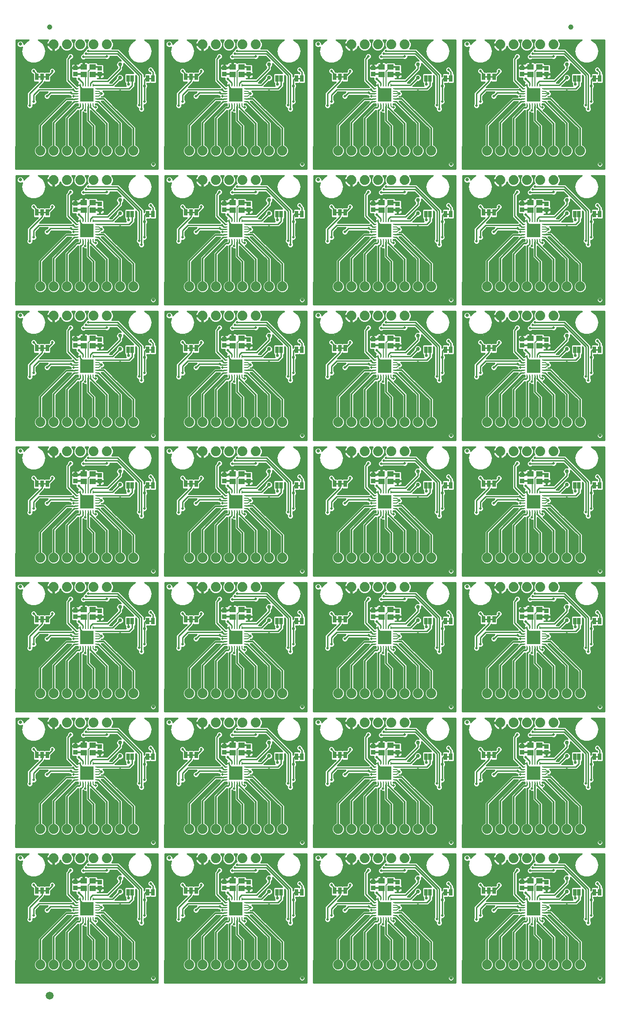
<source format=gtl>
G75*
%MOIN*%
%OFA0B0*%
%FSLAX25Y25*%
%IPPOS*%
%LPD*%
%AMOC8*
5,1,8,0,0,1.08239X$1,22.5*
%
%ADD10R,0.00984X0.02165*%
%ADD11R,0.02165X0.00984*%
%ADD12R,0.10236X0.10236*%
%ADD13C,0.07400*%
%ADD14C,0.02500*%
%ADD15C,0.01000*%
%ADD16R,0.02500X0.05000*%
%ADD17R,0.04724X0.04331*%
%ADD18R,0.03543X0.03346*%
%ADD19C,0.03000*%
%ADD20C,0.03937*%
%ADD21C,0.05906*%
%ADD22C,0.02000*%
%ADD23C,0.00800*%
%ADD24C,0.02200*%
%ADD25C,0.01400*%
D10*
X0093421Y0078467D03*
X0095389Y0078467D03*
X0097358Y0078467D03*
X0099326Y0078467D03*
X0101295Y0078467D03*
X0103263Y0078467D03*
X0103263Y0093230D03*
X0101295Y0093230D03*
X0099326Y0093230D03*
X0097358Y0093230D03*
X0095389Y0093230D03*
X0093421Y0093230D03*
X0093421Y0180467D03*
X0095389Y0180467D03*
X0097358Y0180467D03*
X0099326Y0180467D03*
X0101295Y0180467D03*
X0103263Y0180467D03*
X0103263Y0195230D03*
X0101295Y0195230D03*
X0099326Y0195230D03*
X0097358Y0195230D03*
X0095389Y0195230D03*
X0093421Y0195230D03*
X0093421Y0282467D03*
X0095389Y0282467D03*
X0097358Y0282467D03*
X0099326Y0282467D03*
X0101295Y0282467D03*
X0103263Y0282467D03*
X0103263Y0297230D03*
X0101295Y0297230D03*
X0099326Y0297230D03*
X0097358Y0297230D03*
X0095389Y0297230D03*
X0093421Y0297230D03*
X0093421Y0384467D03*
X0095389Y0384467D03*
X0097358Y0384467D03*
X0099326Y0384467D03*
X0101295Y0384467D03*
X0103263Y0384467D03*
X0103263Y0399230D03*
X0101295Y0399230D03*
X0099326Y0399230D03*
X0097358Y0399230D03*
X0095389Y0399230D03*
X0093421Y0399230D03*
X0093421Y0486467D03*
X0095389Y0486467D03*
X0097358Y0486467D03*
X0099326Y0486467D03*
X0101295Y0486467D03*
X0103263Y0486467D03*
X0103263Y0501230D03*
X0101295Y0501230D03*
X0099326Y0501230D03*
X0097358Y0501230D03*
X0095389Y0501230D03*
X0093421Y0501230D03*
X0093421Y0588467D03*
X0095389Y0588467D03*
X0097358Y0588467D03*
X0099326Y0588467D03*
X0101295Y0588467D03*
X0103263Y0588467D03*
X0103263Y0603230D03*
X0101295Y0603230D03*
X0099326Y0603230D03*
X0097358Y0603230D03*
X0095389Y0603230D03*
X0093421Y0603230D03*
X0093421Y0690467D03*
X0095389Y0690467D03*
X0097358Y0690467D03*
X0099326Y0690467D03*
X0101295Y0690467D03*
X0103263Y0690467D03*
X0103263Y0705230D03*
X0101295Y0705230D03*
X0099326Y0705230D03*
X0097358Y0705230D03*
X0095389Y0705230D03*
X0093421Y0705230D03*
X0205421Y0705230D03*
X0207389Y0705230D03*
X0209358Y0705230D03*
X0211326Y0705230D03*
X0213295Y0705230D03*
X0215263Y0705230D03*
X0215263Y0690467D03*
X0213295Y0690467D03*
X0211326Y0690467D03*
X0209358Y0690467D03*
X0207389Y0690467D03*
X0205421Y0690467D03*
X0205421Y0603230D03*
X0207389Y0603230D03*
X0209358Y0603230D03*
X0211326Y0603230D03*
X0213295Y0603230D03*
X0215263Y0603230D03*
X0215263Y0588467D03*
X0213295Y0588467D03*
X0211326Y0588467D03*
X0209358Y0588467D03*
X0207389Y0588467D03*
X0205421Y0588467D03*
X0205421Y0501230D03*
X0207389Y0501230D03*
X0209358Y0501230D03*
X0211326Y0501230D03*
X0213295Y0501230D03*
X0215263Y0501230D03*
X0215263Y0486467D03*
X0213295Y0486467D03*
X0211326Y0486467D03*
X0209358Y0486467D03*
X0207389Y0486467D03*
X0205421Y0486467D03*
X0205421Y0399230D03*
X0207389Y0399230D03*
X0209358Y0399230D03*
X0211326Y0399230D03*
X0213295Y0399230D03*
X0215263Y0399230D03*
X0215263Y0384467D03*
X0213295Y0384467D03*
X0211326Y0384467D03*
X0209358Y0384467D03*
X0207389Y0384467D03*
X0205421Y0384467D03*
X0205421Y0297230D03*
X0207389Y0297230D03*
X0209358Y0297230D03*
X0211326Y0297230D03*
X0213295Y0297230D03*
X0215263Y0297230D03*
X0215263Y0282467D03*
X0213295Y0282467D03*
X0211326Y0282467D03*
X0209358Y0282467D03*
X0207389Y0282467D03*
X0205421Y0282467D03*
X0205421Y0195230D03*
X0207389Y0195230D03*
X0209358Y0195230D03*
X0211326Y0195230D03*
X0213295Y0195230D03*
X0215263Y0195230D03*
X0215263Y0180467D03*
X0213295Y0180467D03*
X0211326Y0180467D03*
X0209358Y0180467D03*
X0207389Y0180467D03*
X0205421Y0180467D03*
X0205421Y0093230D03*
X0207389Y0093230D03*
X0209358Y0093230D03*
X0211326Y0093230D03*
X0213295Y0093230D03*
X0215263Y0093230D03*
X0215263Y0078467D03*
X0213295Y0078467D03*
X0211326Y0078467D03*
X0209358Y0078467D03*
X0207389Y0078467D03*
X0205421Y0078467D03*
X0317421Y0078467D03*
X0319389Y0078467D03*
X0321358Y0078467D03*
X0323326Y0078467D03*
X0325295Y0078467D03*
X0327263Y0078467D03*
X0327263Y0093230D03*
X0325295Y0093230D03*
X0323326Y0093230D03*
X0321358Y0093230D03*
X0319389Y0093230D03*
X0317421Y0093230D03*
X0317421Y0180467D03*
X0319389Y0180467D03*
X0321358Y0180467D03*
X0323326Y0180467D03*
X0325295Y0180467D03*
X0327263Y0180467D03*
X0327263Y0195230D03*
X0325295Y0195230D03*
X0323326Y0195230D03*
X0321358Y0195230D03*
X0319389Y0195230D03*
X0317421Y0195230D03*
X0317421Y0282467D03*
X0319389Y0282467D03*
X0321358Y0282467D03*
X0323326Y0282467D03*
X0325295Y0282467D03*
X0327263Y0282467D03*
X0327263Y0297230D03*
X0325295Y0297230D03*
X0323326Y0297230D03*
X0321358Y0297230D03*
X0319389Y0297230D03*
X0317421Y0297230D03*
X0317421Y0384467D03*
X0319389Y0384467D03*
X0321358Y0384467D03*
X0323326Y0384467D03*
X0325295Y0384467D03*
X0327263Y0384467D03*
X0327263Y0399230D03*
X0325295Y0399230D03*
X0323326Y0399230D03*
X0321358Y0399230D03*
X0319389Y0399230D03*
X0317421Y0399230D03*
X0317421Y0486467D03*
X0319389Y0486467D03*
X0321358Y0486467D03*
X0323326Y0486467D03*
X0325295Y0486467D03*
X0327263Y0486467D03*
X0327263Y0501230D03*
X0325295Y0501230D03*
X0323326Y0501230D03*
X0321358Y0501230D03*
X0319389Y0501230D03*
X0317421Y0501230D03*
X0317421Y0588467D03*
X0319389Y0588467D03*
X0321358Y0588467D03*
X0323326Y0588467D03*
X0325295Y0588467D03*
X0327263Y0588467D03*
X0327263Y0603230D03*
X0325295Y0603230D03*
X0323326Y0603230D03*
X0321358Y0603230D03*
X0319389Y0603230D03*
X0317421Y0603230D03*
X0317421Y0690467D03*
X0319389Y0690467D03*
X0321358Y0690467D03*
X0323326Y0690467D03*
X0325295Y0690467D03*
X0327263Y0690467D03*
X0327263Y0705230D03*
X0325295Y0705230D03*
X0323326Y0705230D03*
X0321358Y0705230D03*
X0319389Y0705230D03*
X0317421Y0705230D03*
X0429421Y0705230D03*
X0431389Y0705230D03*
X0433358Y0705230D03*
X0435326Y0705230D03*
X0437295Y0705230D03*
X0439263Y0705230D03*
X0439263Y0690467D03*
X0437295Y0690467D03*
X0435326Y0690467D03*
X0433358Y0690467D03*
X0431389Y0690467D03*
X0429421Y0690467D03*
X0429421Y0603230D03*
X0431389Y0603230D03*
X0433358Y0603230D03*
X0435326Y0603230D03*
X0437295Y0603230D03*
X0439263Y0603230D03*
X0439263Y0588467D03*
X0437295Y0588467D03*
X0435326Y0588467D03*
X0433358Y0588467D03*
X0431389Y0588467D03*
X0429421Y0588467D03*
X0429421Y0501230D03*
X0431389Y0501230D03*
X0433358Y0501230D03*
X0435326Y0501230D03*
X0437295Y0501230D03*
X0439263Y0501230D03*
X0439263Y0486467D03*
X0437295Y0486467D03*
X0435326Y0486467D03*
X0433358Y0486467D03*
X0431389Y0486467D03*
X0429421Y0486467D03*
X0429421Y0399230D03*
X0431389Y0399230D03*
X0433358Y0399230D03*
X0435326Y0399230D03*
X0437295Y0399230D03*
X0439263Y0399230D03*
X0439263Y0384467D03*
X0437295Y0384467D03*
X0435326Y0384467D03*
X0433358Y0384467D03*
X0431389Y0384467D03*
X0429421Y0384467D03*
X0429421Y0297230D03*
X0431389Y0297230D03*
X0433358Y0297230D03*
X0435326Y0297230D03*
X0437295Y0297230D03*
X0439263Y0297230D03*
X0439263Y0282467D03*
X0437295Y0282467D03*
X0435326Y0282467D03*
X0433358Y0282467D03*
X0431389Y0282467D03*
X0429421Y0282467D03*
X0429421Y0195230D03*
X0431389Y0195230D03*
X0433358Y0195230D03*
X0435326Y0195230D03*
X0437295Y0195230D03*
X0439263Y0195230D03*
X0439263Y0180467D03*
X0437295Y0180467D03*
X0435326Y0180467D03*
X0433358Y0180467D03*
X0431389Y0180467D03*
X0429421Y0180467D03*
X0429421Y0093230D03*
X0431389Y0093230D03*
X0433358Y0093230D03*
X0435326Y0093230D03*
X0437295Y0093230D03*
X0439263Y0093230D03*
X0439263Y0078467D03*
X0437295Y0078467D03*
X0435326Y0078467D03*
X0433358Y0078467D03*
X0431389Y0078467D03*
X0429421Y0078467D03*
D11*
X0427058Y0080829D03*
X0427058Y0082797D03*
X0427058Y0084766D03*
X0427058Y0086734D03*
X0427058Y0088703D03*
X0427058Y0090671D03*
X0441822Y0090671D03*
X0441822Y0088703D03*
X0441822Y0086734D03*
X0441822Y0084766D03*
X0441822Y0082797D03*
X0441822Y0080829D03*
X0441822Y0182829D03*
X0441822Y0184797D03*
X0441822Y0186766D03*
X0441822Y0188734D03*
X0441822Y0190703D03*
X0441822Y0192671D03*
X0427058Y0192671D03*
X0427058Y0190703D03*
X0427058Y0188734D03*
X0427058Y0186766D03*
X0427058Y0184797D03*
X0427058Y0182829D03*
X0427058Y0284829D03*
X0427058Y0286797D03*
X0427058Y0288766D03*
X0427058Y0290734D03*
X0427058Y0292703D03*
X0427058Y0294671D03*
X0441822Y0294671D03*
X0441822Y0292703D03*
X0441822Y0290734D03*
X0441822Y0288766D03*
X0441822Y0286797D03*
X0441822Y0284829D03*
X0441822Y0386829D03*
X0441822Y0388797D03*
X0441822Y0390766D03*
X0441822Y0392734D03*
X0441822Y0394703D03*
X0441822Y0396671D03*
X0427058Y0396671D03*
X0427058Y0394703D03*
X0427058Y0392734D03*
X0427058Y0390766D03*
X0427058Y0388797D03*
X0427058Y0386829D03*
X0427058Y0488829D03*
X0427058Y0490797D03*
X0427058Y0492766D03*
X0427058Y0494734D03*
X0427058Y0496703D03*
X0427058Y0498671D03*
X0441822Y0498671D03*
X0441822Y0496703D03*
X0441822Y0494734D03*
X0441822Y0492766D03*
X0441822Y0490797D03*
X0441822Y0488829D03*
X0441822Y0590829D03*
X0441822Y0592797D03*
X0441822Y0594766D03*
X0441822Y0596734D03*
X0441822Y0598703D03*
X0441822Y0600671D03*
X0427058Y0600671D03*
X0427058Y0598703D03*
X0427058Y0596734D03*
X0427058Y0594766D03*
X0427058Y0592797D03*
X0427058Y0590829D03*
X0427058Y0692829D03*
X0427058Y0694797D03*
X0427058Y0696766D03*
X0427058Y0698734D03*
X0427058Y0700703D03*
X0427058Y0702671D03*
X0441822Y0702671D03*
X0441822Y0700703D03*
X0441822Y0698734D03*
X0441822Y0696766D03*
X0441822Y0694797D03*
X0441822Y0692829D03*
X0329822Y0692829D03*
X0329822Y0694797D03*
X0329822Y0696766D03*
X0329822Y0698734D03*
X0329822Y0700703D03*
X0329822Y0702671D03*
X0315058Y0702671D03*
X0315058Y0700703D03*
X0315058Y0698734D03*
X0315058Y0696766D03*
X0315058Y0694797D03*
X0315058Y0692829D03*
X0315058Y0600671D03*
X0315058Y0598703D03*
X0315058Y0596734D03*
X0315058Y0594766D03*
X0315058Y0592797D03*
X0315058Y0590829D03*
X0329822Y0590829D03*
X0329822Y0592797D03*
X0329822Y0594766D03*
X0329822Y0596734D03*
X0329822Y0598703D03*
X0329822Y0600671D03*
X0329822Y0498671D03*
X0329822Y0496703D03*
X0329822Y0494734D03*
X0329822Y0492766D03*
X0329822Y0490797D03*
X0329822Y0488829D03*
X0315058Y0488829D03*
X0315058Y0490797D03*
X0315058Y0492766D03*
X0315058Y0494734D03*
X0315058Y0496703D03*
X0315058Y0498671D03*
X0315058Y0396671D03*
X0315058Y0394703D03*
X0315058Y0392734D03*
X0315058Y0390766D03*
X0315058Y0388797D03*
X0315058Y0386829D03*
X0329822Y0386829D03*
X0329822Y0388797D03*
X0329822Y0390766D03*
X0329822Y0392734D03*
X0329822Y0394703D03*
X0329822Y0396671D03*
X0329822Y0294671D03*
X0329822Y0292703D03*
X0329822Y0290734D03*
X0329822Y0288766D03*
X0329822Y0286797D03*
X0329822Y0284829D03*
X0315058Y0284829D03*
X0315058Y0286797D03*
X0315058Y0288766D03*
X0315058Y0290734D03*
X0315058Y0292703D03*
X0315058Y0294671D03*
X0315058Y0192671D03*
X0315058Y0190703D03*
X0315058Y0188734D03*
X0315058Y0186766D03*
X0315058Y0184797D03*
X0315058Y0182829D03*
X0329822Y0182829D03*
X0329822Y0184797D03*
X0329822Y0186766D03*
X0329822Y0188734D03*
X0329822Y0190703D03*
X0329822Y0192671D03*
X0329822Y0090671D03*
X0329822Y0088703D03*
X0329822Y0086734D03*
X0329822Y0084766D03*
X0329822Y0082797D03*
X0329822Y0080829D03*
X0315058Y0080829D03*
X0315058Y0082797D03*
X0315058Y0084766D03*
X0315058Y0086734D03*
X0315058Y0088703D03*
X0315058Y0090671D03*
X0217822Y0090671D03*
X0217822Y0088703D03*
X0217822Y0086734D03*
X0217822Y0084766D03*
X0217822Y0082797D03*
X0217822Y0080829D03*
X0203058Y0080829D03*
X0203058Y0082797D03*
X0203058Y0084766D03*
X0203058Y0086734D03*
X0203058Y0088703D03*
X0203058Y0090671D03*
X0203058Y0182829D03*
X0203058Y0184797D03*
X0203058Y0186766D03*
X0203058Y0188734D03*
X0203058Y0190703D03*
X0203058Y0192671D03*
X0217822Y0192671D03*
X0217822Y0190703D03*
X0217822Y0188734D03*
X0217822Y0186766D03*
X0217822Y0184797D03*
X0217822Y0182829D03*
X0217822Y0284829D03*
X0217822Y0286797D03*
X0217822Y0288766D03*
X0217822Y0290734D03*
X0217822Y0292703D03*
X0217822Y0294671D03*
X0203058Y0294671D03*
X0203058Y0292703D03*
X0203058Y0290734D03*
X0203058Y0288766D03*
X0203058Y0286797D03*
X0203058Y0284829D03*
X0203058Y0386829D03*
X0203058Y0388797D03*
X0203058Y0390766D03*
X0203058Y0392734D03*
X0203058Y0394703D03*
X0203058Y0396671D03*
X0217822Y0396671D03*
X0217822Y0394703D03*
X0217822Y0392734D03*
X0217822Y0390766D03*
X0217822Y0388797D03*
X0217822Y0386829D03*
X0217822Y0488829D03*
X0217822Y0490797D03*
X0217822Y0492766D03*
X0217822Y0494734D03*
X0217822Y0496703D03*
X0217822Y0498671D03*
X0203058Y0498671D03*
X0203058Y0496703D03*
X0203058Y0494734D03*
X0203058Y0492766D03*
X0203058Y0490797D03*
X0203058Y0488829D03*
X0203058Y0590829D03*
X0203058Y0592797D03*
X0203058Y0594766D03*
X0203058Y0596734D03*
X0203058Y0598703D03*
X0203058Y0600671D03*
X0217822Y0600671D03*
X0217822Y0598703D03*
X0217822Y0596734D03*
X0217822Y0594766D03*
X0217822Y0592797D03*
X0217822Y0590829D03*
X0217822Y0692829D03*
X0217822Y0694797D03*
X0217822Y0696766D03*
X0217822Y0698734D03*
X0217822Y0700703D03*
X0217822Y0702671D03*
X0203058Y0702671D03*
X0203058Y0700703D03*
X0203058Y0698734D03*
X0203058Y0696766D03*
X0203058Y0694797D03*
X0203058Y0692829D03*
X0105822Y0692829D03*
X0105822Y0694797D03*
X0105822Y0696766D03*
X0105822Y0698734D03*
X0105822Y0700703D03*
X0105822Y0702671D03*
X0091058Y0702671D03*
X0091058Y0700703D03*
X0091058Y0698734D03*
X0091058Y0696766D03*
X0091058Y0694797D03*
X0091058Y0692829D03*
X0091058Y0600671D03*
X0091058Y0598703D03*
X0091058Y0596734D03*
X0091058Y0594766D03*
X0091058Y0592797D03*
X0091058Y0590829D03*
X0105822Y0590829D03*
X0105822Y0592797D03*
X0105822Y0594766D03*
X0105822Y0596734D03*
X0105822Y0598703D03*
X0105822Y0600671D03*
X0105822Y0498671D03*
X0105822Y0496703D03*
X0105822Y0494734D03*
X0105822Y0492766D03*
X0105822Y0490797D03*
X0105822Y0488829D03*
X0091058Y0488829D03*
X0091058Y0490797D03*
X0091058Y0492766D03*
X0091058Y0494734D03*
X0091058Y0496703D03*
X0091058Y0498671D03*
X0091058Y0396671D03*
X0091058Y0394703D03*
X0091058Y0392734D03*
X0091058Y0390766D03*
X0091058Y0388797D03*
X0091058Y0386829D03*
X0105822Y0386829D03*
X0105822Y0388797D03*
X0105822Y0390766D03*
X0105822Y0392734D03*
X0105822Y0394703D03*
X0105822Y0396671D03*
X0105822Y0294671D03*
X0105822Y0292703D03*
X0105822Y0290734D03*
X0105822Y0288766D03*
X0105822Y0286797D03*
X0105822Y0284829D03*
X0091058Y0284829D03*
X0091058Y0286797D03*
X0091058Y0288766D03*
X0091058Y0290734D03*
X0091058Y0292703D03*
X0091058Y0294671D03*
X0091058Y0192671D03*
X0091058Y0190703D03*
X0091058Y0188734D03*
X0091058Y0186766D03*
X0091058Y0184797D03*
X0091058Y0182829D03*
X0105822Y0182829D03*
X0105822Y0184797D03*
X0105822Y0186766D03*
X0105822Y0188734D03*
X0105822Y0190703D03*
X0105822Y0192671D03*
X0105822Y0090671D03*
X0105822Y0088703D03*
X0105822Y0086734D03*
X0105822Y0084766D03*
X0105822Y0082797D03*
X0105822Y0080829D03*
X0091058Y0080829D03*
X0091058Y0082797D03*
X0091058Y0084766D03*
X0091058Y0086734D03*
X0091058Y0088703D03*
X0091058Y0090671D03*
D12*
X0098342Y0085750D03*
X0098342Y0187750D03*
X0098342Y0289750D03*
X0098342Y0391750D03*
X0098342Y0493750D03*
X0098342Y0595750D03*
X0098342Y0697750D03*
X0210342Y0697750D03*
X0210342Y0595750D03*
X0210342Y0493750D03*
X0210342Y0391750D03*
X0210342Y0289750D03*
X0210342Y0187750D03*
X0210342Y0085750D03*
X0322342Y0085750D03*
X0322342Y0187750D03*
X0322342Y0289750D03*
X0322342Y0391750D03*
X0322342Y0493750D03*
X0322342Y0595750D03*
X0322342Y0697750D03*
X0434342Y0697750D03*
X0434342Y0595750D03*
X0434342Y0493750D03*
X0434342Y0391750D03*
X0434342Y0289750D03*
X0434342Y0187750D03*
X0434342Y0085750D03*
D13*
X0439342Y0123750D03*
X0449342Y0123750D03*
X0449342Y0135750D03*
X0439342Y0135750D03*
X0439342Y0145750D03*
X0449342Y0145750D03*
X0459342Y0145750D03*
X0469342Y0145750D03*
X0469342Y0135750D03*
X0459342Y0135750D03*
X0429342Y0135750D03*
X0429342Y0123750D03*
X0419342Y0123750D03*
X0409342Y0123750D03*
X0409342Y0135750D03*
X0419342Y0135750D03*
X0419342Y0145750D03*
X0409342Y0145750D03*
X0399342Y0145750D03*
X0399342Y0135750D03*
X0429342Y0145750D03*
X0429342Y0225750D03*
X0439342Y0225750D03*
X0449342Y0225750D03*
X0449342Y0237750D03*
X0449342Y0247750D03*
X0439342Y0247750D03*
X0439342Y0237750D03*
X0429342Y0237750D03*
X0429342Y0247750D03*
X0419342Y0247750D03*
X0419342Y0237750D03*
X0409342Y0237750D03*
X0409342Y0247750D03*
X0399342Y0247750D03*
X0399342Y0237750D03*
X0409342Y0225750D03*
X0419342Y0225750D03*
X0459342Y0237750D03*
X0459342Y0247750D03*
X0469342Y0247750D03*
X0469342Y0237750D03*
X0449342Y0327750D03*
X0439342Y0327750D03*
X0439342Y0339750D03*
X0449342Y0339750D03*
X0459342Y0339750D03*
X0469342Y0339750D03*
X0469342Y0349750D03*
X0459342Y0349750D03*
X0449342Y0349750D03*
X0439342Y0349750D03*
X0429342Y0349750D03*
X0429342Y0339750D03*
X0429342Y0327750D03*
X0419342Y0327750D03*
X0409342Y0327750D03*
X0409342Y0339750D03*
X0419342Y0339750D03*
X0419342Y0349750D03*
X0409342Y0349750D03*
X0399342Y0349750D03*
X0399342Y0339750D03*
X0357342Y0339750D03*
X0357342Y0349750D03*
X0347342Y0349750D03*
X0347342Y0339750D03*
X0337342Y0339750D03*
X0327342Y0339750D03*
X0327342Y0327750D03*
X0337342Y0327750D03*
X0317342Y0327750D03*
X0317342Y0339750D03*
X0317342Y0349750D03*
X0327342Y0349750D03*
X0337342Y0349750D03*
X0307342Y0349750D03*
X0297342Y0349750D03*
X0297342Y0339750D03*
X0307342Y0339750D03*
X0307342Y0327750D03*
X0297342Y0327750D03*
X0287342Y0339750D03*
X0287342Y0349750D03*
X0245342Y0349750D03*
X0245342Y0339750D03*
X0235342Y0339750D03*
X0225342Y0339750D03*
X0225342Y0327750D03*
X0215342Y0327750D03*
X0215342Y0339750D03*
X0215342Y0349750D03*
X0225342Y0349750D03*
X0235342Y0349750D03*
X0205342Y0349750D03*
X0205342Y0339750D03*
X0205342Y0327750D03*
X0195342Y0327750D03*
X0185342Y0327750D03*
X0185342Y0339750D03*
X0195342Y0339750D03*
X0195342Y0349750D03*
X0185342Y0349750D03*
X0175342Y0349750D03*
X0175342Y0339750D03*
X0133342Y0339750D03*
X0133342Y0349750D03*
X0123342Y0349750D03*
X0113342Y0349750D03*
X0113342Y0339750D03*
X0123342Y0339750D03*
X0113342Y0327750D03*
X0103342Y0327750D03*
X0103342Y0339750D03*
X0103342Y0349750D03*
X0093342Y0349750D03*
X0083342Y0349750D03*
X0083342Y0339750D03*
X0093342Y0339750D03*
X0093342Y0327750D03*
X0083342Y0327750D03*
X0073342Y0327750D03*
X0073342Y0339750D03*
X0073342Y0349750D03*
X0063342Y0349750D03*
X0063342Y0339750D03*
X0063342Y0247750D03*
X0063342Y0237750D03*
X0073342Y0237750D03*
X0073342Y0247750D03*
X0083342Y0247750D03*
X0093342Y0247750D03*
X0093342Y0237750D03*
X0083342Y0237750D03*
X0083342Y0225750D03*
X0093342Y0225750D03*
X0103342Y0225750D03*
X0113342Y0225750D03*
X0113342Y0237750D03*
X0123342Y0237750D03*
X0123342Y0247750D03*
X0113342Y0247750D03*
X0103342Y0247750D03*
X0103342Y0237750D03*
X0133342Y0237750D03*
X0133342Y0247750D03*
X0175342Y0247750D03*
X0175342Y0237750D03*
X0185342Y0237750D03*
X0195342Y0237750D03*
X0195342Y0247750D03*
X0185342Y0247750D03*
X0205342Y0247750D03*
X0205342Y0237750D03*
X0215342Y0237750D03*
X0215342Y0247750D03*
X0225342Y0247750D03*
X0235342Y0247750D03*
X0235342Y0237750D03*
X0225342Y0237750D03*
X0225342Y0225750D03*
X0215342Y0225750D03*
X0205342Y0225750D03*
X0195342Y0225750D03*
X0185342Y0225750D03*
X0185342Y0145750D03*
X0195342Y0145750D03*
X0205342Y0145750D03*
X0215342Y0145750D03*
X0225342Y0145750D03*
X0235342Y0145750D03*
X0245342Y0145750D03*
X0245342Y0135750D03*
X0235342Y0135750D03*
X0225342Y0135750D03*
X0225342Y0123750D03*
X0215342Y0123750D03*
X0215342Y0135750D03*
X0205342Y0135750D03*
X0205342Y0123750D03*
X0195342Y0123750D03*
X0185342Y0123750D03*
X0185342Y0135750D03*
X0195342Y0135750D03*
X0175342Y0135750D03*
X0175342Y0145750D03*
X0133342Y0145750D03*
X0133342Y0135750D03*
X0123342Y0135750D03*
X0113342Y0135750D03*
X0113342Y0123750D03*
X0103342Y0123750D03*
X0103342Y0135750D03*
X0103342Y0145750D03*
X0113342Y0145750D03*
X0123342Y0145750D03*
X0093342Y0145750D03*
X0083342Y0145750D03*
X0083342Y0135750D03*
X0093342Y0135750D03*
X0093342Y0123750D03*
X0083342Y0123750D03*
X0073342Y0123750D03*
X0073342Y0135750D03*
X0073342Y0145750D03*
X0063342Y0145750D03*
X0063342Y0135750D03*
X0073342Y0225750D03*
X0073342Y0043750D03*
X0073342Y0033750D03*
X0083342Y0033750D03*
X0093342Y0033750D03*
X0093342Y0043750D03*
X0083342Y0043750D03*
X0103342Y0043750D03*
X0103342Y0033750D03*
X0113342Y0033750D03*
X0123342Y0033750D03*
X0123342Y0043750D03*
X0113342Y0043750D03*
X0133342Y0043750D03*
X0133342Y0033750D03*
X0175342Y0033750D03*
X0175342Y0043750D03*
X0185342Y0043750D03*
X0195342Y0043750D03*
X0195342Y0033750D03*
X0185342Y0033750D03*
X0205342Y0033750D03*
X0205342Y0043750D03*
X0215342Y0043750D03*
X0215342Y0033750D03*
X0225342Y0033750D03*
X0235342Y0033750D03*
X0235342Y0043750D03*
X0225342Y0043750D03*
X0245342Y0043750D03*
X0245342Y0033750D03*
X0287342Y0033750D03*
X0287342Y0043750D03*
X0297342Y0043750D03*
X0307342Y0043750D03*
X0307342Y0033750D03*
X0297342Y0033750D03*
X0317342Y0033750D03*
X0317342Y0043750D03*
X0327342Y0043750D03*
X0337342Y0043750D03*
X0337342Y0033750D03*
X0327342Y0033750D03*
X0347342Y0033750D03*
X0347342Y0043750D03*
X0357342Y0043750D03*
X0357342Y0033750D03*
X0399342Y0033750D03*
X0399342Y0043750D03*
X0409342Y0043750D03*
X0419342Y0043750D03*
X0419342Y0033750D03*
X0409342Y0033750D03*
X0429342Y0033750D03*
X0429342Y0043750D03*
X0439342Y0043750D03*
X0449342Y0043750D03*
X0449342Y0033750D03*
X0439342Y0033750D03*
X0459342Y0033750D03*
X0459342Y0043750D03*
X0469342Y0043750D03*
X0469342Y0033750D03*
X0357342Y0135750D03*
X0357342Y0145750D03*
X0347342Y0145750D03*
X0347342Y0135750D03*
X0337342Y0135750D03*
X0327342Y0135750D03*
X0327342Y0123750D03*
X0337342Y0123750D03*
X0317342Y0123750D03*
X0317342Y0135750D03*
X0317342Y0145750D03*
X0327342Y0145750D03*
X0337342Y0145750D03*
X0307342Y0145750D03*
X0297342Y0145750D03*
X0297342Y0135750D03*
X0307342Y0135750D03*
X0307342Y0123750D03*
X0297342Y0123750D03*
X0287342Y0135750D03*
X0287342Y0145750D03*
X0297342Y0225750D03*
X0307342Y0225750D03*
X0317342Y0225750D03*
X0327342Y0225750D03*
X0337342Y0225750D03*
X0337342Y0237750D03*
X0337342Y0247750D03*
X0327342Y0247750D03*
X0327342Y0237750D03*
X0317342Y0237750D03*
X0317342Y0247750D03*
X0307342Y0247750D03*
X0307342Y0237750D03*
X0297342Y0237750D03*
X0297342Y0247750D03*
X0287342Y0247750D03*
X0287342Y0237750D03*
X0245342Y0237750D03*
X0245342Y0247750D03*
X0347342Y0247750D03*
X0347342Y0237750D03*
X0357342Y0237750D03*
X0357342Y0247750D03*
X0337342Y0429750D03*
X0327342Y0429750D03*
X0327342Y0441750D03*
X0337342Y0441750D03*
X0337342Y0451750D03*
X0327342Y0451750D03*
X0317342Y0451750D03*
X0317342Y0441750D03*
X0317342Y0429750D03*
X0307342Y0429750D03*
X0297342Y0429750D03*
X0297342Y0441750D03*
X0307342Y0441750D03*
X0307342Y0451750D03*
X0297342Y0451750D03*
X0287342Y0451750D03*
X0287342Y0441750D03*
X0245342Y0441750D03*
X0245342Y0451750D03*
X0235342Y0451750D03*
X0235342Y0441750D03*
X0225342Y0441750D03*
X0225342Y0451750D03*
X0215342Y0451750D03*
X0215342Y0441750D03*
X0215342Y0429750D03*
X0225342Y0429750D03*
X0205342Y0429750D03*
X0205342Y0441750D03*
X0205342Y0451750D03*
X0195342Y0451750D03*
X0195342Y0441750D03*
X0185342Y0441750D03*
X0185342Y0451750D03*
X0175342Y0451750D03*
X0175342Y0441750D03*
X0185342Y0429750D03*
X0195342Y0429750D03*
X0133342Y0441750D03*
X0133342Y0451750D03*
X0123342Y0451750D03*
X0123342Y0441750D03*
X0113342Y0441750D03*
X0113342Y0451750D03*
X0103342Y0451750D03*
X0103342Y0441750D03*
X0103342Y0429750D03*
X0113342Y0429750D03*
X0093342Y0429750D03*
X0083342Y0429750D03*
X0083342Y0441750D03*
X0093342Y0441750D03*
X0093342Y0451750D03*
X0083342Y0451750D03*
X0073342Y0451750D03*
X0073342Y0441750D03*
X0073342Y0429750D03*
X0063342Y0441750D03*
X0063342Y0451750D03*
X0073342Y0531750D03*
X0083342Y0531750D03*
X0093342Y0531750D03*
X0103342Y0531750D03*
X0113342Y0531750D03*
X0113342Y0543750D03*
X0123342Y0543750D03*
X0123342Y0553750D03*
X0113342Y0553750D03*
X0103342Y0553750D03*
X0103342Y0543750D03*
X0093342Y0543750D03*
X0093342Y0553750D03*
X0083342Y0553750D03*
X0083342Y0543750D03*
X0073342Y0543750D03*
X0073342Y0553750D03*
X0063342Y0553750D03*
X0063342Y0543750D03*
X0073342Y0633750D03*
X0073342Y0645750D03*
X0083342Y0645750D03*
X0093342Y0645750D03*
X0093342Y0633750D03*
X0083342Y0633750D03*
X0103342Y0633750D03*
X0103342Y0645750D03*
X0113342Y0645750D03*
X0123342Y0645750D03*
X0113342Y0633750D03*
X0113342Y0655750D03*
X0123342Y0655750D03*
X0133342Y0655750D03*
X0133342Y0645750D03*
X0103342Y0655750D03*
X0093342Y0655750D03*
X0083342Y0655750D03*
X0073342Y0655750D03*
X0063342Y0655750D03*
X0063342Y0645750D03*
X0073342Y0735750D03*
X0083342Y0735750D03*
X0093342Y0735750D03*
X0103342Y0735750D03*
X0113342Y0735750D03*
X0175342Y0655750D03*
X0185342Y0655750D03*
X0195342Y0655750D03*
X0205342Y0655750D03*
X0215342Y0655750D03*
X0225342Y0655750D03*
X0235342Y0655750D03*
X0245342Y0655750D03*
X0245342Y0645750D03*
X0235342Y0645750D03*
X0225342Y0645750D03*
X0225342Y0633750D03*
X0215342Y0633750D03*
X0215342Y0645750D03*
X0205342Y0645750D03*
X0205342Y0633750D03*
X0195342Y0633750D03*
X0185342Y0633750D03*
X0185342Y0645750D03*
X0195342Y0645750D03*
X0175342Y0645750D03*
X0185342Y0735750D03*
X0195342Y0735750D03*
X0205342Y0735750D03*
X0215342Y0735750D03*
X0225342Y0735750D03*
X0287342Y0655750D03*
X0297342Y0655750D03*
X0307342Y0655750D03*
X0317342Y0655750D03*
X0327342Y0655750D03*
X0337342Y0655750D03*
X0347342Y0655750D03*
X0357342Y0655750D03*
X0357342Y0645750D03*
X0347342Y0645750D03*
X0337342Y0645750D03*
X0327342Y0645750D03*
X0327342Y0633750D03*
X0337342Y0633750D03*
X0317342Y0633750D03*
X0317342Y0645750D03*
X0307342Y0645750D03*
X0297342Y0645750D03*
X0297342Y0633750D03*
X0307342Y0633750D03*
X0287342Y0645750D03*
X0297342Y0735750D03*
X0307342Y0735750D03*
X0317342Y0735750D03*
X0327342Y0735750D03*
X0337342Y0735750D03*
X0399342Y0655750D03*
X0409342Y0655750D03*
X0419342Y0655750D03*
X0429342Y0655750D03*
X0439342Y0655750D03*
X0449342Y0655750D03*
X0459342Y0655750D03*
X0469342Y0655750D03*
X0469342Y0645750D03*
X0459342Y0645750D03*
X0449342Y0645750D03*
X0439342Y0645750D03*
X0439342Y0633750D03*
X0449342Y0633750D03*
X0429342Y0633750D03*
X0429342Y0645750D03*
X0419342Y0645750D03*
X0409342Y0645750D03*
X0409342Y0633750D03*
X0419342Y0633750D03*
X0399342Y0645750D03*
X0409342Y0735750D03*
X0419342Y0735750D03*
X0429342Y0735750D03*
X0439342Y0735750D03*
X0449342Y0735750D03*
X0449342Y0553750D03*
X0449342Y0543750D03*
X0439342Y0543750D03*
X0439342Y0553750D03*
X0429342Y0553750D03*
X0429342Y0543750D03*
X0419342Y0543750D03*
X0419342Y0553750D03*
X0409342Y0553750D03*
X0409342Y0543750D03*
X0399342Y0543750D03*
X0399342Y0553750D03*
X0409342Y0531750D03*
X0419342Y0531750D03*
X0429342Y0531750D03*
X0439342Y0531750D03*
X0449342Y0531750D03*
X0459342Y0543750D03*
X0459342Y0553750D03*
X0469342Y0553750D03*
X0469342Y0543750D03*
X0469342Y0451750D03*
X0469342Y0441750D03*
X0459342Y0441750D03*
X0459342Y0451750D03*
X0449342Y0451750D03*
X0449342Y0441750D03*
X0439342Y0441750D03*
X0439342Y0451750D03*
X0429342Y0451750D03*
X0429342Y0441750D03*
X0429342Y0429750D03*
X0439342Y0429750D03*
X0449342Y0429750D03*
X0419342Y0429750D03*
X0409342Y0429750D03*
X0409342Y0441750D03*
X0419342Y0441750D03*
X0419342Y0451750D03*
X0409342Y0451750D03*
X0399342Y0451750D03*
X0399342Y0441750D03*
X0357342Y0441750D03*
X0357342Y0451750D03*
X0347342Y0451750D03*
X0347342Y0441750D03*
X0337342Y0531750D03*
X0327342Y0531750D03*
X0317342Y0531750D03*
X0307342Y0531750D03*
X0297342Y0531750D03*
X0297342Y0543750D03*
X0307342Y0543750D03*
X0307342Y0553750D03*
X0297342Y0553750D03*
X0287342Y0553750D03*
X0287342Y0543750D03*
X0317342Y0543750D03*
X0317342Y0553750D03*
X0327342Y0553750D03*
X0337342Y0553750D03*
X0337342Y0543750D03*
X0327342Y0543750D03*
X0347342Y0543750D03*
X0347342Y0553750D03*
X0357342Y0553750D03*
X0357342Y0543750D03*
X0245342Y0543750D03*
X0245342Y0553750D03*
X0235342Y0553750D03*
X0235342Y0543750D03*
X0225342Y0543750D03*
X0225342Y0553750D03*
X0215342Y0553750D03*
X0215342Y0543750D03*
X0205342Y0543750D03*
X0205342Y0553750D03*
X0195342Y0553750D03*
X0195342Y0543750D03*
X0185342Y0543750D03*
X0185342Y0553750D03*
X0175342Y0553750D03*
X0175342Y0543750D03*
X0185342Y0531750D03*
X0195342Y0531750D03*
X0205342Y0531750D03*
X0215342Y0531750D03*
X0225342Y0531750D03*
X0133342Y0543750D03*
X0133342Y0553750D03*
X0063342Y0043750D03*
X0063342Y0033750D03*
D14*
X0048442Y0124050D03*
X0048442Y0226050D03*
X0048442Y0328050D03*
X0048442Y0430050D03*
X0048442Y0532050D03*
X0048442Y0634050D03*
X0048442Y0736050D03*
X0148342Y0645750D03*
X0160442Y0634050D03*
X0148342Y0543750D03*
X0160442Y0532050D03*
X0148342Y0441750D03*
X0160442Y0430050D03*
X0148342Y0339750D03*
X0160442Y0328050D03*
X0148342Y0237750D03*
X0160442Y0226050D03*
X0148342Y0135750D03*
X0160442Y0124050D03*
X0148342Y0033750D03*
X0260342Y0033750D03*
X0272442Y0124050D03*
X0260342Y0135750D03*
X0272442Y0226050D03*
X0260342Y0237750D03*
X0272442Y0328050D03*
X0260342Y0339750D03*
X0272442Y0430050D03*
X0260342Y0441750D03*
X0272442Y0532050D03*
X0260342Y0543750D03*
X0272442Y0634050D03*
X0260342Y0645750D03*
X0272442Y0736050D03*
X0372342Y0645750D03*
X0384442Y0634050D03*
X0372342Y0543750D03*
X0384442Y0532050D03*
X0372342Y0441750D03*
X0384442Y0430050D03*
X0372342Y0339750D03*
X0384442Y0328050D03*
X0372342Y0237750D03*
X0384442Y0226050D03*
X0372342Y0135750D03*
X0384442Y0124050D03*
X0372342Y0033750D03*
X0484342Y0033750D03*
X0484342Y0135750D03*
X0484342Y0237750D03*
X0484342Y0339750D03*
X0484342Y0441750D03*
X0484342Y0543750D03*
X0484342Y0645750D03*
X0384442Y0736050D03*
X0160442Y0736050D03*
D15*
X0044742Y0047150D02*
X0044742Y0030150D01*
X0151942Y0030150D01*
X0151942Y0046150D01*
X0113542Y0084550D01*
X0109322Y0084550D01*
X0109269Y0084497D01*
X0111999Y0084497D01*
X0118546Y0077950D01*
X0135042Y0061454D01*
X0135042Y0048133D01*
X0136004Y0047734D01*
X0137326Y0046412D01*
X0138042Y0044685D01*
X0138042Y0042815D01*
X0137326Y0041088D01*
X0136004Y0039766D01*
X0134277Y0039050D01*
X0132407Y0039050D01*
X0130679Y0039766D01*
X0129357Y0041088D01*
X0128642Y0042815D01*
X0128642Y0044685D01*
X0129357Y0046412D01*
X0130679Y0047734D01*
X0131642Y0048133D01*
X0131642Y0060046D01*
X0116142Y0075546D01*
X0110590Y0081097D01*
X0109199Y0081097D01*
X0125042Y0065254D01*
X0125042Y0048133D01*
X0126004Y0047734D01*
X0127326Y0046412D01*
X0128042Y0044685D01*
X0128042Y0042815D01*
X0127326Y0041088D01*
X0126004Y0039766D01*
X0124277Y0039050D01*
X0122407Y0039050D01*
X0120679Y0039766D01*
X0119357Y0041088D01*
X0118642Y0042815D01*
X0118642Y0044685D01*
X0119357Y0046412D01*
X0120679Y0047734D01*
X0121642Y0048133D01*
X0121642Y0063846D01*
X0106159Y0079329D01*
X0105201Y0079329D01*
X0105193Y0079337D01*
X0104755Y0079337D01*
X0104755Y0078650D01*
X0105870Y0078650D01*
X0107042Y0077478D01*
X0107042Y0075822D01*
X0105870Y0074650D01*
X0105446Y0074650D01*
X0115042Y0065054D01*
X0115042Y0048133D01*
X0116004Y0047734D01*
X0117326Y0046412D01*
X0118042Y0044685D01*
X0118042Y0042815D01*
X0117326Y0041088D01*
X0116004Y0039766D01*
X0114277Y0039050D01*
X0112407Y0039050D01*
X0110679Y0039766D01*
X0109357Y0041088D01*
X0108642Y0042815D01*
X0108642Y0044685D01*
X0109357Y0046412D01*
X0110679Y0047734D01*
X0111642Y0048133D01*
X0111642Y0063646D01*
X0101042Y0074246D01*
X0101042Y0067354D01*
X0104046Y0064350D01*
X0105042Y0063354D01*
X0105042Y0048133D01*
X0106004Y0047734D01*
X0107326Y0046412D01*
X0108042Y0044685D01*
X0108042Y0042815D01*
X0107326Y0041088D01*
X0106004Y0039766D01*
X0104277Y0039050D01*
X0102407Y0039050D01*
X0100679Y0039766D01*
X0099357Y0041088D01*
X0098642Y0042815D01*
X0098642Y0044685D01*
X0099357Y0046412D01*
X0100679Y0047734D01*
X0101642Y0048133D01*
X0101642Y0061946D01*
X0097642Y0065946D01*
X0097642Y0072350D01*
X0096313Y0072350D01*
X0095442Y0073222D01*
X0095442Y0047967D01*
X0096004Y0047734D01*
X0097326Y0046412D01*
X0098042Y0044685D01*
X0098042Y0042815D01*
X0097326Y0041088D01*
X0096004Y0039766D01*
X0094277Y0039050D01*
X0092407Y0039050D01*
X0090679Y0039766D01*
X0089357Y0041088D01*
X0088642Y0042815D01*
X0088642Y0044685D01*
X0089357Y0046412D01*
X0090679Y0047734D01*
X0092042Y0048299D01*
X0092042Y0074350D01*
X0091746Y0074350D01*
X0085042Y0067646D01*
X0085042Y0048133D01*
X0086004Y0047734D01*
X0087326Y0046412D01*
X0088042Y0044685D01*
X0088042Y0042815D01*
X0087326Y0041088D01*
X0086004Y0039766D01*
X0084277Y0039050D01*
X0082407Y0039050D01*
X0080679Y0039766D01*
X0079357Y0041088D01*
X0078642Y0042815D01*
X0078642Y0044685D01*
X0079357Y0046412D01*
X0080679Y0047734D01*
X0081642Y0048133D01*
X0081642Y0069054D01*
X0082638Y0070050D01*
X0089342Y0076754D01*
X0090338Y0077750D01*
X0091921Y0077750D01*
X0091921Y0079088D01*
X0091928Y0079096D01*
X0091928Y0079337D01*
X0091688Y0079337D01*
X0091680Y0079329D01*
X0090062Y0079329D01*
X0075042Y0064308D01*
X0075042Y0048133D01*
X0076004Y0047734D01*
X0077326Y0046412D01*
X0078042Y0044685D01*
X0078042Y0042815D01*
X0077326Y0041088D01*
X0076004Y0039766D01*
X0074277Y0039050D01*
X0072407Y0039050D01*
X0070679Y0039766D01*
X0069357Y0041088D01*
X0068642Y0042815D01*
X0068642Y0044685D01*
X0069357Y0046412D01*
X0070679Y0047734D01*
X0071642Y0048133D01*
X0071642Y0065716D01*
X0086823Y0080897D01*
X0083893Y0080897D01*
X0065042Y0062046D01*
X0065042Y0048133D01*
X0066004Y0047734D01*
X0067326Y0046412D01*
X0068042Y0044685D01*
X0068042Y0042815D01*
X0067326Y0041088D01*
X0066004Y0039766D01*
X0064277Y0039050D01*
X0062407Y0039050D01*
X0060679Y0039766D01*
X0059357Y0041088D01*
X0058642Y0042815D01*
X0058642Y0044685D01*
X0059357Y0046412D01*
X0060679Y0047734D01*
X0061642Y0048133D01*
X0061642Y0063454D01*
X0081489Y0083301D01*
X0082485Y0084297D01*
X0086542Y0084297D01*
X0086542Y0084950D01*
X0082542Y0084950D01*
X0044742Y0047150D01*
X0044742Y0046723D02*
X0059668Y0046723D01*
X0059244Y0046723D02*
X0045042Y0046723D01*
X0045042Y0045725D02*
X0058748Y0045725D01*
X0059073Y0045725D02*
X0044742Y0045725D01*
X0044742Y0044726D02*
X0058659Y0044726D01*
X0058342Y0044726D02*
X0045042Y0044726D01*
X0045042Y0043728D02*
X0058342Y0043728D01*
X0058642Y0043728D02*
X0044742Y0043728D01*
X0044742Y0042729D02*
X0058677Y0042729D01*
X0058353Y0042729D02*
X0045042Y0042729D01*
X0045042Y0041731D02*
X0058766Y0041731D01*
X0059091Y0041731D02*
X0044742Y0041731D01*
X0044742Y0040732D02*
X0059713Y0040732D01*
X0059289Y0040732D02*
X0045042Y0040732D01*
X0045042Y0039734D02*
X0060287Y0039734D01*
X0060510Y0039511D02*
X0062160Y0038828D01*
X0062124Y0038822D01*
X0061346Y0038569D01*
X0060616Y0038197D01*
X0059954Y0037716D01*
X0059375Y0037138D01*
X0058894Y0036475D01*
X0058523Y0035746D01*
X0058270Y0034968D01*
X0058156Y0034250D01*
X0062842Y0034250D01*
X0062842Y0033250D01*
X0058156Y0033250D01*
X0058270Y0032532D01*
X0058523Y0031754D01*
X0058894Y0031025D01*
X0059312Y0030450D01*
X0045042Y0030450D01*
X0045042Y0127050D01*
X0054832Y0127050D01*
X0053772Y0126664D01*
X0051341Y0124624D01*
X0050992Y0124019D01*
X0050992Y0124557D01*
X0050604Y0125494D01*
X0049886Y0126212D01*
X0048949Y0126600D01*
X0047935Y0126600D01*
X0046997Y0126212D01*
X0046280Y0125494D01*
X0045892Y0124557D01*
X0045892Y0123543D01*
X0046280Y0122606D01*
X0046997Y0121888D01*
X0047935Y0121500D01*
X0048949Y0121500D01*
X0049746Y0121830D01*
X0049203Y0118750D01*
X0049754Y0115624D01*
X0051341Y0112876D01*
X0051341Y0112876D01*
X0053772Y0110836D01*
X0056755Y0109750D01*
X0059929Y0109750D01*
X0062911Y0110836D01*
X0062911Y0110836D01*
X0065343Y0112876D01*
X0066929Y0115624D01*
X0066929Y0115624D01*
X0067481Y0118750D01*
X0066929Y0121876D01*
X0065343Y0124624D01*
X0065343Y0124624D01*
X0062911Y0126664D01*
X0061852Y0127050D01*
X0069312Y0127050D01*
X0068894Y0126475D01*
X0068523Y0125746D01*
X0068270Y0124968D01*
X0068156Y0124250D01*
X0072842Y0124250D01*
X0072842Y0123250D01*
X0073842Y0123250D01*
X0073842Y0118564D01*
X0074559Y0118678D01*
X0075338Y0118931D01*
X0076067Y0119303D01*
X0076729Y0119784D01*
X0077308Y0120362D01*
X0077789Y0121025D01*
X0078161Y0121754D01*
X0078414Y0122532D01*
X0078419Y0122568D01*
X0079103Y0120918D01*
X0080510Y0119511D01*
X0082347Y0118750D01*
X0084336Y0118750D01*
X0086174Y0119511D01*
X0087581Y0120918D01*
X0088342Y0122755D01*
X0089103Y0120918D01*
X0090510Y0119511D01*
X0092347Y0118750D01*
X0094336Y0118750D01*
X0096174Y0119511D01*
X0097581Y0120918D01*
X0098342Y0122755D01*
X0099048Y0121050D01*
X0098589Y0121050D01*
X0097242Y0119703D01*
X0097242Y0119050D01*
X0096689Y0119050D01*
X0095342Y0117703D01*
X0095342Y0116850D01*
X0094789Y0116850D01*
X0093442Y0115503D01*
X0093442Y0113597D01*
X0094789Y0112250D01*
X0096694Y0112250D01*
X0097294Y0112850D01*
X0111989Y0112850D01*
X0112389Y0112450D01*
X0114294Y0112450D01*
X0115642Y0113797D01*
X0115642Y0114950D01*
X0120690Y0114950D01*
X0124226Y0111415D01*
X0123899Y0111550D01*
X0122785Y0111550D01*
X0121756Y0111124D01*
X0120968Y0110336D01*
X0120542Y0109307D01*
X0120542Y0108193D01*
X0120968Y0107164D01*
X0121542Y0106590D01*
X0121542Y0106196D01*
X0113396Y0098050D01*
X0106117Y0098050D01*
X0106235Y0098168D01*
X0106298Y0098277D01*
X0107705Y0098277D01*
X0107705Y0101113D01*
X0108378Y0101113D01*
X0108378Y0098277D01*
X0110011Y0098277D01*
X0110392Y0098379D01*
X0110734Y0098576D01*
X0111014Y0098856D01*
X0111211Y0099198D01*
X0111313Y0099579D01*
X0111313Y0101113D01*
X0108378Y0101113D01*
X0108378Y0101787D01*
X0111313Y0101787D01*
X0111313Y0103321D01*
X0111211Y0103702D01*
X0111113Y0103872D01*
X0111113Y0108229D01*
X0110352Y0108990D01*
X0106335Y0108990D01*
X0106335Y0109470D01*
X0105573Y0110232D01*
X0099772Y0110232D01*
X0099467Y0109928D01*
X0099263Y0110132D01*
X0098921Y0110330D01*
X0098539Y0110432D01*
X0096480Y0110432D01*
X0096480Y0107267D01*
X0095480Y0107267D01*
X0095480Y0110432D01*
X0093420Y0110432D01*
X0093038Y0110330D01*
X0092696Y0110132D01*
X0092417Y0109853D01*
X0092220Y0109511D01*
X0092152Y0109259D01*
X0091911Y0109323D01*
X0090278Y0109323D01*
X0090278Y0106487D01*
X0089605Y0106487D01*
X0089605Y0109323D01*
X0087973Y0109323D01*
X0087591Y0109221D01*
X0087249Y0109024D01*
X0086970Y0108744D01*
X0086772Y0108402D01*
X0086670Y0108021D01*
X0086670Y0106487D01*
X0089605Y0106487D01*
X0089605Y0105813D01*
X0086670Y0105813D01*
X0086670Y0104279D01*
X0086772Y0103898D01*
X0086870Y0103728D01*
X0086870Y0099371D01*
X0087632Y0098610D01*
X0090142Y0098610D01*
X0090142Y0096797D01*
X0091489Y0095450D01*
X0091944Y0095450D01*
X0091728Y0095234D01*
X0091531Y0094892D01*
X0091428Y0094510D01*
X0091428Y0093230D01*
X0091428Y0092471D01*
X0091104Y0092471D01*
X0086042Y0097533D01*
X0086042Y0112004D01*
X0086487Y0112450D01*
X0087194Y0112450D01*
X0088542Y0113797D01*
X0088542Y0115703D01*
X0087194Y0117050D01*
X0085289Y0117050D01*
X0083942Y0115703D01*
X0083942Y0114996D01*
X0083496Y0114550D01*
X0082442Y0113496D01*
X0082442Y0096042D01*
X0083496Y0094988D01*
X0086778Y0091706D01*
X0062844Y0091706D01*
X0066542Y0095404D01*
X0066542Y0095662D01*
X0066742Y0095862D01*
X0066953Y0095650D01*
X0066542Y0095650D01*
X0066953Y0095650D02*
X0070530Y0095650D01*
X0071292Y0096412D01*
X0071292Y0099454D01*
X0073087Y0101250D01*
X0073287Y0101450D01*
X0073294Y0101450D01*
X0074642Y0102797D01*
X0074642Y0104703D01*
X0073294Y0106050D01*
X0071389Y0106050D01*
X0070042Y0104703D01*
X0070042Y0103296D01*
X0069996Y0103250D01*
X0066953Y0103250D01*
X0066742Y0103038D01*
X0066530Y0103250D01*
X0062953Y0103250D01*
X0062742Y0103038D01*
X0062530Y0103250D01*
X0061387Y0103250D01*
X0060642Y0103996D01*
X0060642Y0104703D01*
X0059294Y0106050D01*
X0057389Y0106050D01*
X0056042Y0104703D01*
X0056042Y0102797D01*
X0057389Y0101450D01*
X0058096Y0101450D01*
X0058192Y0101354D01*
X0058192Y0096412D01*
X0058953Y0095650D01*
X0045042Y0095650D01*
X0045042Y0094652D02*
X0060698Y0094652D01*
X0061696Y0095650D02*
X0054596Y0088550D01*
X0053542Y0087496D01*
X0053542Y0079203D01*
X0053042Y0078703D01*
X0053042Y0076797D01*
X0054389Y0075450D01*
X0056294Y0075450D01*
X0057642Y0076797D01*
X0057642Y0078450D01*
X0059294Y0078450D01*
X0060642Y0079797D01*
X0060642Y0081703D01*
X0060142Y0082203D01*
X0060142Y0085004D01*
X0063244Y0088106D01*
X0069153Y0088106D01*
X0068096Y0087050D01*
X0067389Y0087050D01*
X0066042Y0085703D01*
X0066042Y0083797D01*
X0067389Y0082450D01*
X0069294Y0082450D01*
X0070642Y0083797D01*
X0070642Y0084504D01*
X0071844Y0085706D01*
X0084946Y0085706D01*
X0085446Y0085206D01*
X0086153Y0085206D01*
X0086242Y0085117D01*
X0086242Y0084597D01*
X0082361Y0084597D01*
X0081189Y0083426D01*
X0061342Y0063578D01*
X0061342Y0048334D01*
X0060510Y0047989D01*
X0059103Y0046582D01*
X0058342Y0044745D01*
X0058342Y0042755D01*
X0059103Y0040918D01*
X0060510Y0039511D01*
X0060756Y0039734D02*
X0044742Y0039734D01*
X0044742Y0038735D02*
X0151942Y0038735D01*
X0151642Y0038735D02*
X0134827Y0038735D01*
X0134559Y0038822D02*
X0134524Y0038828D01*
X0136174Y0039511D01*
X0137581Y0040918D01*
X0138342Y0042755D01*
X0138342Y0044745D01*
X0137581Y0046582D01*
X0136174Y0047989D01*
X0135342Y0048334D01*
X0135342Y0061578D01*
X0118670Y0078250D01*
X0112123Y0084797D01*
X0110642Y0084797D01*
X0111642Y0085797D01*
X0111642Y0087703D01*
X0110473Y0088871D01*
X0131009Y0088871D01*
X0134342Y0092204D01*
X0134342Y0094562D01*
X0135092Y0095312D01*
X0135092Y0100549D01*
X0135842Y0099799D01*
X0135842Y0079503D01*
X0135342Y0079003D01*
X0135342Y0077097D01*
X0136689Y0075750D01*
X0137242Y0075750D01*
X0137242Y0074297D01*
X0138589Y0072950D01*
X0140494Y0072950D01*
X0141842Y0074297D01*
X0141842Y0076203D01*
X0141342Y0076703D01*
X0141342Y0078450D01*
X0142594Y0078450D01*
X0143942Y0079797D01*
X0143942Y0081703D01*
X0143442Y0082203D01*
X0143442Y0090856D01*
X0143676Y0091091D01*
X0144042Y0091973D01*
X0144042Y0092927D01*
X0143676Y0093809D01*
X0143442Y0094044D01*
X0143442Y0094550D01*
X0146030Y0094550D01*
X0146242Y0094762D01*
X0146453Y0094550D01*
X0150030Y0094550D01*
X0150792Y0095312D01*
X0150792Y0101388D01*
X0150042Y0102138D01*
X0150042Y0103596D01*
X0148987Y0104650D01*
X0148642Y0104996D01*
X0148642Y0105703D01*
X0147294Y0107050D01*
X0145389Y0107050D01*
X0144042Y0105703D01*
X0144042Y0103797D01*
X0145389Y0102450D01*
X0146096Y0102450D01*
X0146425Y0102121D01*
X0146242Y0101938D01*
X0146030Y0102150D01*
X0142453Y0102150D01*
X0141692Y0101388D01*
X0141692Y0099846D01*
X0141342Y0099496D01*
X0141342Y0101496D01*
X0123342Y0119496D01*
X0122287Y0120550D01*
X0117213Y0120550D01*
X0117581Y0120918D01*
X0118342Y0122755D01*
X0118342Y0124745D01*
X0117581Y0126582D01*
X0117113Y0127050D01*
X0134832Y0127050D01*
X0133772Y0126664D01*
X0131341Y0124624D01*
X0129754Y0121876D01*
X0129754Y0121876D01*
X0129203Y0118750D01*
X0129754Y0115624D01*
X0131341Y0112876D01*
X0131341Y0112876D01*
X0133772Y0110836D01*
X0136755Y0109750D01*
X0139929Y0109750D01*
X0142911Y0110836D01*
X0142911Y0110836D01*
X0145343Y0112876D01*
X0146929Y0115624D01*
X0146929Y0115624D01*
X0147481Y0118750D01*
X0146929Y0121876D01*
X0145343Y0124624D01*
X0145343Y0124624D01*
X0142911Y0126664D01*
X0141852Y0127050D01*
X0151642Y0127050D01*
X0151642Y0030450D01*
X0137372Y0030450D01*
X0137789Y0031025D01*
X0138161Y0031754D01*
X0138414Y0032532D01*
X0138527Y0033250D01*
X0133842Y0033250D01*
X0133842Y0034250D01*
X0138527Y0034250D01*
X0138414Y0034968D01*
X0138161Y0035746D01*
X0137789Y0036475D01*
X0137308Y0037138D01*
X0136729Y0037716D01*
X0136067Y0038197D01*
X0135338Y0038569D01*
X0134559Y0038822D01*
X0135927Y0039734D02*
X0151942Y0039734D01*
X0151642Y0039734D02*
X0136396Y0039734D01*
X0136971Y0040732D02*
X0151942Y0040732D01*
X0151642Y0040732D02*
X0137395Y0040732D01*
X0137593Y0041731D02*
X0151942Y0041731D01*
X0151642Y0041731D02*
X0137917Y0041731D01*
X0138006Y0042729D02*
X0151942Y0042729D01*
X0151642Y0042729D02*
X0138331Y0042729D01*
X0138342Y0043728D02*
X0151642Y0043728D01*
X0151942Y0043728D02*
X0138042Y0043728D01*
X0138025Y0044726D02*
X0151942Y0044726D01*
X0151642Y0044726D02*
X0138342Y0044726D01*
X0137936Y0045725D02*
X0151642Y0045725D01*
X0151942Y0045725D02*
X0137611Y0045725D01*
X0137440Y0046723D02*
X0151642Y0046723D01*
X0151369Y0046723D02*
X0137015Y0046723D01*
X0136441Y0047722D02*
X0151642Y0047722D01*
X0151642Y0048720D02*
X0135342Y0048720D01*
X0135042Y0048720D02*
X0149372Y0048720D01*
X0150370Y0047722D02*
X0136017Y0047722D01*
X0135342Y0049719D02*
X0151642Y0049719D01*
X0151642Y0050717D02*
X0135342Y0050717D01*
X0135042Y0050717D02*
X0147375Y0050717D01*
X0148373Y0049719D02*
X0135042Y0049719D01*
X0135042Y0051716D02*
X0146376Y0051716D01*
X0145378Y0052714D02*
X0135042Y0052714D01*
X0135342Y0052714D02*
X0151642Y0052714D01*
X0151642Y0051716D02*
X0135342Y0051716D01*
X0135342Y0053713D02*
X0151642Y0053713D01*
X0151642Y0054711D02*
X0135342Y0054711D01*
X0135042Y0054711D02*
X0143380Y0054711D01*
X0142382Y0055710D02*
X0135042Y0055710D01*
X0135342Y0055710D02*
X0151642Y0055710D01*
X0151642Y0056708D02*
X0135342Y0056708D01*
X0135042Y0056708D02*
X0141383Y0056708D01*
X0140385Y0057707D02*
X0135042Y0057707D01*
X0135342Y0057707D02*
X0151642Y0057707D01*
X0151642Y0058705D02*
X0135342Y0058705D01*
X0135042Y0058705D02*
X0139386Y0058705D01*
X0138388Y0059704D02*
X0135042Y0059704D01*
X0135342Y0059704D02*
X0151642Y0059704D01*
X0151642Y0060702D02*
X0135342Y0060702D01*
X0135042Y0060702D02*
X0137389Y0060702D01*
X0136391Y0061701D02*
X0134795Y0061701D01*
X0135219Y0061701D02*
X0151642Y0061701D01*
X0151642Y0062699D02*
X0134221Y0062699D01*
X0133797Y0062699D02*
X0135392Y0062699D01*
X0134394Y0063698D02*
X0132798Y0063698D01*
X0133222Y0063698D02*
X0151642Y0063698D01*
X0151642Y0064696D02*
X0132224Y0064696D01*
X0131800Y0064696D02*
X0133395Y0064696D01*
X0132397Y0065695D02*
X0130801Y0065695D01*
X0131225Y0065695D02*
X0151642Y0065695D01*
X0151642Y0066693D02*
X0130227Y0066693D01*
X0129803Y0066693D02*
X0131398Y0066693D01*
X0130400Y0067692D02*
X0128804Y0067692D01*
X0129228Y0067692D02*
X0151642Y0067692D01*
X0151642Y0068690D02*
X0128230Y0068690D01*
X0127805Y0068690D02*
X0129401Y0068690D01*
X0128403Y0069689D02*
X0126807Y0069689D01*
X0127231Y0069689D02*
X0151642Y0069689D01*
X0151642Y0070687D02*
X0126233Y0070687D01*
X0125808Y0070687D02*
X0127404Y0070687D01*
X0126406Y0071686D02*
X0124810Y0071686D01*
X0125234Y0071686D02*
X0151642Y0071686D01*
X0151642Y0072684D02*
X0124236Y0072684D01*
X0123811Y0072684D02*
X0125407Y0072684D01*
X0124409Y0073683D02*
X0122813Y0073683D01*
X0123237Y0073683D02*
X0137856Y0073683D01*
X0137242Y0074682D02*
X0122239Y0074682D01*
X0121814Y0074682D02*
X0123410Y0074682D01*
X0122412Y0075680D02*
X0120816Y0075680D01*
X0121240Y0075680D02*
X0137242Y0075680D01*
X0135761Y0076679D02*
X0120242Y0076679D01*
X0119817Y0076679D02*
X0121413Y0076679D01*
X0120415Y0077677D02*
X0118819Y0077677D01*
X0119243Y0077677D02*
X0135342Y0077677D01*
X0135342Y0078676D02*
X0118245Y0078676D01*
X0117820Y0078676D02*
X0119416Y0078676D01*
X0118418Y0079674D02*
X0116822Y0079674D01*
X0117246Y0079674D02*
X0135842Y0079674D01*
X0135842Y0080673D02*
X0116248Y0080673D01*
X0115823Y0080673D02*
X0117419Y0080673D01*
X0116421Y0081671D02*
X0114825Y0081671D01*
X0115249Y0081671D02*
X0135842Y0081671D01*
X0135842Y0082670D02*
X0114251Y0082670D01*
X0113826Y0082670D02*
X0115422Y0082670D01*
X0114424Y0083668D02*
X0112828Y0083668D01*
X0113252Y0083668D02*
X0135842Y0083668D01*
X0135842Y0084667D02*
X0112254Y0084667D01*
X0111510Y0085665D02*
X0135842Y0085665D01*
X0135842Y0086664D02*
X0111642Y0086664D01*
X0111642Y0087662D02*
X0135842Y0087662D01*
X0135842Y0088661D02*
X0110684Y0088661D01*
X0105822Y0090671D02*
X0130263Y0090671D01*
X0132542Y0092950D01*
X0132542Y0098350D01*
X0135092Y0098646D02*
X0135842Y0098646D01*
X0135842Y0099644D02*
X0135092Y0099644D01*
X0135092Y0097647D02*
X0135842Y0097647D01*
X0135842Y0096649D02*
X0135092Y0096649D01*
X0135092Y0095650D02*
X0135842Y0095650D01*
X0135842Y0094652D02*
X0134432Y0094652D01*
X0134342Y0093653D02*
X0135842Y0093653D01*
X0135842Y0092655D02*
X0134342Y0092655D01*
X0133794Y0091656D02*
X0135842Y0091656D01*
X0135842Y0090658D02*
X0132795Y0090658D01*
X0131797Y0089659D02*
X0135842Y0089659D01*
X0141642Y0092450D02*
X0141642Y0097250D01*
X0142742Y0098350D01*
X0144242Y0098350D01*
X0148242Y0098350D01*
X0148242Y0102850D01*
X0146342Y0104750D01*
X0144042Y0104637D02*
X0138201Y0104637D01*
X0139199Y0103638D02*
X0144201Y0103638D01*
X0145199Y0102640D02*
X0140198Y0102640D01*
X0141196Y0101641D02*
X0141945Y0101641D01*
X0141692Y0100643D02*
X0141342Y0100643D01*
X0141342Y0099644D02*
X0141491Y0099644D01*
X0139542Y0100750D02*
X0121542Y0118750D01*
X0099542Y0118750D01*
X0098152Y0120613D02*
X0097276Y0120613D01*
X0097242Y0119615D02*
X0096277Y0119615D01*
X0096255Y0118616D02*
X0074168Y0118616D01*
X0073842Y0118616D02*
X0072842Y0118616D01*
X0072842Y0118564D02*
X0072842Y0123250D01*
X0068156Y0123250D01*
X0068270Y0122532D01*
X0068523Y0121754D01*
X0068894Y0121025D01*
X0069375Y0120362D01*
X0069954Y0119784D01*
X0070616Y0119303D01*
X0071346Y0118931D01*
X0072124Y0118678D01*
X0072842Y0118564D01*
X0072516Y0118616D02*
X0067457Y0118616D01*
X0067481Y0118750D02*
X0067481Y0118750D01*
X0067328Y0119615D02*
X0070187Y0119615D01*
X0069193Y0120613D02*
X0067152Y0120613D01*
X0066976Y0121612D02*
X0068595Y0121612D01*
X0068258Y0122610D02*
X0066505Y0122610D01*
X0066929Y0121876D02*
X0066929Y0121876D01*
X0065929Y0123609D02*
X0072842Y0123609D01*
X0072842Y0122610D02*
X0073842Y0122610D01*
X0073842Y0121612D02*
X0072842Y0121612D01*
X0072842Y0120613D02*
X0073842Y0120613D01*
X0073842Y0119615D02*
X0072842Y0119615D01*
X0076497Y0119615D02*
X0080406Y0119615D01*
X0079408Y0120613D02*
X0077490Y0120613D01*
X0078088Y0121612D02*
X0078816Y0121612D01*
X0086277Y0119615D02*
X0090406Y0119615D01*
X0089408Y0120613D02*
X0087276Y0120613D01*
X0087868Y0121612D02*
X0088816Y0121612D01*
X0088402Y0122610D02*
X0088282Y0122610D01*
X0088342Y0122755D02*
X0088342Y0124745D01*
X0089103Y0126582D01*
X0089571Y0127050D01*
X0087113Y0127050D01*
X0087581Y0126582D01*
X0088342Y0124745D01*
X0088342Y0122755D01*
X0088342Y0123609D02*
X0088342Y0123609D01*
X0088342Y0124607D02*
X0088342Y0124607D01*
X0087985Y0125606D02*
X0088698Y0125606D01*
X0089125Y0126604D02*
X0087559Y0126604D01*
X0088156Y0135250D02*
X0092842Y0135250D01*
X0092842Y0136250D01*
X0083842Y0136250D01*
X0083842Y0135250D01*
X0088156Y0135250D01*
X0088342Y0137189D02*
X0088161Y0137746D01*
X0087789Y0138475D01*
X0087308Y0139138D01*
X0086729Y0139716D01*
X0086067Y0140197D01*
X0085338Y0140569D01*
X0084559Y0140822D01*
X0084524Y0140828D01*
X0086174Y0141511D01*
X0087581Y0142918D01*
X0088342Y0144755D01*
X0088342Y0146745D01*
X0087581Y0148582D01*
X0086174Y0149989D01*
X0085342Y0150334D01*
X0085342Y0169522D01*
X0091742Y0175922D01*
X0091742Y0150499D01*
X0090510Y0149989D01*
X0089103Y0148582D01*
X0088342Y0146745D01*
X0088342Y0144755D01*
X0089103Y0142918D01*
X0090510Y0141511D01*
X0092160Y0140828D01*
X0092124Y0140822D01*
X0091346Y0140569D01*
X0090616Y0140197D01*
X0089954Y0139716D01*
X0089375Y0139138D01*
X0088894Y0138475D01*
X0088523Y0137746D01*
X0088342Y0137189D01*
X0088212Y0137588D02*
X0088471Y0137588D01*
X0088975Y0138586D02*
X0087709Y0138586D01*
X0086861Y0139585D02*
X0089823Y0139585D01*
X0091390Y0140583D02*
X0085294Y0140583D01*
X0085561Y0141582D02*
X0091123Y0141582D01*
X0090679Y0141766D02*
X0092407Y0141050D01*
X0094277Y0141050D01*
X0096004Y0141766D01*
X0097326Y0143088D01*
X0098042Y0144815D01*
X0098042Y0146685D01*
X0097326Y0148412D01*
X0096004Y0149734D01*
X0095442Y0149967D01*
X0095442Y0175222D01*
X0096313Y0174350D01*
X0097642Y0174350D01*
X0097642Y0167946D01*
X0101642Y0163946D01*
X0101642Y0150133D01*
X0100679Y0149734D01*
X0099357Y0148412D01*
X0098642Y0146685D01*
X0098642Y0144815D01*
X0099357Y0143088D01*
X0100679Y0141766D01*
X0102407Y0141050D01*
X0104277Y0141050D01*
X0106004Y0141766D01*
X0107326Y0143088D01*
X0108042Y0144815D01*
X0108042Y0146685D01*
X0107326Y0148412D01*
X0106004Y0149734D01*
X0105042Y0150133D01*
X0105042Y0165354D01*
X0104046Y0166350D01*
X0101042Y0169354D01*
X0101042Y0176246D01*
X0111642Y0165646D01*
X0111642Y0150133D01*
X0110679Y0149734D01*
X0109357Y0148412D01*
X0108642Y0146685D01*
X0108642Y0144815D01*
X0109357Y0143088D01*
X0110679Y0141766D01*
X0112407Y0141050D01*
X0114277Y0141050D01*
X0116004Y0141766D01*
X0117326Y0143088D01*
X0118042Y0144815D01*
X0118042Y0146685D01*
X0117326Y0148412D01*
X0116004Y0149734D01*
X0115042Y0150133D01*
X0115042Y0167054D01*
X0105446Y0176650D01*
X0105870Y0176650D01*
X0107042Y0177822D01*
X0107042Y0179478D01*
X0105870Y0180650D01*
X0104755Y0180650D01*
X0104755Y0181337D01*
X0105193Y0181337D01*
X0105201Y0181329D01*
X0106159Y0181329D01*
X0121642Y0165846D01*
X0121642Y0150133D01*
X0120679Y0149734D01*
X0119357Y0148412D01*
X0118642Y0146685D01*
X0118642Y0144815D01*
X0119357Y0143088D01*
X0120679Y0141766D01*
X0122407Y0141050D01*
X0124277Y0141050D01*
X0126004Y0141766D01*
X0127326Y0143088D01*
X0128042Y0144815D01*
X0128042Y0146685D01*
X0127326Y0148412D01*
X0126004Y0149734D01*
X0125042Y0150133D01*
X0125042Y0167254D01*
X0109199Y0183097D01*
X0110590Y0183097D01*
X0116142Y0177546D01*
X0131642Y0162046D01*
X0131642Y0150133D01*
X0130679Y0149734D01*
X0129357Y0148412D01*
X0128642Y0146685D01*
X0128642Y0144815D01*
X0129357Y0143088D01*
X0130679Y0141766D01*
X0132407Y0141050D01*
X0134277Y0141050D01*
X0136004Y0141766D01*
X0137326Y0143088D01*
X0138042Y0144815D01*
X0138042Y0146685D01*
X0137326Y0148412D01*
X0136004Y0149734D01*
X0135042Y0150133D01*
X0135042Y0163454D01*
X0118546Y0179950D01*
X0111999Y0186497D01*
X0109269Y0186497D01*
X0109322Y0186550D01*
X0113542Y0186550D01*
X0151942Y0148150D01*
X0151942Y0132150D01*
X0044742Y0132150D01*
X0044742Y0149150D01*
X0082542Y0186950D01*
X0086542Y0186950D01*
X0086542Y0186297D01*
X0082485Y0186297D01*
X0081489Y0185301D01*
X0061642Y0165454D01*
X0061642Y0150133D01*
X0060679Y0149734D01*
X0059357Y0148412D01*
X0058642Y0146685D01*
X0058642Y0144815D01*
X0059357Y0143088D01*
X0060679Y0141766D01*
X0062407Y0141050D01*
X0064277Y0141050D01*
X0066004Y0141766D01*
X0067326Y0143088D01*
X0068042Y0144815D01*
X0068042Y0146685D01*
X0067326Y0148412D01*
X0066004Y0149734D01*
X0065042Y0150133D01*
X0065042Y0164046D01*
X0083893Y0182897D01*
X0086823Y0182897D01*
X0071642Y0167716D01*
X0071642Y0150133D01*
X0070679Y0149734D01*
X0069357Y0148412D01*
X0068642Y0146685D01*
X0068642Y0144815D01*
X0069357Y0143088D01*
X0070679Y0141766D01*
X0072407Y0141050D01*
X0074277Y0141050D01*
X0076004Y0141766D01*
X0077326Y0143088D01*
X0078042Y0144815D01*
X0078042Y0146685D01*
X0077326Y0148412D01*
X0076004Y0149734D01*
X0075042Y0150133D01*
X0075042Y0166308D01*
X0090062Y0181329D01*
X0091680Y0181329D01*
X0091688Y0181337D01*
X0091928Y0181337D01*
X0091928Y0181096D01*
X0091921Y0181088D01*
X0091921Y0179750D01*
X0090338Y0179750D01*
X0089342Y0178754D01*
X0082638Y0172050D01*
X0081642Y0171054D01*
X0081642Y0150133D01*
X0080679Y0149734D01*
X0079357Y0148412D01*
X0078642Y0146685D01*
X0078642Y0144815D01*
X0079357Y0143088D01*
X0080679Y0141766D01*
X0082407Y0141050D01*
X0084277Y0141050D01*
X0086004Y0141766D01*
X0087326Y0143088D01*
X0088042Y0144815D01*
X0088042Y0146685D01*
X0087326Y0148412D01*
X0086004Y0149734D01*
X0085042Y0150133D01*
X0085042Y0169646D01*
X0091746Y0176350D01*
X0092042Y0176350D01*
X0092042Y0150299D01*
X0090679Y0149734D01*
X0089357Y0148412D01*
X0088642Y0146685D01*
X0088642Y0144815D01*
X0089357Y0143088D01*
X0090679Y0141766D01*
X0090439Y0141582D02*
X0086245Y0141582D01*
X0086819Y0142580D02*
X0089865Y0142580D01*
X0089440Y0142580D02*
X0087243Y0142580D01*
X0087530Y0143579D02*
X0089154Y0143579D01*
X0088829Y0143579D02*
X0087854Y0143579D01*
X0087943Y0144577D02*
X0088740Y0144577D01*
X0088416Y0144577D02*
X0088268Y0144577D01*
X0088342Y0145576D02*
X0088342Y0145576D01*
X0088042Y0145576D02*
X0088642Y0145576D01*
X0088642Y0146574D02*
X0088042Y0146574D01*
X0088342Y0146574D02*
X0088342Y0146574D01*
X0087999Y0147573D02*
X0088685Y0147573D01*
X0089010Y0147573D02*
X0087674Y0147573D01*
X0087585Y0148571D02*
X0089098Y0148571D01*
X0089516Y0148571D02*
X0087167Y0148571D01*
X0086593Y0149570D02*
X0090091Y0149570D01*
X0090515Y0149570D02*
X0086169Y0149570D01*
X0085342Y0150568D02*
X0091742Y0150568D01*
X0092042Y0150568D02*
X0085042Y0150568D01*
X0085042Y0151567D02*
X0092042Y0151567D01*
X0091742Y0151567D02*
X0085342Y0151567D01*
X0085342Y0152565D02*
X0091742Y0152565D01*
X0092042Y0152565D02*
X0085042Y0152565D01*
X0085042Y0153564D02*
X0092042Y0153564D01*
X0091742Y0153564D02*
X0085342Y0153564D01*
X0085342Y0154562D02*
X0091742Y0154562D01*
X0092042Y0154562D02*
X0085042Y0154562D01*
X0085042Y0155561D02*
X0092042Y0155561D01*
X0091742Y0155561D02*
X0085342Y0155561D01*
X0085342Y0156559D02*
X0091742Y0156559D01*
X0092042Y0156559D02*
X0085042Y0156559D01*
X0085042Y0157558D02*
X0092042Y0157558D01*
X0091742Y0157558D02*
X0085342Y0157558D01*
X0085342Y0158556D02*
X0091742Y0158556D01*
X0092042Y0158556D02*
X0085042Y0158556D01*
X0085042Y0159555D02*
X0092042Y0159555D01*
X0091742Y0159555D02*
X0085342Y0159555D01*
X0085342Y0160553D02*
X0091742Y0160553D01*
X0092042Y0160553D02*
X0085042Y0160553D01*
X0085042Y0161552D02*
X0092042Y0161552D01*
X0091742Y0161552D02*
X0085342Y0161552D01*
X0085342Y0162551D02*
X0091742Y0162551D01*
X0092042Y0162551D02*
X0085042Y0162551D01*
X0085042Y0163549D02*
X0092042Y0163549D01*
X0091742Y0163549D02*
X0085342Y0163549D01*
X0085342Y0164548D02*
X0091742Y0164548D01*
X0092042Y0164548D02*
X0085042Y0164548D01*
X0085042Y0165546D02*
X0092042Y0165546D01*
X0091742Y0165546D02*
X0085342Y0165546D01*
X0085342Y0166545D02*
X0091742Y0166545D01*
X0092042Y0166545D02*
X0085042Y0166545D01*
X0085042Y0167543D02*
X0092042Y0167543D01*
X0091742Y0167543D02*
X0085342Y0167543D01*
X0085342Y0168542D02*
X0091742Y0168542D01*
X0092042Y0168542D02*
X0085042Y0168542D01*
X0085042Y0169540D02*
X0092042Y0169540D01*
X0091742Y0169540D02*
X0085360Y0169540D01*
X0085935Y0170539D02*
X0092042Y0170539D01*
X0091742Y0170539D02*
X0086359Y0170539D01*
X0086933Y0171537D02*
X0092042Y0171537D01*
X0091742Y0171537D02*
X0087357Y0171537D01*
X0087932Y0172536D02*
X0092042Y0172536D01*
X0091742Y0172536D02*
X0088356Y0172536D01*
X0088930Y0173534D02*
X0092042Y0173534D01*
X0091742Y0173534D02*
X0089354Y0173534D01*
X0089929Y0174533D02*
X0092042Y0174533D01*
X0091742Y0174533D02*
X0090353Y0174533D01*
X0090927Y0175531D02*
X0092042Y0175531D01*
X0091742Y0175531D02*
X0091351Y0175531D01*
X0093742Y0176050D02*
X0095389Y0177697D01*
X0095389Y0180467D01*
X0093421Y0180467D02*
X0093421Y0178867D01*
X0092604Y0178050D01*
X0091621Y0180050D02*
X0090213Y0180050D01*
X0089042Y0178878D01*
X0082513Y0172350D01*
X0081342Y0171178D01*
X0081342Y0150334D01*
X0080510Y0149989D01*
X0079103Y0148582D01*
X0078342Y0146745D01*
X0077581Y0148582D01*
X0076174Y0149989D01*
X0075342Y0150334D01*
X0075342Y0166184D01*
X0090187Y0181029D01*
X0091621Y0181029D01*
X0091621Y0180050D01*
X0091621Y0180524D02*
X0089682Y0180524D01*
X0089257Y0180524D02*
X0091921Y0180524D01*
X0090113Y0179525D02*
X0088259Y0179525D01*
X0088683Y0179525D02*
X0089689Y0179525D01*
X0089114Y0178527D02*
X0087260Y0178527D01*
X0087685Y0178527D02*
X0088690Y0178527D01*
X0088116Y0177528D02*
X0086262Y0177528D01*
X0086686Y0177528D02*
X0087692Y0177528D01*
X0087117Y0176530D02*
X0085263Y0176530D01*
X0085688Y0176530D02*
X0086693Y0176530D01*
X0086119Y0175531D02*
X0084265Y0175531D01*
X0084689Y0175531D02*
X0085695Y0175531D01*
X0085120Y0174533D02*
X0083266Y0174533D01*
X0083691Y0174533D02*
X0084696Y0174533D01*
X0084122Y0173534D02*
X0082268Y0173534D01*
X0082692Y0173534D02*
X0083698Y0173534D01*
X0083123Y0172536D02*
X0081269Y0172536D01*
X0081694Y0172536D02*
X0082699Y0172536D01*
X0082125Y0171537D02*
X0080271Y0171537D01*
X0080695Y0171537D02*
X0081701Y0171537D01*
X0081642Y0170539D02*
X0079272Y0170539D01*
X0079697Y0170539D02*
X0081342Y0170539D01*
X0081342Y0169540D02*
X0078698Y0169540D01*
X0078274Y0169540D02*
X0081642Y0169540D01*
X0081642Y0168542D02*
X0077275Y0168542D01*
X0077700Y0168542D02*
X0081342Y0168542D01*
X0081342Y0167543D02*
X0076701Y0167543D01*
X0076277Y0167543D02*
X0081642Y0167543D01*
X0081642Y0166545D02*
X0075278Y0166545D01*
X0075703Y0166545D02*
X0081342Y0166545D01*
X0081342Y0165546D02*
X0075342Y0165546D01*
X0075042Y0165546D02*
X0081642Y0165546D01*
X0081642Y0164548D02*
X0075042Y0164548D01*
X0075342Y0164548D02*
X0081342Y0164548D01*
X0081342Y0163549D02*
X0075342Y0163549D01*
X0075042Y0163549D02*
X0081642Y0163549D01*
X0081642Y0162551D02*
X0075042Y0162551D01*
X0075342Y0162551D02*
X0081342Y0162551D01*
X0081342Y0161552D02*
X0075342Y0161552D01*
X0075042Y0161552D02*
X0081642Y0161552D01*
X0081642Y0160553D02*
X0075042Y0160553D01*
X0075342Y0160553D02*
X0081342Y0160553D01*
X0081342Y0159555D02*
X0075342Y0159555D01*
X0075042Y0159555D02*
X0081642Y0159555D01*
X0081642Y0158556D02*
X0075042Y0158556D01*
X0075342Y0158556D02*
X0081342Y0158556D01*
X0081342Y0157558D02*
X0075342Y0157558D01*
X0075042Y0157558D02*
X0081642Y0157558D01*
X0081642Y0156559D02*
X0075042Y0156559D01*
X0075342Y0156559D02*
X0081342Y0156559D01*
X0081342Y0155561D02*
X0075342Y0155561D01*
X0075042Y0155561D02*
X0081642Y0155561D01*
X0081642Y0154562D02*
X0075042Y0154562D01*
X0075342Y0154562D02*
X0081342Y0154562D01*
X0081342Y0153564D02*
X0075342Y0153564D01*
X0075042Y0153564D02*
X0081642Y0153564D01*
X0081642Y0152565D02*
X0075042Y0152565D01*
X0075342Y0152565D02*
X0081342Y0152565D01*
X0081342Y0151567D02*
X0075342Y0151567D01*
X0075042Y0151567D02*
X0081642Y0151567D01*
X0081642Y0150568D02*
X0075042Y0150568D01*
X0075342Y0150568D02*
X0081342Y0150568D01*
X0080515Y0149570D02*
X0076169Y0149570D01*
X0076593Y0149570D02*
X0080091Y0149570D01*
X0079516Y0148571D02*
X0077167Y0148571D01*
X0077585Y0148571D02*
X0079098Y0148571D01*
X0079010Y0147573D02*
X0077674Y0147573D01*
X0077999Y0147573D02*
X0078685Y0147573D01*
X0078342Y0146745D02*
X0078342Y0144755D01*
X0077581Y0142918D01*
X0076174Y0141511D01*
X0074524Y0140828D01*
X0074559Y0140822D01*
X0075338Y0140569D01*
X0076067Y0140197D01*
X0076729Y0139716D01*
X0077308Y0139138D01*
X0077789Y0138475D01*
X0078161Y0137746D01*
X0078342Y0137189D01*
X0078523Y0137746D01*
X0078894Y0138475D01*
X0079375Y0139138D01*
X0079954Y0139716D01*
X0080616Y0140197D01*
X0081346Y0140569D01*
X0082124Y0140822D01*
X0082160Y0140828D01*
X0080510Y0141511D01*
X0079103Y0142918D01*
X0078342Y0144755D01*
X0078342Y0146745D01*
X0078342Y0146574D02*
X0078342Y0146574D01*
X0078042Y0146574D02*
X0078642Y0146574D01*
X0078642Y0145576D02*
X0078042Y0145576D01*
X0078342Y0145576D02*
X0078342Y0145576D01*
X0078268Y0144577D02*
X0078416Y0144577D01*
X0078740Y0144577D02*
X0077943Y0144577D01*
X0077854Y0143579D02*
X0078829Y0143579D01*
X0079154Y0143579D02*
X0077530Y0143579D01*
X0077243Y0142580D02*
X0079440Y0142580D01*
X0079865Y0142580D02*
X0076819Y0142580D01*
X0076245Y0141582D02*
X0080439Y0141582D01*
X0081123Y0141582D02*
X0075561Y0141582D01*
X0075294Y0140583D02*
X0081390Y0140583D01*
X0079823Y0139585D02*
X0076861Y0139585D01*
X0077709Y0138586D02*
X0078975Y0138586D01*
X0078471Y0137588D02*
X0078212Y0137588D01*
X0078156Y0135250D02*
X0073842Y0135250D01*
X0073842Y0136250D01*
X0082842Y0136250D01*
X0082842Y0135250D01*
X0078156Y0135250D01*
X0073842Y0135591D02*
X0082842Y0135591D01*
X0083842Y0135591D02*
X0092842Y0135591D01*
X0093842Y0135591D02*
X0102842Y0135591D01*
X0102842Y0135250D02*
X0098156Y0135250D01*
X0093842Y0135250D01*
X0093842Y0136250D01*
X0102842Y0136250D01*
X0102842Y0135250D01*
X0103842Y0135250D02*
X0103842Y0136250D01*
X0112842Y0136250D01*
X0112842Y0135250D01*
X0108527Y0135250D01*
X0103842Y0135250D01*
X0103842Y0135591D02*
X0112842Y0135591D01*
X0113842Y0135591D02*
X0122842Y0135591D01*
X0122842Y0135250D02*
X0118156Y0135250D01*
X0113842Y0135250D01*
X0113842Y0136250D01*
X0122842Y0136250D01*
X0122842Y0135250D01*
X0123842Y0135250D02*
X0123842Y0136250D01*
X0132842Y0136250D01*
X0132842Y0135250D01*
X0128156Y0135250D01*
X0123842Y0135250D01*
X0123842Y0135591D02*
X0132842Y0135591D01*
X0133842Y0135591D02*
X0145792Y0135591D01*
X0146092Y0135591D02*
X0044742Y0135591D01*
X0045042Y0135591D02*
X0062842Y0135591D01*
X0062842Y0135250D02*
X0058156Y0135250D01*
X0058270Y0134532D01*
X0058523Y0133754D01*
X0058894Y0133025D01*
X0059312Y0132450D01*
X0045042Y0132450D01*
X0045042Y0229050D01*
X0054832Y0229050D01*
X0053772Y0228664D01*
X0051341Y0226624D01*
X0050992Y0226019D01*
X0050992Y0226557D01*
X0050604Y0227494D01*
X0049886Y0228212D01*
X0048949Y0228600D01*
X0047935Y0228600D01*
X0046997Y0228212D01*
X0046280Y0227494D01*
X0045892Y0226557D01*
X0045892Y0225543D01*
X0046280Y0224606D01*
X0046997Y0223888D01*
X0047935Y0223500D01*
X0048949Y0223500D01*
X0049746Y0223830D01*
X0049203Y0220750D01*
X0049754Y0217624D01*
X0051341Y0214876D01*
X0051341Y0214876D01*
X0053772Y0212836D01*
X0056755Y0211750D01*
X0059929Y0211750D01*
X0062911Y0212836D01*
X0062911Y0212836D01*
X0065343Y0214876D01*
X0066929Y0217624D01*
X0066929Y0217624D01*
X0067481Y0220750D01*
X0066929Y0223876D01*
X0065343Y0226624D01*
X0065343Y0226624D01*
X0062911Y0228664D01*
X0061852Y0229050D01*
X0069312Y0229050D01*
X0068894Y0228475D01*
X0068523Y0227746D01*
X0068270Y0226968D01*
X0068156Y0226250D01*
X0072842Y0226250D01*
X0072842Y0225250D01*
X0073842Y0225250D01*
X0073842Y0220564D01*
X0074559Y0220678D01*
X0075338Y0220931D01*
X0076067Y0221303D01*
X0076729Y0221784D01*
X0077308Y0222362D01*
X0077789Y0223025D01*
X0078161Y0223754D01*
X0078414Y0224532D01*
X0078419Y0224568D01*
X0079103Y0222918D01*
X0080510Y0221511D01*
X0082347Y0220750D01*
X0084336Y0220750D01*
X0086174Y0221511D01*
X0087581Y0222918D01*
X0088342Y0224755D01*
X0089103Y0222918D01*
X0090510Y0221511D01*
X0092347Y0220750D01*
X0094336Y0220750D01*
X0096174Y0221511D01*
X0097581Y0222918D01*
X0098342Y0224755D01*
X0099048Y0223050D01*
X0098589Y0223050D01*
X0097242Y0221703D01*
X0097242Y0221050D01*
X0096689Y0221050D01*
X0095342Y0219703D01*
X0095342Y0218850D01*
X0094789Y0218850D01*
X0093442Y0217503D01*
X0093442Y0215597D01*
X0094789Y0214250D01*
X0096694Y0214250D01*
X0097294Y0214850D01*
X0111989Y0214850D01*
X0112389Y0214450D01*
X0114294Y0214450D01*
X0115642Y0215797D01*
X0115642Y0216950D01*
X0120690Y0216950D01*
X0124226Y0213415D01*
X0123899Y0213550D01*
X0122785Y0213550D01*
X0121756Y0213124D01*
X0120968Y0212336D01*
X0120542Y0211307D01*
X0120542Y0210193D01*
X0120968Y0209164D01*
X0121542Y0208590D01*
X0121542Y0208196D01*
X0113396Y0200050D01*
X0106117Y0200050D01*
X0106235Y0200168D01*
X0106298Y0200277D01*
X0107705Y0200277D01*
X0107705Y0203113D01*
X0108378Y0203113D01*
X0108378Y0200277D01*
X0110011Y0200277D01*
X0110392Y0200379D01*
X0110734Y0200576D01*
X0111014Y0200856D01*
X0111211Y0201198D01*
X0111313Y0201579D01*
X0111313Y0203113D01*
X0108378Y0203113D01*
X0108378Y0203787D01*
X0111313Y0203787D01*
X0111313Y0205321D01*
X0111211Y0205702D01*
X0111113Y0205872D01*
X0111113Y0210229D01*
X0110352Y0210990D01*
X0106335Y0210990D01*
X0106335Y0211470D01*
X0105573Y0212232D01*
X0099772Y0212232D01*
X0099467Y0211928D01*
X0099263Y0212132D01*
X0098921Y0212330D01*
X0098539Y0212432D01*
X0096480Y0212432D01*
X0096480Y0209267D01*
X0095480Y0209267D01*
X0095480Y0212432D01*
X0093420Y0212432D01*
X0093038Y0212330D01*
X0092696Y0212132D01*
X0092417Y0211853D01*
X0092220Y0211511D01*
X0092152Y0211259D01*
X0091911Y0211323D01*
X0090278Y0211323D01*
X0090278Y0208487D01*
X0089605Y0208487D01*
X0089605Y0211323D01*
X0087973Y0211323D01*
X0087591Y0211221D01*
X0087249Y0211024D01*
X0086970Y0210744D01*
X0086772Y0210402D01*
X0086670Y0210021D01*
X0086670Y0208487D01*
X0089605Y0208487D01*
X0089605Y0207813D01*
X0086670Y0207813D01*
X0086670Y0206279D01*
X0086772Y0205898D01*
X0086870Y0205728D01*
X0086870Y0201371D01*
X0087632Y0200610D01*
X0090142Y0200610D01*
X0090142Y0198797D01*
X0091489Y0197450D01*
X0091944Y0197450D01*
X0091728Y0197234D01*
X0091531Y0196892D01*
X0091428Y0196510D01*
X0091428Y0195230D01*
X0091428Y0194471D01*
X0091104Y0194471D01*
X0086042Y0199533D01*
X0086042Y0214004D01*
X0086487Y0214450D01*
X0087194Y0214450D01*
X0088542Y0215797D01*
X0088542Y0217703D01*
X0087194Y0219050D01*
X0085289Y0219050D01*
X0083942Y0217703D01*
X0083942Y0216996D01*
X0083496Y0216550D01*
X0082442Y0215496D01*
X0082442Y0198042D01*
X0083496Y0196988D01*
X0086778Y0193706D01*
X0062844Y0193706D01*
X0066542Y0197404D01*
X0066542Y0197662D01*
X0066742Y0197862D01*
X0066953Y0197650D01*
X0070530Y0197650D01*
X0071292Y0198412D01*
X0071292Y0201454D01*
X0073087Y0203250D01*
X0073287Y0203450D01*
X0073294Y0203450D01*
X0074642Y0204797D01*
X0074642Y0206703D01*
X0073294Y0208050D01*
X0071389Y0208050D01*
X0070042Y0206703D01*
X0070042Y0205296D01*
X0069996Y0205250D01*
X0066953Y0205250D01*
X0066742Y0205038D01*
X0066530Y0205250D01*
X0062953Y0205250D01*
X0062742Y0205038D01*
X0062530Y0205250D01*
X0061387Y0205250D01*
X0060642Y0205996D01*
X0060642Y0206703D01*
X0059294Y0208050D01*
X0057389Y0208050D01*
X0056042Y0206703D01*
X0056042Y0204797D01*
X0057389Y0203450D01*
X0058096Y0203450D01*
X0058192Y0203354D01*
X0058192Y0198412D01*
X0058953Y0197650D01*
X0061696Y0197650D01*
X0054596Y0190550D01*
X0053542Y0189496D01*
X0053542Y0181203D01*
X0053042Y0180703D01*
X0053042Y0178797D01*
X0054389Y0177450D01*
X0056294Y0177450D01*
X0057642Y0178797D01*
X0057642Y0180450D01*
X0059294Y0180450D01*
X0060642Y0181797D01*
X0060642Y0183703D01*
X0060142Y0184203D01*
X0060142Y0187004D01*
X0063244Y0190106D01*
X0069153Y0190106D01*
X0068096Y0189050D01*
X0067389Y0189050D01*
X0066042Y0187703D01*
X0066042Y0185797D01*
X0067389Y0184450D01*
X0069294Y0184450D01*
X0070642Y0185797D01*
X0070642Y0186504D01*
X0071844Y0187706D01*
X0084946Y0187706D01*
X0085446Y0187206D01*
X0086153Y0187206D01*
X0086242Y0187117D01*
X0086242Y0186597D01*
X0084017Y0186597D01*
X0082361Y0186597D01*
X0061342Y0165578D01*
X0061342Y0150334D01*
X0060510Y0149989D01*
X0059103Y0148582D01*
X0058342Y0146745D01*
X0058342Y0144755D01*
X0059103Y0142918D01*
X0060510Y0141511D01*
X0062160Y0140828D01*
X0062124Y0140822D01*
X0061346Y0140569D01*
X0060616Y0140197D01*
X0059954Y0139716D01*
X0059375Y0139138D01*
X0058894Y0138475D01*
X0058523Y0137746D01*
X0058270Y0136968D01*
X0058156Y0136250D01*
X0062842Y0136250D01*
X0062842Y0135250D01*
X0063842Y0135250D02*
X0063842Y0136250D01*
X0072842Y0136250D01*
X0072842Y0135250D01*
X0068156Y0135250D01*
X0063842Y0135250D01*
X0063842Y0135591D02*
X0072842Y0135591D01*
X0068342Y0137189D02*
X0068161Y0137746D01*
X0067789Y0138475D01*
X0067308Y0139138D01*
X0066729Y0139716D01*
X0066067Y0140197D01*
X0065338Y0140569D01*
X0064559Y0140822D01*
X0064524Y0140828D01*
X0066174Y0141511D01*
X0067581Y0142918D01*
X0068342Y0144755D01*
X0068342Y0146745D01*
X0067581Y0148582D01*
X0066174Y0149989D01*
X0065342Y0150334D01*
X0065342Y0163922D01*
X0084017Y0182597D01*
X0086098Y0182597D01*
X0071342Y0167841D01*
X0071342Y0166184D01*
X0071342Y0150334D01*
X0070510Y0149989D01*
X0069103Y0148582D01*
X0068342Y0146745D01*
X0068342Y0144755D01*
X0069103Y0142918D01*
X0070510Y0141511D01*
X0072160Y0140828D01*
X0072124Y0140822D01*
X0071346Y0140569D01*
X0070616Y0140197D01*
X0069954Y0139716D01*
X0069375Y0139138D01*
X0068894Y0138475D01*
X0068523Y0137746D01*
X0068342Y0137189D01*
X0068212Y0137588D02*
X0068471Y0137588D01*
X0068975Y0138586D02*
X0067709Y0138586D01*
X0066861Y0139585D02*
X0069823Y0139585D01*
X0071390Y0140583D02*
X0065294Y0140583D01*
X0065561Y0141582D02*
X0071123Y0141582D01*
X0070439Y0141582D02*
X0066245Y0141582D01*
X0066819Y0142580D02*
X0069865Y0142580D01*
X0069440Y0142580D02*
X0067243Y0142580D01*
X0067530Y0143579D02*
X0069154Y0143579D01*
X0068829Y0143579D02*
X0067854Y0143579D01*
X0067943Y0144577D02*
X0068740Y0144577D01*
X0068416Y0144577D02*
X0068268Y0144577D01*
X0068342Y0145576D02*
X0068342Y0145576D01*
X0068042Y0145576D02*
X0068642Y0145576D01*
X0068642Y0146574D02*
X0068042Y0146574D01*
X0068342Y0146574D02*
X0068342Y0146574D01*
X0067999Y0147573D02*
X0068685Y0147573D01*
X0069010Y0147573D02*
X0067674Y0147573D01*
X0067585Y0148571D02*
X0069098Y0148571D01*
X0069516Y0148571D02*
X0067167Y0148571D01*
X0066593Y0149570D02*
X0070091Y0149570D01*
X0070515Y0149570D02*
X0066169Y0149570D01*
X0065342Y0150568D02*
X0071342Y0150568D01*
X0071642Y0150568D02*
X0065042Y0150568D01*
X0065042Y0151567D02*
X0071642Y0151567D01*
X0071342Y0151567D02*
X0065342Y0151567D01*
X0065342Y0152565D02*
X0071342Y0152565D01*
X0071642Y0152565D02*
X0065042Y0152565D01*
X0065042Y0153564D02*
X0071642Y0153564D01*
X0071342Y0153564D02*
X0065342Y0153564D01*
X0065342Y0154562D02*
X0071342Y0154562D01*
X0071642Y0154562D02*
X0065042Y0154562D01*
X0065042Y0155561D02*
X0071642Y0155561D01*
X0071342Y0155561D02*
X0065342Y0155561D01*
X0065342Y0156559D02*
X0071342Y0156559D01*
X0071642Y0156559D02*
X0065042Y0156559D01*
X0065042Y0157558D02*
X0071642Y0157558D01*
X0071342Y0157558D02*
X0065342Y0157558D01*
X0065342Y0158556D02*
X0071342Y0158556D01*
X0071642Y0158556D02*
X0065042Y0158556D01*
X0065042Y0159555D02*
X0071642Y0159555D01*
X0071342Y0159555D02*
X0065342Y0159555D01*
X0065342Y0160553D02*
X0071342Y0160553D01*
X0071642Y0160553D02*
X0065042Y0160553D01*
X0065042Y0161552D02*
X0071642Y0161552D01*
X0071342Y0161552D02*
X0065342Y0161552D01*
X0065342Y0162551D02*
X0071342Y0162551D01*
X0071642Y0162551D02*
X0065042Y0162551D01*
X0065042Y0163549D02*
X0071642Y0163549D01*
X0071342Y0163549D02*
X0065342Y0163549D01*
X0065544Y0164548D02*
X0071642Y0164548D01*
X0071342Y0164548D02*
X0065968Y0164548D01*
X0066542Y0165546D02*
X0071642Y0165546D01*
X0071342Y0165546D02*
X0066966Y0165546D01*
X0067541Y0166545D02*
X0071642Y0166545D01*
X0071342Y0166545D02*
X0067965Y0166545D01*
X0068539Y0167543D02*
X0071642Y0167543D01*
X0071342Y0167543D02*
X0068963Y0167543D01*
X0069538Y0168542D02*
X0072467Y0168542D01*
X0072043Y0168542D02*
X0069962Y0168542D01*
X0070536Y0169540D02*
X0073466Y0169540D01*
X0073041Y0169540D02*
X0070960Y0169540D01*
X0071535Y0170539D02*
X0074464Y0170539D01*
X0074040Y0170539D02*
X0071959Y0170539D01*
X0072533Y0171537D02*
X0075463Y0171537D01*
X0075038Y0171537D02*
X0072957Y0171537D01*
X0073532Y0172536D02*
X0076461Y0172536D01*
X0076037Y0172536D02*
X0073956Y0172536D01*
X0074530Y0173534D02*
X0077460Y0173534D01*
X0077035Y0173534D02*
X0074954Y0173534D01*
X0075529Y0174533D02*
X0078458Y0174533D01*
X0078034Y0174533D02*
X0075953Y0174533D01*
X0076527Y0175531D02*
X0079457Y0175531D01*
X0079032Y0175531D02*
X0076951Y0175531D01*
X0077526Y0176530D02*
X0080455Y0176530D01*
X0080031Y0176530D02*
X0077950Y0176530D01*
X0078524Y0177528D02*
X0081454Y0177528D01*
X0081029Y0177528D02*
X0078948Y0177528D01*
X0079523Y0178527D02*
X0082452Y0178527D01*
X0082028Y0178527D02*
X0079947Y0178527D01*
X0080521Y0179525D02*
X0083451Y0179525D01*
X0083026Y0179525D02*
X0080945Y0179525D01*
X0081520Y0180524D02*
X0084449Y0180524D01*
X0084025Y0180524D02*
X0081944Y0180524D01*
X0082518Y0181522D02*
X0085448Y0181522D01*
X0085023Y0181522D02*
X0082942Y0181522D01*
X0083517Y0182521D02*
X0086446Y0182521D01*
X0086022Y0182521D02*
X0083941Y0182521D01*
X0081704Y0185516D02*
X0081108Y0185516D01*
X0081280Y0185516D02*
X0070361Y0185516D01*
X0070652Y0186515D02*
X0082278Y0186515D01*
X0082107Y0186515D02*
X0086542Y0186515D01*
X0085139Y0187513D02*
X0071651Y0187513D01*
X0071098Y0189506D02*
X0068342Y0186750D01*
X0066851Y0188512D02*
X0061649Y0188512D01*
X0060651Y0187513D02*
X0066042Y0187513D01*
X0066042Y0186515D02*
X0060142Y0186515D01*
X0060142Y0185516D02*
X0066323Y0185516D01*
X0067321Y0184518D02*
X0060142Y0184518D01*
X0060642Y0183519D02*
X0079283Y0183519D01*
X0079111Y0183519D02*
X0079707Y0183519D01*
X0080110Y0184518D02*
X0080705Y0184518D01*
X0080281Y0184518D02*
X0069362Y0184518D01*
X0068557Y0189510D02*
X0062648Y0189510D01*
X0062498Y0191906D02*
X0058342Y0187750D01*
X0058342Y0182750D01*
X0060642Y0182521D02*
X0078284Y0182521D01*
X0078113Y0182521D02*
X0078708Y0182521D01*
X0077710Y0181522D02*
X0077114Y0181522D01*
X0077286Y0181522D02*
X0060367Y0181522D01*
X0059368Y0180524D02*
X0076287Y0180524D01*
X0076116Y0180524D02*
X0076711Y0180524D01*
X0075713Y0179525D02*
X0075117Y0179525D01*
X0075289Y0179525D02*
X0057642Y0179525D01*
X0057371Y0178527D02*
X0074290Y0178527D01*
X0074119Y0178527D02*
X0074714Y0178527D01*
X0073716Y0177528D02*
X0073120Y0177528D01*
X0073292Y0177528D02*
X0056373Y0177528D01*
X0054311Y0177528D02*
X0045042Y0177528D01*
X0045042Y0176530D02*
X0072293Y0176530D01*
X0072121Y0176530D02*
X0072717Y0176530D01*
X0071719Y0175531D02*
X0071123Y0175531D01*
X0071295Y0175531D02*
X0045042Y0175531D01*
X0045042Y0174533D02*
X0070296Y0174533D01*
X0070124Y0174533D02*
X0070720Y0174533D01*
X0069722Y0173534D02*
X0069126Y0173534D01*
X0069298Y0173534D02*
X0045042Y0173534D01*
X0045042Y0172536D02*
X0068299Y0172536D01*
X0068127Y0172536D02*
X0068723Y0172536D01*
X0067725Y0171537D02*
X0067129Y0171537D01*
X0067301Y0171537D02*
X0045042Y0171537D01*
X0045042Y0170539D02*
X0066302Y0170539D01*
X0066130Y0170539D02*
X0066726Y0170539D01*
X0065728Y0169540D02*
X0065132Y0169540D01*
X0065303Y0169540D02*
X0045042Y0169540D01*
X0045042Y0168542D02*
X0064305Y0168542D01*
X0064133Y0168542D02*
X0064729Y0168542D01*
X0063731Y0167543D02*
X0063135Y0167543D01*
X0063306Y0167543D02*
X0045042Y0167543D01*
X0045042Y0166545D02*
X0062308Y0166545D01*
X0062136Y0166545D02*
X0062732Y0166545D01*
X0061734Y0165546D02*
X0061138Y0165546D01*
X0061342Y0165546D02*
X0045042Y0165546D01*
X0045042Y0164548D02*
X0061342Y0164548D01*
X0061642Y0164548D02*
X0060139Y0164548D01*
X0059141Y0163549D02*
X0061642Y0163549D01*
X0061342Y0163549D02*
X0045042Y0163549D01*
X0045042Y0162551D02*
X0061342Y0162551D01*
X0061642Y0162551D02*
X0058142Y0162551D01*
X0057144Y0161552D02*
X0061642Y0161552D01*
X0061342Y0161552D02*
X0045042Y0161552D01*
X0045042Y0160553D02*
X0061342Y0160553D01*
X0061642Y0160553D02*
X0056145Y0160553D01*
X0055147Y0159555D02*
X0061642Y0159555D01*
X0061342Y0159555D02*
X0045042Y0159555D01*
X0045042Y0158556D02*
X0061342Y0158556D01*
X0061642Y0158556D02*
X0054148Y0158556D01*
X0053150Y0157558D02*
X0061642Y0157558D01*
X0061342Y0157558D02*
X0045042Y0157558D01*
X0045042Y0156559D02*
X0061342Y0156559D01*
X0061642Y0156559D02*
X0052151Y0156559D01*
X0051153Y0155561D02*
X0061642Y0155561D01*
X0061342Y0155561D02*
X0045042Y0155561D01*
X0045042Y0154562D02*
X0061342Y0154562D01*
X0061642Y0154562D02*
X0050154Y0154562D01*
X0049156Y0153564D02*
X0061642Y0153564D01*
X0061342Y0153564D02*
X0045042Y0153564D01*
X0045042Y0152565D02*
X0061342Y0152565D01*
X0061642Y0152565D02*
X0048157Y0152565D01*
X0047159Y0151567D02*
X0061642Y0151567D01*
X0061342Y0151567D02*
X0045042Y0151567D01*
X0045042Y0150568D02*
X0061342Y0150568D01*
X0061642Y0150568D02*
X0046160Y0150568D01*
X0045162Y0149570D02*
X0060515Y0149570D01*
X0060091Y0149570D02*
X0045042Y0149570D01*
X0045042Y0148571D02*
X0059098Y0148571D01*
X0059516Y0148571D02*
X0044742Y0148571D01*
X0044742Y0147573D02*
X0059010Y0147573D01*
X0058685Y0147573D02*
X0045042Y0147573D01*
X0045042Y0146574D02*
X0058342Y0146574D01*
X0058642Y0146574D02*
X0044742Y0146574D01*
X0044742Y0145576D02*
X0058642Y0145576D01*
X0058342Y0145576D02*
X0045042Y0145576D01*
X0045042Y0144577D02*
X0058416Y0144577D01*
X0058740Y0144577D02*
X0044742Y0144577D01*
X0044742Y0143579D02*
X0059154Y0143579D01*
X0058829Y0143579D02*
X0045042Y0143579D01*
X0045042Y0142580D02*
X0059440Y0142580D01*
X0059865Y0142580D02*
X0044742Y0142580D01*
X0044742Y0141582D02*
X0061123Y0141582D01*
X0060439Y0141582D02*
X0045042Y0141582D01*
X0045042Y0140583D02*
X0061390Y0140583D01*
X0059823Y0139585D02*
X0045042Y0139585D01*
X0044742Y0139585D02*
X0151942Y0139585D01*
X0151642Y0139585D02*
X0136861Y0139585D01*
X0136729Y0139716D02*
X0136067Y0140197D01*
X0135338Y0140569D01*
X0134559Y0140822D01*
X0134524Y0140828D01*
X0136174Y0141511D01*
X0137581Y0142918D01*
X0138342Y0144755D01*
X0138342Y0146745D01*
X0137581Y0148582D01*
X0136174Y0149989D01*
X0135342Y0150334D01*
X0135342Y0163578D01*
X0118670Y0180250D01*
X0112123Y0186797D01*
X0110642Y0186797D01*
X0111642Y0187797D01*
X0111642Y0189703D01*
X0110473Y0190871D01*
X0131009Y0190871D01*
X0134342Y0194204D01*
X0134342Y0196562D01*
X0135092Y0197312D01*
X0135092Y0202549D01*
X0135842Y0201799D01*
X0135842Y0181503D01*
X0135342Y0181003D01*
X0135342Y0179097D01*
X0136689Y0177750D01*
X0137242Y0177750D01*
X0137242Y0176297D01*
X0138589Y0174950D01*
X0140494Y0174950D01*
X0141842Y0176297D01*
X0141842Y0178203D01*
X0141342Y0178703D01*
X0141342Y0180450D01*
X0142594Y0180450D01*
X0143942Y0181797D01*
X0143942Y0183703D01*
X0143442Y0184203D01*
X0143442Y0192856D01*
X0143676Y0193091D01*
X0144042Y0193973D01*
X0144042Y0194927D01*
X0143676Y0195809D01*
X0143442Y0196044D01*
X0143442Y0196550D01*
X0146030Y0196550D01*
X0146242Y0196762D01*
X0146453Y0196550D01*
X0150030Y0196550D01*
X0150792Y0197312D01*
X0150792Y0203388D01*
X0150042Y0204138D01*
X0150042Y0205596D01*
X0148987Y0206650D01*
X0148642Y0206996D01*
X0148642Y0207703D01*
X0147294Y0209050D01*
X0145389Y0209050D01*
X0144042Y0207703D01*
X0144042Y0205797D01*
X0145389Y0204450D01*
X0146096Y0204450D01*
X0146425Y0204121D01*
X0146242Y0203938D01*
X0146030Y0204150D01*
X0142453Y0204150D01*
X0141692Y0203388D01*
X0141692Y0201846D01*
X0141342Y0201496D01*
X0141342Y0203496D01*
X0123342Y0221496D01*
X0122287Y0222550D01*
X0117213Y0222550D01*
X0117581Y0222918D01*
X0118342Y0224755D01*
X0118342Y0226745D01*
X0117581Y0228582D01*
X0117113Y0229050D01*
X0134832Y0229050D01*
X0133772Y0228664D01*
X0131341Y0226624D01*
X0129754Y0223876D01*
X0129203Y0220750D01*
X0129754Y0217624D01*
X0131341Y0214876D01*
X0131341Y0214876D01*
X0133772Y0212836D01*
X0136755Y0211750D01*
X0139929Y0211750D01*
X0142911Y0212836D01*
X0142911Y0212836D01*
X0145343Y0214876D01*
X0146929Y0217624D01*
X0146929Y0217624D01*
X0147481Y0220750D01*
X0146929Y0223876D01*
X0145343Y0226624D01*
X0145343Y0226624D01*
X0142911Y0228664D01*
X0141852Y0229050D01*
X0151642Y0229050D01*
X0151642Y0132450D01*
X0137372Y0132450D01*
X0137789Y0133025D01*
X0138161Y0133754D01*
X0138414Y0134532D01*
X0138527Y0135250D01*
X0133842Y0135250D01*
X0133842Y0136250D01*
X0138527Y0136250D01*
X0138414Y0136968D01*
X0138161Y0137746D01*
X0137789Y0138475D01*
X0137308Y0139138D01*
X0136729Y0139716D01*
X0137709Y0138586D02*
X0151642Y0138586D01*
X0151942Y0138586D02*
X0044742Y0138586D01*
X0045042Y0138586D02*
X0058975Y0138586D01*
X0058471Y0137588D02*
X0045042Y0137588D01*
X0044742Y0137588D02*
X0146998Y0137588D01*
X0146897Y0137912D02*
X0146180Y0137194D01*
X0145792Y0136257D01*
X0145792Y0135243D01*
X0146180Y0134306D01*
X0146897Y0133588D01*
X0147835Y0133200D01*
X0148849Y0133200D01*
X0149786Y0133588D01*
X0150504Y0134306D01*
X0150892Y0135243D01*
X0150892Y0136257D01*
X0150504Y0137194D01*
X0149786Y0137912D01*
X0148849Y0138300D01*
X0147835Y0138300D01*
X0146897Y0137912D01*
X0146573Y0137588D02*
X0138212Y0137588D01*
X0138474Y0136589D02*
X0145929Y0136589D01*
X0146092Y0136589D02*
X0044742Y0136589D01*
X0045042Y0136589D02*
X0058210Y0136589D01*
X0058260Y0134592D02*
X0045042Y0134592D01*
X0044742Y0134592D02*
X0146318Y0134592D01*
X0146061Y0134592D02*
X0138423Y0134592D01*
X0138079Y0133594D02*
X0146892Y0133594D01*
X0147316Y0133594D02*
X0044742Y0133594D01*
X0045042Y0133594D02*
X0058604Y0133594D01*
X0059206Y0132595D02*
X0045042Y0132595D01*
X0044742Y0132595D02*
X0151942Y0132595D01*
X0151642Y0132595D02*
X0137477Y0132595D01*
X0133772Y0126664D02*
X0133772Y0126664D01*
X0133700Y0126604D02*
X0117559Y0126604D01*
X0117985Y0125606D02*
X0132510Y0125606D01*
X0131341Y0124624D02*
X0131341Y0124624D01*
X0131341Y0124624D01*
X0131331Y0124607D02*
X0118342Y0124607D01*
X0118342Y0123609D02*
X0130755Y0123609D01*
X0130178Y0122610D02*
X0118282Y0122610D01*
X0117868Y0121612D02*
X0129708Y0121612D01*
X0129531Y0120613D02*
X0117276Y0120613D01*
X0121436Y0116750D02*
X0137642Y0100544D01*
X0137642Y0078050D01*
X0139542Y0075250D02*
X0139542Y0100750D01*
X0137202Y0105635D02*
X0144042Y0105635D01*
X0144973Y0106634D02*
X0136203Y0106634D01*
X0135205Y0107632D02*
X0151642Y0107632D01*
X0151642Y0106634D02*
X0147711Y0106634D01*
X0148642Y0105635D02*
X0151642Y0105635D01*
X0151642Y0104637D02*
X0149001Y0104637D01*
X0149999Y0103638D02*
X0151642Y0103638D01*
X0151642Y0102640D02*
X0150042Y0102640D01*
X0150539Y0101641D02*
X0151642Y0101641D01*
X0151642Y0100643D02*
X0150792Y0100643D01*
X0150792Y0099644D02*
X0151642Y0099644D01*
X0151642Y0098646D02*
X0150792Y0098646D01*
X0150792Y0097647D02*
X0151642Y0097647D01*
X0151642Y0096649D02*
X0150792Y0096649D01*
X0150792Y0095650D02*
X0151642Y0095650D01*
X0151642Y0094652D02*
X0150132Y0094652D01*
X0151642Y0093653D02*
X0143741Y0093653D01*
X0144042Y0092655D02*
X0151642Y0092655D01*
X0151642Y0091656D02*
X0143911Y0091656D01*
X0143442Y0090658D02*
X0151642Y0090658D01*
X0151642Y0089659D02*
X0143442Y0089659D01*
X0143442Y0088661D02*
X0151642Y0088661D01*
X0151642Y0087662D02*
X0143442Y0087662D01*
X0143442Y0086664D02*
X0151642Y0086664D01*
X0151642Y0085665D02*
X0143442Y0085665D01*
X0143442Y0084667D02*
X0151642Y0084667D01*
X0151642Y0083668D02*
X0143442Y0083668D01*
X0143442Y0082670D02*
X0151642Y0082670D01*
X0151642Y0081671D02*
X0143942Y0081671D01*
X0143942Y0080673D02*
X0151642Y0080673D01*
X0151642Y0079674D02*
X0143819Y0079674D01*
X0142820Y0078676D02*
X0151642Y0078676D01*
X0151642Y0077677D02*
X0141342Y0077677D01*
X0141366Y0076679D02*
X0151642Y0076679D01*
X0151642Y0075680D02*
X0141842Y0075680D01*
X0141842Y0074682D02*
X0151642Y0074682D01*
X0151642Y0073683D02*
X0141227Y0073683D01*
X0141642Y0080750D02*
X0141642Y0092450D01*
X0146132Y0094652D02*
X0146352Y0094652D01*
X0157042Y0094652D02*
X0172698Y0094652D01*
X0173696Y0095650D02*
X0166596Y0088550D01*
X0165542Y0087496D01*
X0165542Y0079203D01*
X0165042Y0078703D01*
X0165042Y0076797D01*
X0166389Y0075450D01*
X0168294Y0075450D01*
X0169642Y0076797D01*
X0169642Y0078450D01*
X0171294Y0078450D01*
X0172642Y0079797D01*
X0172642Y0081703D01*
X0172142Y0082203D01*
X0172142Y0085004D01*
X0175244Y0088106D01*
X0181153Y0088106D01*
X0180096Y0087050D01*
X0179389Y0087050D01*
X0178042Y0085703D01*
X0178042Y0083797D01*
X0179389Y0082450D01*
X0181294Y0082450D01*
X0182642Y0083797D01*
X0182642Y0084504D01*
X0183844Y0085706D01*
X0196946Y0085706D01*
X0197446Y0085206D01*
X0198153Y0085206D01*
X0198242Y0085117D01*
X0198242Y0084597D01*
X0194361Y0084597D01*
X0193189Y0083426D01*
X0173342Y0063578D01*
X0173342Y0048334D01*
X0172510Y0047989D01*
X0171103Y0046582D01*
X0170342Y0044745D01*
X0170342Y0042755D01*
X0171103Y0040918D01*
X0172510Y0039511D01*
X0174160Y0038828D01*
X0174124Y0038822D01*
X0173346Y0038569D01*
X0172616Y0038197D01*
X0171954Y0037716D01*
X0171375Y0037138D01*
X0170894Y0036475D01*
X0170523Y0035746D01*
X0170270Y0034968D01*
X0170156Y0034250D01*
X0174842Y0034250D01*
X0174842Y0033250D01*
X0170156Y0033250D01*
X0170270Y0032532D01*
X0170523Y0031754D01*
X0170894Y0031025D01*
X0171312Y0030450D01*
X0157042Y0030450D01*
X0157042Y0127050D01*
X0166832Y0127050D01*
X0165772Y0126664D01*
X0163341Y0124624D01*
X0162992Y0124019D01*
X0162992Y0124557D01*
X0162604Y0125494D01*
X0161886Y0126212D01*
X0160949Y0126600D01*
X0159935Y0126600D01*
X0158997Y0126212D01*
X0158280Y0125494D01*
X0157892Y0124557D01*
X0157892Y0123543D01*
X0158280Y0122606D01*
X0158997Y0121888D01*
X0159935Y0121500D01*
X0160949Y0121500D01*
X0161746Y0121830D01*
X0161203Y0118750D01*
X0161754Y0115624D01*
X0163341Y0112876D01*
X0163341Y0112876D01*
X0165772Y0110836D01*
X0168755Y0109750D01*
X0171929Y0109750D01*
X0174911Y0110836D01*
X0174911Y0110836D01*
X0177343Y0112876D01*
X0178929Y0115624D01*
X0178929Y0115624D01*
X0179481Y0118750D01*
X0178929Y0121876D01*
X0177343Y0124624D01*
X0177343Y0124624D01*
X0174911Y0126664D01*
X0173852Y0127050D01*
X0181312Y0127050D01*
X0180894Y0126475D01*
X0180523Y0125746D01*
X0180270Y0124968D01*
X0180156Y0124250D01*
X0184842Y0124250D01*
X0184842Y0123250D01*
X0185842Y0123250D01*
X0185842Y0118564D01*
X0186559Y0118678D01*
X0187338Y0118931D01*
X0188067Y0119303D01*
X0188729Y0119784D01*
X0189308Y0120362D01*
X0189789Y0121025D01*
X0190161Y0121754D01*
X0190414Y0122532D01*
X0190419Y0122568D01*
X0191103Y0120918D01*
X0192510Y0119511D01*
X0194347Y0118750D01*
X0196336Y0118750D01*
X0198174Y0119511D01*
X0199581Y0120918D01*
X0200342Y0122755D01*
X0201103Y0120918D01*
X0202510Y0119511D01*
X0204347Y0118750D01*
X0206336Y0118750D01*
X0208174Y0119511D01*
X0209581Y0120918D01*
X0210342Y0122755D01*
X0211048Y0121050D01*
X0210589Y0121050D01*
X0209242Y0119703D01*
X0209242Y0119050D01*
X0208689Y0119050D01*
X0207342Y0117703D01*
X0207342Y0116850D01*
X0206789Y0116850D01*
X0205442Y0115503D01*
X0205442Y0113597D01*
X0206789Y0112250D01*
X0208694Y0112250D01*
X0209294Y0112850D01*
X0223989Y0112850D01*
X0224389Y0112450D01*
X0226294Y0112450D01*
X0227642Y0113797D01*
X0227642Y0114950D01*
X0232690Y0114950D01*
X0236226Y0111415D01*
X0235899Y0111550D01*
X0234785Y0111550D01*
X0233756Y0111124D01*
X0232968Y0110336D01*
X0232542Y0109307D01*
X0232542Y0108193D01*
X0232968Y0107164D01*
X0233542Y0106590D01*
X0233542Y0106196D01*
X0225396Y0098050D01*
X0218117Y0098050D01*
X0218235Y0098168D01*
X0218298Y0098277D01*
X0219705Y0098277D01*
X0219705Y0101113D01*
X0220378Y0101113D01*
X0220378Y0098277D01*
X0222011Y0098277D01*
X0222392Y0098379D01*
X0222734Y0098576D01*
X0223014Y0098856D01*
X0223211Y0099198D01*
X0223313Y0099579D01*
X0223313Y0101113D01*
X0220378Y0101113D01*
X0220378Y0101787D01*
X0223313Y0101787D01*
X0223313Y0103321D01*
X0223211Y0103702D01*
X0223113Y0103872D01*
X0223113Y0108229D01*
X0222352Y0108990D01*
X0218335Y0108990D01*
X0218335Y0109470D01*
X0217573Y0110232D01*
X0211772Y0110232D01*
X0211467Y0109928D01*
X0211263Y0110132D01*
X0210921Y0110330D01*
X0210539Y0110432D01*
X0208480Y0110432D01*
X0208480Y0107267D01*
X0207480Y0107267D01*
X0207480Y0110432D01*
X0205420Y0110432D01*
X0205038Y0110330D01*
X0204696Y0110132D01*
X0204417Y0109853D01*
X0204220Y0109511D01*
X0204152Y0109259D01*
X0203911Y0109323D01*
X0202278Y0109323D01*
X0202278Y0106487D01*
X0201605Y0106487D01*
X0201605Y0109323D01*
X0199973Y0109323D01*
X0199591Y0109221D01*
X0199249Y0109024D01*
X0198970Y0108744D01*
X0198772Y0108402D01*
X0198670Y0108021D01*
X0198670Y0106487D01*
X0201605Y0106487D01*
X0201605Y0105813D01*
X0198670Y0105813D01*
X0198670Y0104279D01*
X0198772Y0103898D01*
X0198870Y0103728D01*
X0198870Y0099371D01*
X0199632Y0098610D01*
X0202142Y0098610D01*
X0202142Y0096797D01*
X0203489Y0095450D01*
X0203944Y0095450D01*
X0203728Y0095234D01*
X0203531Y0094892D01*
X0203428Y0094510D01*
X0203428Y0093230D01*
X0203428Y0092471D01*
X0203104Y0092471D01*
X0198042Y0097533D01*
X0198042Y0112004D01*
X0198487Y0112450D01*
X0199194Y0112450D01*
X0200542Y0113797D01*
X0200542Y0115703D01*
X0199194Y0117050D01*
X0197289Y0117050D01*
X0195942Y0115703D01*
X0195942Y0114996D01*
X0194442Y0113496D01*
X0194442Y0096042D01*
X0198778Y0091706D01*
X0174844Y0091706D01*
X0178542Y0095404D01*
X0178542Y0095662D01*
X0178742Y0095862D01*
X0178953Y0095650D01*
X0178542Y0095650D01*
X0178953Y0095650D02*
X0182530Y0095650D01*
X0183292Y0096412D01*
X0183292Y0099454D01*
X0185087Y0101250D01*
X0185287Y0101450D01*
X0185294Y0101450D01*
X0186642Y0102797D01*
X0186642Y0104703D01*
X0185294Y0106050D01*
X0183389Y0106050D01*
X0182042Y0104703D01*
X0182042Y0103296D01*
X0181996Y0103250D01*
X0178953Y0103250D01*
X0178742Y0103038D01*
X0178530Y0103250D01*
X0174953Y0103250D01*
X0174742Y0103038D01*
X0174530Y0103250D01*
X0173387Y0103250D01*
X0172642Y0103996D01*
X0172642Y0104703D01*
X0171294Y0106050D01*
X0169389Y0106050D01*
X0168042Y0104703D01*
X0168042Y0102797D01*
X0169389Y0101450D01*
X0170096Y0101450D01*
X0170192Y0101354D01*
X0170192Y0096412D01*
X0170953Y0095650D01*
X0157042Y0095650D01*
X0157042Y0096649D02*
X0170192Y0096649D01*
X0170192Y0097647D02*
X0157042Y0097647D01*
X0157042Y0098646D02*
X0170192Y0098646D01*
X0170192Y0099644D02*
X0157042Y0099644D01*
X0157042Y0100643D02*
X0170192Y0100643D01*
X0169198Y0101641D02*
X0157042Y0101641D01*
X0157042Y0102640D02*
X0168199Y0102640D01*
X0168042Y0103638D02*
X0157042Y0103638D01*
X0157042Y0104637D02*
X0168042Y0104637D01*
X0168974Y0105635D02*
X0157042Y0105635D01*
X0157042Y0106634D02*
X0194442Y0106634D01*
X0194442Y0107632D02*
X0157042Y0107632D01*
X0157042Y0108631D02*
X0194442Y0108631D01*
X0194442Y0109629D02*
X0157042Y0109629D01*
X0157042Y0110628D02*
X0166343Y0110628D01*
X0165772Y0110836D02*
X0165772Y0110836D01*
X0164830Y0111626D02*
X0157042Y0111626D01*
X0157042Y0112625D02*
X0163640Y0112625D01*
X0162909Y0113623D02*
X0157042Y0113623D01*
X0157042Y0114622D02*
X0162333Y0114622D01*
X0161756Y0115620D02*
X0157042Y0115620D01*
X0157042Y0116619D02*
X0161579Y0116619D01*
X0161754Y0115624D02*
X0161754Y0115624D01*
X0161403Y0117618D02*
X0157042Y0117618D01*
X0157042Y0118616D02*
X0161227Y0118616D01*
X0161203Y0118750D02*
X0161203Y0118750D01*
X0161355Y0119615D02*
X0157042Y0119615D01*
X0157042Y0120613D02*
X0161531Y0120613D01*
X0161708Y0121612D02*
X0161218Y0121612D01*
X0159665Y0121612D02*
X0157042Y0121612D01*
X0157042Y0122610D02*
X0158278Y0122610D01*
X0157892Y0123609D02*
X0157042Y0123609D01*
X0157042Y0124607D02*
X0157912Y0124607D01*
X0158391Y0125606D02*
X0157042Y0125606D01*
X0157042Y0126604D02*
X0165700Y0126604D01*
X0165772Y0126664D02*
X0165772Y0126664D01*
X0164510Y0125606D02*
X0162492Y0125606D01*
X0162971Y0124607D02*
X0163331Y0124607D01*
X0163341Y0124624D02*
X0163341Y0124624D01*
X0163341Y0124624D01*
X0156742Y0132150D02*
X0156742Y0149150D01*
X0194542Y0186950D01*
X0198542Y0186950D01*
X0198542Y0186297D01*
X0194485Y0186297D01*
X0193489Y0185301D01*
X0173642Y0165454D01*
X0173642Y0150133D01*
X0172679Y0149734D01*
X0171357Y0148412D01*
X0170642Y0146685D01*
X0170642Y0144815D01*
X0171357Y0143088D01*
X0172679Y0141766D01*
X0174407Y0141050D01*
X0176277Y0141050D01*
X0178004Y0141766D01*
X0179326Y0143088D01*
X0180042Y0144815D01*
X0180042Y0146685D01*
X0179326Y0148412D01*
X0178004Y0149734D01*
X0177042Y0150133D01*
X0177042Y0164046D01*
X0195893Y0182897D01*
X0198823Y0182897D01*
X0183642Y0167716D01*
X0183642Y0150133D01*
X0182679Y0149734D01*
X0181357Y0148412D01*
X0180642Y0146685D01*
X0180642Y0144815D01*
X0181357Y0143088D01*
X0182679Y0141766D01*
X0184407Y0141050D01*
X0186277Y0141050D01*
X0188004Y0141766D01*
X0189326Y0143088D01*
X0190042Y0144815D01*
X0190042Y0146685D01*
X0189326Y0148412D01*
X0188004Y0149734D01*
X0187042Y0150133D01*
X0187042Y0166308D01*
X0202062Y0181329D01*
X0203680Y0181329D01*
X0203688Y0181337D01*
X0203928Y0181337D01*
X0203928Y0181096D01*
X0203921Y0181088D01*
X0203921Y0179750D01*
X0202338Y0179750D01*
X0193642Y0171054D01*
X0193642Y0150133D01*
X0192679Y0149734D01*
X0191357Y0148412D01*
X0190642Y0146685D01*
X0190642Y0144815D01*
X0191357Y0143088D01*
X0192679Y0141766D01*
X0194407Y0141050D01*
X0196277Y0141050D01*
X0198004Y0141766D01*
X0199326Y0143088D01*
X0200042Y0144815D01*
X0200042Y0146685D01*
X0199326Y0148412D01*
X0198004Y0149734D01*
X0197042Y0150133D01*
X0197042Y0169646D01*
X0203746Y0176350D01*
X0204042Y0176350D01*
X0204042Y0150299D01*
X0202679Y0149734D01*
X0201357Y0148412D01*
X0200642Y0146685D01*
X0200642Y0144815D01*
X0201357Y0143088D01*
X0202679Y0141766D01*
X0204407Y0141050D01*
X0206277Y0141050D01*
X0208004Y0141766D01*
X0209326Y0143088D01*
X0210042Y0144815D01*
X0210042Y0146685D01*
X0209326Y0148412D01*
X0208004Y0149734D01*
X0207442Y0149967D01*
X0207442Y0175222D01*
X0208313Y0174350D01*
X0209642Y0174350D01*
X0209642Y0167946D01*
X0213642Y0163946D01*
X0213642Y0150133D01*
X0212679Y0149734D01*
X0211357Y0148412D01*
X0210642Y0146685D01*
X0210642Y0144815D01*
X0211357Y0143088D01*
X0212679Y0141766D01*
X0214407Y0141050D01*
X0216277Y0141050D01*
X0218004Y0141766D01*
X0219326Y0143088D01*
X0220042Y0144815D01*
X0220042Y0146685D01*
X0219326Y0148412D01*
X0218004Y0149734D01*
X0217042Y0150133D01*
X0217042Y0165354D01*
X0216046Y0166350D01*
X0213042Y0169354D01*
X0213042Y0176246D01*
X0223642Y0165646D01*
X0223642Y0150133D01*
X0222679Y0149734D01*
X0221357Y0148412D01*
X0220642Y0146685D01*
X0220642Y0144815D01*
X0221357Y0143088D01*
X0222679Y0141766D01*
X0224407Y0141050D01*
X0226277Y0141050D01*
X0228004Y0141766D01*
X0229326Y0143088D01*
X0230042Y0144815D01*
X0230042Y0146685D01*
X0229326Y0148412D01*
X0228004Y0149734D01*
X0227042Y0150133D01*
X0227042Y0167054D01*
X0217446Y0176650D01*
X0217870Y0176650D01*
X0219042Y0177822D01*
X0219042Y0179478D01*
X0217870Y0180650D01*
X0216755Y0180650D01*
X0216755Y0181337D01*
X0217193Y0181337D01*
X0217201Y0181329D01*
X0218159Y0181329D01*
X0233642Y0165846D01*
X0233642Y0150133D01*
X0232679Y0149734D01*
X0231357Y0148412D01*
X0230642Y0146685D01*
X0230642Y0144815D01*
X0231357Y0143088D01*
X0232679Y0141766D01*
X0234407Y0141050D01*
X0236277Y0141050D01*
X0238004Y0141766D01*
X0239326Y0143088D01*
X0240042Y0144815D01*
X0240042Y0146685D01*
X0239326Y0148412D01*
X0238004Y0149734D01*
X0237042Y0150133D01*
X0237042Y0167254D01*
X0221199Y0183097D01*
X0222590Y0183097D01*
X0228142Y0177546D01*
X0243642Y0162046D01*
X0243642Y0150133D01*
X0242679Y0149734D01*
X0241357Y0148412D01*
X0240642Y0146685D01*
X0240642Y0144815D01*
X0241357Y0143088D01*
X0242679Y0141766D01*
X0244407Y0141050D01*
X0246277Y0141050D01*
X0248004Y0141766D01*
X0249326Y0143088D01*
X0250042Y0144815D01*
X0250042Y0146685D01*
X0249326Y0148412D01*
X0248004Y0149734D01*
X0247042Y0150133D01*
X0247042Y0163454D01*
X0230546Y0179950D01*
X0223999Y0186497D01*
X0221269Y0186497D01*
X0221322Y0186550D01*
X0225542Y0186550D01*
X0263942Y0148150D01*
X0263942Y0132150D01*
X0156742Y0132150D01*
X0157042Y0132450D02*
X0157042Y0229050D01*
X0166832Y0229050D01*
X0165772Y0228664D01*
X0163341Y0226624D01*
X0162992Y0226019D01*
X0162992Y0226557D01*
X0162604Y0227494D01*
X0161886Y0228212D01*
X0160949Y0228600D01*
X0159935Y0228600D01*
X0158997Y0228212D01*
X0158280Y0227494D01*
X0157892Y0226557D01*
X0157892Y0225543D01*
X0158280Y0224606D01*
X0158997Y0223888D01*
X0159935Y0223500D01*
X0160949Y0223500D01*
X0161746Y0223830D01*
X0161203Y0220750D01*
X0161754Y0217624D01*
X0163341Y0214876D01*
X0163341Y0214876D01*
X0165772Y0212836D01*
X0168755Y0211750D01*
X0171929Y0211750D01*
X0174911Y0212836D01*
X0174911Y0212836D01*
X0177343Y0214876D01*
X0178929Y0217624D01*
X0178929Y0217624D01*
X0179481Y0220750D01*
X0178929Y0223876D01*
X0177343Y0226624D01*
X0177343Y0226624D01*
X0174911Y0228664D01*
X0173852Y0229050D01*
X0181312Y0229050D01*
X0180894Y0228475D01*
X0180523Y0227746D01*
X0180270Y0226968D01*
X0180156Y0226250D01*
X0184842Y0226250D01*
X0184842Y0225250D01*
X0185842Y0225250D01*
X0185842Y0220564D01*
X0186559Y0220678D01*
X0187338Y0220931D01*
X0188067Y0221303D01*
X0188729Y0221784D01*
X0189308Y0222362D01*
X0189789Y0223025D01*
X0190161Y0223754D01*
X0190414Y0224532D01*
X0190419Y0224568D01*
X0191103Y0222918D01*
X0192510Y0221511D01*
X0194347Y0220750D01*
X0196336Y0220750D01*
X0198174Y0221511D01*
X0199581Y0222918D01*
X0200342Y0224755D01*
X0201103Y0222918D01*
X0202510Y0221511D01*
X0204347Y0220750D01*
X0206336Y0220750D01*
X0208174Y0221511D01*
X0209581Y0222918D01*
X0210342Y0224755D01*
X0211048Y0223050D01*
X0210589Y0223050D01*
X0209242Y0221703D01*
X0209242Y0221050D01*
X0208689Y0221050D01*
X0207342Y0219703D01*
X0207342Y0218850D01*
X0206789Y0218850D01*
X0205442Y0217503D01*
X0205442Y0215597D01*
X0206789Y0214250D01*
X0208694Y0214250D01*
X0209294Y0214850D01*
X0223989Y0214850D01*
X0224389Y0214450D01*
X0226294Y0214450D01*
X0227642Y0215797D01*
X0227642Y0216950D01*
X0232690Y0216950D01*
X0236226Y0213415D01*
X0235899Y0213550D01*
X0234785Y0213550D01*
X0233756Y0213124D01*
X0232968Y0212336D01*
X0232542Y0211307D01*
X0232542Y0210193D01*
X0232968Y0209164D01*
X0233542Y0208590D01*
X0233542Y0208196D01*
X0225396Y0200050D01*
X0218117Y0200050D01*
X0218235Y0200168D01*
X0218298Y0200277D01*
X0219705Y0200277D01*
X0219705Y0203113D01*
X0220378Y0203113D01*
X0220378Y0200277D01*
X0222011Y0200277D01*
X0222392Y0200379D01*
X0222734Y0200576D01*
X0223014Y0200856D01*
X0223211Y0201198D01*
X0223313Y0201579D01*
X0223313Y0203113D01*
X0220378Y0203113D01*
X0220378Y0203787D01*
X0223313Y0203787D01*
X0223313Y0205321D01*
X0223211Y0205702D01*
X0223113Y0205872D01*
X0223113Y0210229D01*
X0222352Y0210990D01*
X0218335Y0210990D01*
X0218335Y0211470D01*
X0217573Y0212232D01*
X0211772Y0212232D01*
X0211467Y0211928D01*
X0211263Y0212132D01*
X0210921Y0212330D01*
X0210539Y0212432D01*
X0208480Y0212432D01*
X0208480Y0209267D01*
X0207480Y0209267D01*
X0207480Y0212432D01*
X0205420Y0212432D01*
X0205038Y0212330D01*
X0204696Y0212132D01*
X0204417Y0211853D01*
X0204220Y0211511D01*
X0204152Y0211259D01*
X0203911Y0211323D01*
X0202278Y0211323D01*
X0202278Y0208487D01*
X0201605Y0208487D01*
X0201605Y0211323D01*
X0199973Y0211323D01*
X0199591Y0211221D01*
X0199249Y0211024D01*
X0198970Y0210744D01*
X0198772Y0210402D01*
X0198670Y0210021D01*
X0198670Y0208487D01*
X0201605Y0208487D01*
X0201605Y0207813D01*
X0198670Y0207813D01*
X0198670Y0206279D01*
X0198772Y0205898D01*
X0198870Y0205728D01*
X0198870Y0201371D01*
X0199632Y0200610D01*
X0202142Y0200610D01*
X0202142Y0198797D01*
X0203489Y0197450D01*
X0203944Y0197450D01*
X0203728Y0197234D01*
X0203531Y0196892D01*
X0203428Y0196510D01*
X0203428Y0195230D01*
X0203428Y0194471D01*
X0203104Y0194471D01*
X0198042Y0199533D01*
X0198042Y0214004D01*
X0198487Y0214450D01*
X0199194Y0214450D01*
X0200542Y0215797D01*
X0200542Y0217703D01*
X0199194Y0219050D01*
X0197289Y0219050D01*
X0195942Y0217703D01*
X0195942Y0216996D01*
X0195496Y0216550D01*
X0194442Y0215496D01*
X0194442Y0198042D01*
X0195496Y0196988D01*
X0198778Y0193706D01*
X0174844Y0193706D01*
X0177487Y0196350D01*
X0177487Y0196350D01*
X0178542Y0197404D01*
X0178542Y0197662D01*
X0178742Y0197862D01*
X0178953Y0197650D01*
X0182530Y0197650D01*
X0183292Y0198412D01*
X0183292Y0201454D01*
X0185087Y0203250D01*
X0185287Y0203450D01*
X0185294Y0203450D01*
X0186642Y0204797D01*
X0186642Y0206703D01*
X0185294Y0208050D01*
X0183389Y0208050D01*
X0182042Y0206703D01*
X0182042Y0205296D01*
X0181996Y0205250D01*
X0178953Y0205250D01*
X0178742Y0205038D01*
X0178530Y0205250D01*
X0174953Y0205250D01*
X0174742Y0205038D01*
X0174530Y0205250D01*
X0173387Y0205250D01*
X0172642Y0205996D01*
X0172642Y0206703D01*
X0171294Y0208050D01*
X0169389Y0208050D01*
X0168042Y0206703D01*
X0168042Y0204797D01*
X0169389Y0203450D01*
X0170096Y0203450D01*
X0170192Y0203354D01*
X0170192Y0198412D01*
X0170953Y0197650D01*
X0173696Y0197650D01*
X0166596Y0190550D01*
X0165542Y0189496D01*
X0165542Y0181203D01*
X0165042Y0180703D01*
X0165042Y0178797D01*
X0166389Y0177450D01*
X0168294Y0177450D01*
X0169642Y0178797D01*
X0169642Y0180450D01*
X0171294Y0180450D01*
X0172642Y0181797D01*
X0172642Y0183703D01*
X0172142Y0184203D01*
X0172142Y0187004D01*
X0175244Y0190106D01*
X0181153Y0190106D01*
X0180096Y0189050D01*
X0179389Y0189050D01*
X0178042Y0187703D01*
X0178042Y0185797D01*
X0179389Y0184450D01*
X0181294Y0184450D01*
X0182642Y0185797D01*
X0182642Y0186504D01*
X0183844Y0187706D01*
X0196946Y0187706D01*
X0197446Y0187206D01*
X0198153Y0187206D01*
X0198242Y0187117D01*
X0198242Y0186597D01*
X0194361Y0186597D01*
X0193189Y0185426D01*
X0173342Y0165578D01*
X0173342Y0150334D01*
X0172510Y0149989D01*
X0171103Y0148582D01*
X0170342Y0146745D01*
X0170342Y0144755D01*
X0171103Y0142918D01*
X0172510Y0141511D01*
X0174160Y0140828D01*
X0174124Y0140822D01*
X0173346Y0140569D01*
X0172616Y0140197D01*
X0171954Y0139716D01*
X0171375Y0139138D01*
X0170894Y0138475D01*
X0170523Y0137746D01*
X0170270Y0136968D01*
X0170156Y0136250D01*
X0174842Y0136250D01*
X0174842Y0135250D01*
X0170156Y0135250D01*
X0170270Y0134532D01*
X0170523Y0133754D01*
X0170894Y0133025D01*
X0171312Y0132450D01*
X0157042Y0132450D01*
X0157042Y0132595D02*
X0171206Y0132595D01*
X0170604Y0133594D02*
X0157042Y0133594D01*
X0156742Y0133594D02*
X0259316Y0133594D01*
X0259410Y0133500D02*
X0261274Y0133500D01*
X0262592Y0134818D01*
X0262592Y0136682D01*
X0261274Y0138000D01*
X0259410Y0138000D01*
X0258092Y0136682D01*
X0258092Y0134818D01*
X0259410Y0133500D01*
X0259835Y0133200D02*
X0260849Y0133200D01*
X0261786Y0133588D01*
X0262504Y0134306D01*
X0262892Y0135243D01*
X0262892Y0136257D01*
X0262504Y0137194D01*
X0261786Y0137912D01*
X0260849Y0138300D01*
X0259835Y0138300D01*
X0258897Y0137912D01*
X0258180Y0137194D01*
X0257792Y0136257D01*
X0257792Y0135243D01*
X0258180Y0134306D01*
X0258897Y0133588D01*
X0259835Y0133200D01*
X0258892Y0133594D02*
X0250079Y0133594D01*
X0250161Y0133754D02*
X0250414Y0134532D01*
X0250527Y0135250D01*
X0245842Y0135250D01*
X0245842Y0136250D01*
X0250527Y0136250D01*
X0250414Y0136968D01*
X0250161Y0137746D01*
X0249789Y0138475D01*
X0249308Y0139138D01*
X0248729Y0139716D01*
X0248067Y0140197D01*
X0247338Y0140569D01*
X0246559Y0140822D01*
X0246524Y0140828D01*
X0248174Y0141511D01*
X0249581Y0142918D01*
X0250342Y0144755D01*
X0250342Y0146745D01*
X0249581Y0148582D01*
X0248174Y0149989D01*
X0247342Y0150334D01*
X0247342Y0163578D01*
X0230670Y0180250D01*
X0225295Y0185626D01*
X0224123Y0186797D01*
X0222642Y0186797D01*
X0223642Y0187797D01*
X0223642Y0189703D01*
X0222473Y0190871D01*
X0243009Y0190871D01*
X0246342Y0194204D01*
X0246342Y0196562D01*
X0247092Y0197312D01*
X0247092Y0202549D01*
X0247842Y0201799D01*
X0247842Y0181503D01*
X0247342Y0181003D01*
X0247342Y0179097D01*
X0248689Y0177750D01*
X0249242Y0177750D01*
X0249242Y0176297D01*
X0250589Y0174950D01*
X0252494Y0174950D01*
X0253842Y0176297D01*
X0253842Y0178203D01*
X0253342Y0178703D01*
X0253342Y0180450D01*
X0254594Y0180450D01*
X0255942Y0181797D01*
X0255942Y0183703D01*
X0255442Y0184203D01*
X0255442Y0192856D01*
X0255676Y0193091D01*
X0256042Y0193973D01*
X0256042Y0194927D01*
X0255676Y0195809D01*
X0255442Y0196044D01*
X0255442Y0196550D01*
X0258030Y0196550D01*
X0258242Y0196762D01*
X0258453Y0196550D01*
X0262030Y0196550D01*
X0262792Y0197312D01*
X0262792Y0203388D01*
X0262042Y0204138D01*
X0262042Y0205596D01*
X0260987Y0206650D01*
X0260642Y0206996D01*
X0260642Y0207703D01*
X0259294Y0209050D01*
X0257389Y0209050D01*
X0256042Y0207703D01*
X0256042Y0205797D01*
X0257389Y0204450D01*
X0258096Y0204450D01*
X0258425Y0204121D01*
X0258242Y0203938D01*
X0258030Y0204150D01*
X0254453Y0204150D01*
X0253692Y0203388D01*
X0253692Y0201846D01*
X0253342Y0201496D01*
X0253342Y0203496D01*
X0235342Y0221496D01*
X0234287Y0222550D01*
X0229213Y0222550D01*
X0229581Y0222918D01*
X0230342Y0224755D01*
X0230342Y0226745D01*
X0229581Y0228582D01*
X0229113Y0229050D01*
X0246832Y0229050D01*
X0245772Y0228664D01*
X0243341Y0226624D01*
X0241754Y0223876D01*
X0241754Y0223876D01*
X0241203Y0220750D01*
X0241754Y0217624D01*
X0243341Y0214876D01*
X0243341Y0214876D01*
X0245772Y0212836D01*
X0248755Y0211750D01*
X0251929Y0211750D01*
X0254911Y0212836D01*
X0257343Y0214876D01*
X0258929Y0217624D01*
X0258929Y0217624D01*
X0259481Y0220750D01*
X0258929Y0223876D01*
X0257343Y0226624D01*
X0257343Y0226624D01*
X0254911Y0228664D01*
X0253852Y0229050D01*
X0263642Y0229050D01*
X0263642Y0132450D01*
X0249372Y0132450D01*
X0249789Y0133025D01*
X0250161Y0133754D01*
X0250423Y0134592D02*
X0258061Y0134592D01*
X0258318Y0134592D02*
X0156742Y0134592D01*
X0157042Y0134592D02*
X0170260Y0134592D01*
X0170210Y0136589D02*
X0157042Y0136589D01*
X0156742Y0136589D02*
X0258092Y0136589D01*
X0257929Y0136589D02*
X0250474Y0136589D01*
X0250212Y0137588D02*
X0258573Y0137588D01*
X0258998Y0137588D02*
X0156742Y0137588D01*
X0157042Y0137588D02*
X0170471Y0137588D01*
X0170975Y0138586D02*
X0157042Y0138586D01*
X0156742Y0138586D02*
X0263942Y0138586D01*
X0263642Y0138586D02*
X0249709Y0138586D01*
X0248861Y0139585D02*
X0263642Y0139585D01*
X0263942Y0139585D02*
X0156742Y0139585D01*
X0157042Y0139585D02*
X0171823Y0139585D01*
X0173390Y0140583D02*
X0157042Y0140583D01*
X0156742Y0140583D02*
X0263942Y0140583D01*
X0263642Y0140583D02*
X0247294Y0140583D01*
X0247561Y0141582D02*
X0263942Y0141582D01*
X0263642Y0141582D02*
X0248245Y0141582D01*
X0248819Y0142580D02*
X0263942Y0142580D01*
X0263642Y0142580D02*
X0249243Y0142580D01*
X0249530Y0143579D02*
X0263942Y0143579D01*
X0263642Y0143579D02*
X0249854Y0143579D01*
X0249943Y0144577D02*
X0263942Y0144577D01*
X0263642Y0144577D02*
X0250268Y0144577D01*
X0250342Y0145576D02*
X0263642Y0145576D01*
X0263942Y0145576D02*
X0250042Y0145576D01*
X0250042Y0146574D02*
X0263942Y0146574D01*
X0263642Y0146574D02*
X0250342Y0146574D01*
X0249999Y0147573D02*
X0263642Y0147573D01*
X0263942Y0147573D02*
X0249674Y0147573D01*
X0249585Y0148571D02*
X0263642Y0148571D01*
X0263520Y0148571D02*
X0249167Y0148571D01*
X0248593Y0149570D02*
X0263642Y0149570D01*
X0263642Y0150568D02*
X0247342Y0150568D01*
X0247042Y0150568D02*
X0261523Y0150568D01*
X0260525Y0151567D02*
X0247042Y0151567D01*
X0247342Y0151567D02*
X0263642Y0151567D01*
X0263642Y0152565D02*
X0247342Y0152565D01*
X0247042Y0152565D02*
X0259526Y0152565D01*
X0258528Y0153564D02*
X0247042Y0153564D01*
X0247342Y0153564D02*
X0263642Y0153564D01*
X0263642Y0154562D02*
X0247342Y0154562D01*
X0247042Y0154562D02*
X0257529Y0154562D01*
X0256531Y0155561D02*
X0247042Y0155561D01*
X0247342Y0155561D02*
X0263642Y0155561D01*
X0263642Y0156559D02*
X0247342Y0156559D01*
X0247042Y0156559D02*
X0255532Y0156559D01*
X0254534Y0157558D02*
X0247042Y0157558D01*
X0247342Y0157558D02*
X0263642Y0157558D01*
X0263642Y0158556D02*
X0247342Y0158556D01*
X0247042Y0158556D02*
X0253535Y0158556D01*
X0252537Y0159555D02*
X0247042Y0159555D01*
X0247342Y0159555D02*
X0263642Y0159555D01*
X0263642Y0160553D02*
X0247342Y0160553D01*
X0247042Y0160553D02*
X0251538Y0160553D01*
X0250540Y0161552D02*
X0247042Y0161552D01*
X0247342Y0161552D02*
X0263642Y0161552D01*
X0263642Y0162551D02*
X0247342Y0162551D01*
X0247042Y0162551D02*
X0249541Y0162551D01*
X0248543Y0163549D02*
X0246947Y0163549D01*
X0247342Y0163549D02*
X0263642Y0163549D01*
X0263642Y0164548D02*
X0246373Y0164548D01*
X0245948Y0164548D02*
X0247544Y0164548D01*
X0246546Y0165546D02*
X0244950Y0165546D01*
X0245374Y0165546D02*
X0263642Y0165546D01*
X0263642Y0166545D02*
X0244376Y0166545D01*
X0243951Y0166545D02*
X0245547Y0166545D01*
X0244549Y0167543D02*
X0242953Y0167543D01*
X0243377Y0167543D02*
X0263642Y0167543D01*
X0263642Y0168542D02*
X0242379Y0168542D01*
X0241954Y0168542D02*
X0243550Y0168542D01*
X0242552Y0169540D02*
X0240956Y0169540D01*
X0241380Y0169540D02*
X0263642Y0169540D01*
X0263642Y0170539D02*
X0240382Y0170539D01*
X0239957Y0170539D02*
X0241553Y0170539D01*
X0240555Y0171537D02*
X0238959Y0171537D01*
X0239383Y0171537D02*
X0263642Y0171537D01*
X0263642Y0172536D02*
X0238385Y0172536D01*
X0237960Y0172536D02*
X0239556Y0172536D01*
X0238558Y0173534D02*
X0236962Y0173534D01*
X0237386Y0173534D02*
X0263642Y0173534D01*
X0263642Y0174533D02*
X0236388Y0174533D01*
X0235963Y0174533D02*
X0237559Y0174533D01*
X0236561Y0175531D02*
X0234965Y0175531D01*
X0235389Y0175531D02*
X0250008Y0175531D01*
X0249242Y0176530D02*
X0234391Y0176530D01*
X0233966Y0176530D02*
X0235562Y0176530D01*
X0234564Y0177528D02*
X0232968Y0177528D01*
X0233392Y0177528D02*
X0249242Y0177528D01*
X0247912Y0178527D02*
X0232394Y0178527D01*
X0231969Y0178527D02*
X0233565Y0178527D01*
X0232567Y0179525D02*
X0230971Y0179525D01*
X0231395Y0179525D02*
X0247342Y0179525D01*
X0247342Y0180524D02*
X0230396Y0180524D01*
X0230670Y0180250D02*
X0230670Y0180250D01*
X0229972Y0180524D02*
X0231568Y0180524D01*
X0230570Y0181522D02*
X0228974Y0181522D01*
X0229398Y0181522D02*
X0247842Y0181522D01*
X0247842Y0182521D02*
X0228399Y0182521D01*
X0227975Y0182521D02*
X0229571Y0182521D01*
X0228573Y0183519D02*
X0226977Y0183519D01*
X0227401Y0183519D02*
X0247842Y0183519D01*
X0247842Y0184518D02*
X0226402Y0184518D01*
X0225978Y0184518D02*
X0227574Y0184518D01*
X0226576Y0185516D02*
X0224980Y0185516D01*
X0225295Y0185626D02*
X0225295Y0185626D01*
X0225404Y0185516D02*
X0247842Y0185516D01*
X0247842Y0186515D02*
X0224405Y0186515D01*
X0225577Y0186515D02*
X0221286Y0186515D01*
X0223358Y0187513D02*
X0247842Y0187513D01*
X0247842Y0188512D02*
X0223642Y0188512D01*
X0223642Y0189510D02*
X0247842Y0189510D01*
X0247842Y0190509D02*
X0222836Y0190509D01*
X0217822Y0192671D02*
X0242263Y0192671D01*
X0244542Y0194950D01*
X0244542Y0200350D01*
X0247092Y0200494D02*
X0247842Y0200494D01*
X0247842Y0201492D02*
X0247092Y0201492D01*
X0247092Y0202491D02*
X0247149Y0202491D01*
X0245490Y0204150D02*
X0239553Y0204150D01*
X0238792Y0203388D01*
X0238792Y0197312D01*
X0239440Y0196664D01*
X0239342Y0196427D01*
X0239342Y0195473D01*
X0239707Y0194591D01*
X0239826Y0194471D01*
X0231609Y0194471D01*
X0235087Y0197950D01*
X0235899Y0197950D01*
X0236928Y0198376D01*
X0237716Y0199164D01*
X0238142Y0200193D01*
X0238142Y0201307D01*
X0237716Y0202336D01*
X0236928Y0203124D01*
X0235899Y0203550D01*
X0234785Y0203550D01*
X0233756Y0203124D01*
X0232968Y0202336D01*
X0232542Y0201307D01*
X0232542Y0200496D01*
X0229077Y0197030D01*
X0227468Y0197030D01*
X0237142Y0206704D01*
X0237142Y0208590D01*
X0237716Y0209164D01*
X0238142Y0210193D01*
X0238142Y0211307D01*
X0238006Y0211634D01*
X0245490Y0204150D01*
X0245152Y0204488D02*
X0234925Y0204488D01*
X0234639Y0203489D02*
X0233927Y0203489D01*
X0233123Y0202491D02*
X0232928Y0202491D01*
X0232619Y0201492D02*
X0231930Y0201492D01*
X0232540Y0200494D02*
X0230931Y0200494D01*
X0231542Y0199495D02*
X0229933Y0199495D01*
X0230543Y0198497D02*
X0228934Y0198497D01*
X0229545Y0197498D02*
X0227936Y0197498D01*
X0226142Y0198250D02*
X0235342Y0207450D01*
X0235342Y0210750D01*
X0237847Y0209481D02*
X0240160Y0209481D01*
X0239161Y0210479D02*
X0238142Y0210479D01*
X0238163Y0211478D02*
X0238071Y0211478D01*
X0236166Y0213475D02*
X0236081Y0213475D01*
X0235167Y0214473D02*
X0226318Y0214473D01*
X0227316Y0215472D02*
X0234169Y0215472D01*
X0233170Y0216470D02*
X0227642Y0216470D01*
X0225342Y0216750D02*
X0225242Y0216650D01*
X0207842Y0216650D01*
X0207742Y0216550D01*
X0205442Y0216470D02*
X0200542Y0216470D01*
X0200542Y0217469D02*
X0205442Y0217469D01*
X0206406Y0218467D02*
X0199777Y0218467D01*
X0198242Y0216750D02*
X0196242Y0214750D01*
X0196242Y0198788D01*
X0202358Y0192671D01*
X0203058Y0192671D01*
X0203072Y0194503D02*
X0203428Y0194503D01*
X0203428Y0195230D02*
X0205420Y0195230D01*
X0205420Y0195230D01*
X0203428Y0195230D01*
X0203428Y0195501D02*
X0202074Y0195501D01*
X0201075Y0196500D02*
X0203428Y0196500D01*
X0203441Y0197498D02*
X0200077Y0197498D01*
X0199078Y0198497D02*
X0202442Y0198497D01*
X0202142Y0199495D02*
X0198080Y0199495D01*
X0198042Y0200494D02*
X0202142Y0200494D01*
X0204442Y0199750D02*
X0207389Y0196803D01*
X0207389Y0195230D01*
X0205421Y0195230D02*
X0205421Y0193871D01*
X0210342Y0188950D01*
X0210342Y0187750D01*
X0210842Y0187513D02*
X0214542Y0187513D01*
X0214542Y0187250D02*
X0210842Y0187250D01*
X0210842Y0188250D01*
X0214542Y0188250D01*
X0214542Y0187250D01*
X0210842Y0188250D02*
X0209842Y0188250D01*
X0209842Y0191850D01*
X0210842Y0191850D01*
X0210842Y0188250D01*
X0210842Y0188512D02*
X0209842Y0188512D01*
X0209842Y0188250D02*
X0209842Y0187250D01*
X0206242Y0187250D01*
X0206242Y0188250D01*
X0209842Y0188250D01*
X0209842Y0187513D02*
X0206242Y0187513D01*
X0203058Y0188734D02*
X0199171Y0188734D01*
X0198398Y0189506D01*
X0183098Y0189506D01*
X0180342Y0186750D01*
X0178851Y0188512D02*
X0173649Y0188512D01*
X0172651Y0187513D02*
X0178042Y0187513D01*
X0178042Y0186515D02*
X0172142Y0186515D01*
X0172142Y0185516D02*
X0178323Y0185516D01*
X0179321Y0184518D02*
X0172142Y0184518D01*
X0172642Y0183519D02*
X0191283Y0183519D01*
X0191111Y0183519D02*
X0191707Y0183519D01*
X0192110Y0184518D02*
X0192705Y0184518D01*
X0192281Y0184518D02*
X0181362Y0184518D01*
X0182361Y0185516D02*
X0193280Y0185516D01*
X0193108Y0185516D02*
X0193704Y0185516D01*
X0194107Y0186515D02*
X0198542Y0186515D01*
X0197139Y0187513D02*
X0183651Y0187513D01*
X0182652Y0186515D02*
X0194278Y0186515D01*
X0195517Y0182521D02*
X0198446Y0182521D01*
X0198098Y0182597D02*
X0183342Y0167841D01*
X0183342Y0166184D01*
X0183342Y0150334D01*
X0182510Y0149989D01*
X0181103Y0148582D01*
X0180342Y0146745D01*
X0179581Y0148582D01*
X0178174Y0149989D01*
X0177342Y0150334D01*
X0177342Y0163922D01*
X0196017Y0182597D01*
X0198098Y0182597D01*
X0198022Y0182521D02*
X0195941Y0182521D01*
X0194942Y0181522D02*
X0197023Y0181522D01*
X0197448Y0181522D02*
X0194518Y0181522D01*
X0193944Y0180524D02*
X0196025Y0180524D01*
X0196449Y0180524D02*
X0193520Y0180524D01*
X0192945Y0179525D02*
X0195026Y0179525D01*
X0195451Y0179525D02*
X0192521Y0179525D01*
X0191947Y0178527D02*
X0194028Y0178527D01*
X0194452Y0178527D02*
X0191523Y0178527D01*
X0190948Y0177528D02*
X0193029Y0177528D01*
X0193454Y0177528D02*
X0190524Y0177528D01*
X0189950Y0176530D02*
X0192031Y0176530D01*
X0192455Y0176530D02*
X0189526Y0176530D01*
X0188951Y0175531D02*
X0191032Y0175531D01*
X0191457Y0175531D02*
X0188527Y0175531D01*
X0187953Y0174533D02*
X0190034Y0174533D01*
X0190458Y0174533D02*
X0187529Y0174533D01*
X0186954Y0173534D02*
X0189035Y0173534D01*
X0189460Y0173534D02*
X0186530Y0173534D01*
X0185956Y0172536D02*
X0188037Y0172536D01*
X0188461Y0172536D02*
X0185532Y0172536D01*
X0184957Y0171537D02*
X0187038Y0171537D01*
X0187463Y0171537D02*
X0184533Y0171537D01*
X0183959Y0170539D02*
X0186040Y0170539D01*
X0186464Y0170539D02*
X0183535Y0170539D01*
X0182960Y0169540D02*
X0185041Y0169540D01*
X0185466Y0169540D02*
X0182536Y0169540D01*
X0181962Y0168542D02*
X0184043Y0168542D01*
X0184467Y0168542D02*
X0181538Y0168542D01*
X0180963Y0167543D02*
X0183342Y0167543D01*
X0183642Y0167543D02*
X0180539Y0167543D01*
X0179965Y0166545D02*
X0183342Y0166545D01*
X0183642Y0166545D02*
X0179541Y0166545D01*
X0178966Y0165546D02*
X0183342Y0165546D01*
X0183642Y0165546D02*
X0178542Y0165546D01*
X0177968Y0164548D02*
X0183342Y0164548D01*
X0183642Y0164548D02*
X0177544Y0164548D01*
X0177342Y0163549D02*
X0183342Y0163549D01*
X0183642Y0163549D02*
X0177042Y0163549D01*
X0177042Y0162551D02*
X0183642Y0162551D01*
X0183342Y0162551D02*
X0177342Y0162551D01*
X0177342Y0161552D02*
X0183342Y0161552D01*
X0183642Y0161552D02*
X0177042Y0161552D01*
X0177042Y0160553D02*
X0183642Y0160553D01*
X0183342Y0160553D02*
X0177342Y0160553D01*
X0177342Y0159555D02*
X0183342Y0159555D01*
X0183642Y0159555D02*
X0177042Y0159555D01*
X0177042Y0158556D02*
X0183642Y0158556D01*
X0183342Y0158556D02*
X0177342Y0158556D01*
X0177342Y0157558D02*
X0183342Y0157558D01*
X0183642Y0157558D02*
X0177042Y0157558D01*
X0177042Y0156559D02*
X0183642Y0156559D01*
X0183342Y0156559D02*
X0177342Y0156559D01*
X0177342Y0155561D02*
X0183342Y0155561D01*
X0183642Y0155561D02*
X0177042Y0155561D01*
X0177042Y0154562D02*
X0183642Y0154562D01*
X0183342Y0154562D02*
X0177342Y0154562D01*
X0177342Y0153564D02*
X0183342Y0153564D01*
X0183642Y0153564D02*
X0177042Y0153564D01*
X0177042Y0152565D02*
X0183642Y0152565D01*
X0183342Y0152565D02*
X0177342Y0152565D01*
X0177342Y0151567D02*
X0183342Y0151567D01*
X0183642Y0151567D02*
X0177042Y0151567D01*
X0177042Y0150568D02*
X0183642Y0150568D01*
X0183342Y0150568D02*
X0177342Y0150568D01*
X0178169Y0149570D02*
X0182515Y0149570D01*
X0182091Y0149570D02*
X0178593Y0149570D01*
X0179167Y0148571D02*
X0181516Y0148571D01*
X0181098Y0148571D02*
X0179585Y0148571D01*
X0179674Y0147573D02*
X0181010Y0147573D01*
X0180685Y0147573D02*
X0179999Y0147573D01*
X0180342Y0146745D02*
X0180342Y0144755D01*
X0179581Y0142918D01*
X0178174Y0141511D01*
X0176524Y0140828D01*
X0176559Y0140822D01*
X0177338Y0140569D01*
X0178067Y0140197D01*
X0178729Y0139716D01*
X0179308Y0139138D01*
X0179789Y0138475D01*
X0180161Y0137746D01*
X0180342Y0137189D01*
X0180523Y0137746D01*
X0180894Y0138475D01*
X0181375Y0139138D01*
X0181954Y0139716D01*
X0182616Y0140197D01*
X0183346Y0140569D01*
X0184124Y0140822D01*
X0184160Y0140828D01*
X0182510Y0141511D01*
X0181103Y0142918D01*
X0180342Y0144755D01*
X0180342Y0146745D01*
X0180342Y0146574D02*
X0180342Y0146574D01*
X0180042Y0146574D02*
X0180642Y0146574D01*
X0180642Y0145576D02*
X0180042Y0145576D01*
X0180342Y0145576D02*
X0180342Y0145576D01*
X0180268Y0144577D02*
X0180416Y0144577D01*
X0180740Y0144577D02*
X0179943Y0144577D01*
X0179854Y0143579D02*
X0180829Y0143579D01*
X0181154Y0143579D02*
X0179530Y0143579D01*
X0179243Y0142580D02*
X0181440Y0142580D01*
X0181865Y0142580D02*
X0178819Y0142580D01*
X0178245Y0141582D02*
X0182439Y0141582D01*
X0183123Y0141582D02*
X0177561Y0141582D01*
X0177294Y0140583D02*
X0183390Y0140583D01*
X0181823Y0139585D02*
X0178861Y0139585D01*
X0179709Y0138586D02*
X0180975Y0138586D01*
X0180471Y0137588D02*
X0180212Y0137588D01*
X0180156Y0135250D02*
X0175842Y0135250D01*
X0175842Y0136250D01*
X0184842Y0136250D01*
X0184842Y0135250D01*
X0180156Y0135250D01*
X0175842Y0135591D02*
X0184842Y0135591D01*
X0185842Y0135591D02*
X0194842Y0135591D01*
X0194842Y0135250D02*
X0190527Y0135250D01*
X0185842Y0135250D01*
X0185842Y0136250D01*
X0194842Y0136250D01*
X0194842Y0135250D01*
X0195842Y0135250D02*
X0195842Y0136250D01*
X0204842Y0136250D01*
X0204842Y0135250D01*
X0200156Y0135250D01*
X0195842Y0135250D01*
X0195842Y0135591D02*
X0204842Y0135591D01*
X0205842Y0135591D02*
X0214842Y0135591D01*
X0214842Y0135250D02*
X0210156Y0135250D01*
X0205842Y0135250D01*
X0205842Y0136250D01*
X0214842Y0136250D01*
X0214842Y0135250D01*
X0215842Y0135250D02*
X0215842Y0136250D01*
X0224842Y0136250D01*
X0224842Y0135250D01*
X0220156Y0135250D01*
X0215842Y0135250D01*
X0215842Y0135591D02*
X0224842Y0135591D01*
X0225842Y0135591D02*
X0234842Y0135591D01*
X0234842Y0135250D02*
X0230156Y0135250D01*
X0225842Y0135250D01*
X0225842Y0136250D01*
X0234842Y0136250D01*
X0234842Y0135250D01*
X0235842Y0135250D02*
X0235842Y0136250D01*
X0244842Y0136250D01*
X0244842Y0135250D01*
X0240156Y0135250D01*
X0235842Y0135250D01*
X0235842Y0135591D02*
X0244842Y0135591D01*
X0245842Y0135591D02*
X0257792Y0135591D01*
X0258092Y0135591D02*
X0156742Y0135591D01*
X0157042Y0135591D02*
X0174842Y0135591D01*
X0173123Y0141582D02*
X0156742Y0141582D01*
X0157042Y0141582D02*
X0172439Y0141582D01*
X0171865Y0142580D02*
X0156742Y0142580D01*
X0157042Y0142580D02*
X0171440Y0142580D01*
X0171154Y0143579D02*
X0156742Y0143579D01*
X0157042Y0143579D02*
X0170829Y0143579D01*
X0170740Y0144577D02*
X0156742Y0144577D01*
X0157042Y0144577D02*
X0170416Y0144577D01*
X0170342Y0145576D02*
X0157042Y0145576D01*
X0156742Y0145576D02*
X0170642Y0145576D01*
X0170642Y0146574D02*
X0156742Y0146574D01*
X0157042Y0146574D02*
X0170342Y0146574D01*
X0170685Y0147573D02*
X0157042Y0147573D01*
X0156742Y0147573D02*
X0171010Y0147573D01*
X0171098Y0148571D02*
X0157042Y0148571D01*
X0156742Y0148571D02*
X0171516Y0148571D01*
X0172091Y0149570D02*
X0157042Y0149570D01*
X0157162Y0149570D02*
X0172515Y0149570D01*
X0173342Y0150568D02*
X0157042Y0150568D01*
X0157042Y0151567D02*
X0173342Y0151567D01*
X0173642Y0151567D02*
X0159159Y0151567D01*
X0160157Y0152565D02*
X0173642Y0152565D01*
X0173342Y0152565D02*
X0157042Y0152565D01*
X0157042Y0153564D02*
X0173342Y0153564D01*
X0173642Y0153564D02*
X0161156Y0153564D01*
X0162154Y0154562D02*
X0173642Y0154562D01*
X0173342Y0154562D02*
X0157042Y0154562D01*
X0157042Y0155561D02*
X0173342Y0155561D01*
X0173642Y0155561D02*
X0163153Y0155561D01*
X0164151Y0156559D02*
X0173642Y0156559D01*
X0173342Y0156559D02*
X0157042Y0156559D01*
X0157042Y0157558D02*
X0173342Y0157558D01*
X0173642Y0157558D02*
X0165150Y0157558D01*
X0166148Y0158556D02*
X0173642Y0158556D01*
X0173342Y0158556D02*
X0157042Y0158556D01*
X0157042Y0159555D02*
X0173342Y0159555D01*
X0173642Y0159555D02*
X0167147Y0159555D01*
X0168145Y0160553D02*
X0173642Y0160553D01*
X0173342Y0160553D02*
X0157042Y0160553D01*
X0157042Y0161552D02*
X0173342Y0161552D01*
X0173642Y0161552D02*
X0169144Y0161552D01*
X0170142Y0162551D02*
X0173642Y0162551D01*
X0173342Y0162551D02*
X0157042Y0162551D01*
X0157042Y0163549D02*
X0173342Y0163549D01*
X0173642Y0163549D02*
X0171141Y0163549D01*
X0172139Y0164548D02*
X0173642Y0164548D01*
X0173342Y0164548D02*
X0157042Y0164548D01*
X0157042Y0165546D02*
X0173342Y0165546D01*
X0173138Y0165546D02*
X0173734Y0165546D01*
X0174136Y0166545D02*
X0174732Y0166545D01*
X0174308Y0166545D02*
X0157042Y0166545D01*
X0157042Y0167543D02*
X0175306Y0167543D01*
X0175135Y0167543D02*
X0175731Y0167543D01*
X0176133Y0168542D02*
X0176729Y0168542D01*
X0176305Y0168542D02*
X0157042Y0168542D01*
X0157042Y0169540D02*
X0177303Y0169540D01*
X0177132Y0169540D02*
X0177728Y0169540D01*
X0178130Y0170539D02*
X0178726Y0170539D01*
X0178302Y0170539D02*
X0157042Y0170539D01*
X0157042Y0171537D02*
X0179301Y0171537D01*
X0179129Y0171537D02*
X0179725Y0171537D01*
X0180127Y0172536D02*
X0180723Y0172536D01*
X0180299Y0172536D02*
X0157042Y0172536D01*
X0157042Y0173534D02*
X0181298Y0173534D01*
X0181126Y0173534D02*
X0181722Y0173534D01*
X0182124Y0174533D02*
X0182720Y0174533D01*
X0182296Y0174533D02*
X0157042Y0174533D01*
X0157042Y0175531D02*
X0183295Y0175531D01*
X0183123Y0175531D02*
X0183719Y0175531D01*
X0184121Y0176530D02*
X0184717Y0176530D01*
X0184293Y0176530D02*
X0157042Y0176530D01*
X0157042Y0177528D02*
X0166311Y0177528D01*
X0165312Y0178527D02*
X0157042Y0178527D01*
X0157042Y0179525D02*
X0165042Y0179525D01*
X0165042Y0180524D02*
X0157042Y0180524D01*
X0157042Y0181522D02*
X0165542Y0181522D01*
X0165542Y0182521D02*
X0157042Y0182521D01*
X0157042Y0183519D02*
X0165542Y0183519D01*
X0165542Y0184518D02*
X0157042Y0184518D01*
X0157042Y0185516D02*
X0165542Y0185516D01*
X0165542Y0186515D02*
X0157042Y0186515D01*
X0157042Y0187513D02*
X0165542Y0187513D01*
X0165542Y0188512D02*
X0157042Y0188512D01*
X0157042Y0189510D02*
X0165557Y0189510D01*
X0166555Y0190509D02*
X0157042Y0190509D01*
X0157042Y0191507D02*
X0167554Y0191507D01*
X0166596Y0190550D02*
X0166596Y0190550D01*
X0167342Y0188750D02*
X0167342Y0179750D01*
X0169642Y0179525D02*
X0187289Y0179525D01*
X0187117Y0179525D02*
X0187713Y0179525D01*
X0188116Y0180524D02*
X0188711Y0180524D01*
X0188287Y0180524D02*
X0171368Y0180524D01*
X0172367Y0181522D02*
X0189286Y0181522D01*
X0189114Y0181522D02*
X0189710Y0181522D01*
X0190113Y0182521D02*
X0190708Y0182521D01*
X0190284Y0182521D02*
X0172642Y0182521D01*
X0170342Y0182750D02*
X0170342Y0187750D01*
X0174498Y0191906D01*
X0200185Y0191906D01*
X0200242Y0191850D01*
X0201389Y0190703D01*
X0203058Y0190703D01*
X0203058Y0184797D02*
X0201417Y0184797D01*
X0201170Y0184550D01*
X0200242Y0184550D01*
X0201158Y0182829D02*
X0203058Y0182829D01*
X0203621Y0181029D02*
X0203621Y0180050D01*
X0202213Y0180050D01*
X0201042Y0178878D01*
X0194513Y0172350D01*
X0193342Y0171178D01*
X0193342Y0150334D01*
X0192510Y0149989D01*
X0191103Y0148582D01*
X0190342Y0146745D01*
X0189581Y0148582D01*
X0188174Y0149989D01*
X0187342Y0150334D01*
X0187342Y0166184D01*
X0202187Y0181029D01*
X0203621Y0181029D01*
X0203621Y0180524D02*
X0201682Y0180524D01*
X0201257Y0180524D02*
X0203921Y0180524D01*
X0205421Y0180467D02*
X0205421Y0178867D01*
X0204604Y0178050D01*
X0203742Y0175922D02*
X0203742Y0150499D01*
X0202510Y0149989D01*
X0201103Y0148582D01*
X0200342Y0146745D01*
X0199581Y0148582D01*
X0198174Y0149989D01*
X0197342Y0150334D01*
X0197342Y0169522D01*
X0203742Y0175922D01*
X0203742Y0175531D02*
X0203351Y0175531D01*
X0202927Y0175531D02*
X0204042Y0175531D01*
X0204042Y0174533D02*
X0201929Y0174533D01*
X0202353Y0174533D02*
X0203742Y0174533D01*
X0203742Y0173534D02*
X0201354Y0173534D01*
X0200930Y0173534D02*
X0204042Y0173534D01*
X0204042Y0172536D02*
X0199932Y0172536D01*
X0200356Y0172536D02*
X0203742Y0172536D01*
X0203742Y0171537D02*
X0199357Y0171537D01*
X0198933Y0171537D02*
X0204042Y0171537D01*
X0204042Y0170539D02*
X0197935Y0170539D01*
X0198359Y0170539D02*
X0203742Y0170539D01*
X0203742Y0169540D02*
X0197360Y0169540D01*
X0197042Y0169540D02*
X0204042Y0169540D01*
X0204042Y0168542D02*
X0197042Y0168542D01*
X0197342Y0168542D02*
X0203742Y0168542D01*
X0203742Y0167543D02*
X0197342Y0167543D01*
X0197042Y0167543D02*
X0204042Y0167543D01*
X0204042Y0166545D02*
X0197042Y0166545D01*
X0197342Y0166545D02*
X0203742Y0166545D01*
X0203742Y0165546D02*
X0197342Y0165546D01*
X0197042Y0165546D02*
X0204042Y0165546D01*
X0204042Y0164548D02*
X0197042Y0164548D01*
X0197342Y0164548D02*
X0203742Y0164548D01*
X0203742Y0163549D02*
X0197342Y0163549D01*
X0197042Y0163549D02*
X0204042Y0163549D01*
X0204042Y0162551D02*
X0197042Y0162551D01*
X0197342Y0162551D02*
X0203742Y0162551D01*
X0203742Y0161552D02*
X0197342Y0161552D01*
X0197042Y0161552D02*
X0204042Y0161552D01*
X0204042Y0160553D02*
X0197042Y0160553D01*
X0197342Y0160553D02*
X0203742Y0160553D01*
X0203742Y0159555D02*
X0197342Y0159555D01*
X0197042Y0159555D02*
X0204042Y0159555D01*
X0204042Y0158556D02*
X0197042Y0158556D01*
X0197342Y0158556D02*
X0203742Y0158556D01*
X0203742Y0157558D02*
X0197342Y0157558D01*
X0197042Y0157558D02*
X0204042Y0157558D01*
X0204042Y0156559D02*
X0197042Y0156559D01*
X0197342Y0156559D02*
X0203742Y0156559D01*
X0203742Y0155561D02*
X0197342Y0155561D01*
X0197042Y0155561D02*
X0204042Y0155561D01*
X0204042Y0154562D02*
X0197042Y0154562D01*
X0197342Y0154562D02*
X0203742Y0154562D01*
X0203742Y0153564D02*
X0197342Y0153564D01*
X0197042Y0153564D02*
X0204042Y0153564D01*
X0204042Y0152565D02*
X0197042Y0152565D01*
X0197342Y0152565D02*
X0203742Y0152565D01*
X0203742Y0151567D02*
X0197342Y0151567D01*
X0197042Y0151567D02*
X0204042Y0151567D01*
X0204042Y0150568D02*
X0197042Y0150568D01*
X0197342Y0150568D02*
X0203742Y0150568D01*
X0202515Y0149570D02*
X0198169Y0149570D01*
X0198593Y0149570D02*
X0202091Y0149570D01*
X0201516Y0148571D02*
X0199167Y0148571D01*
X0199585Y0148571D02*
X0201098Y0148571D01*
X0201010Y0147573D02*
X0199674Y0147573D01*
X0199999Y0147573D02*
X0200685Y0147573D01*
X0200342Y0146745D02*
X0200342Y0144755D01*
X0199581Y0142918D01*
X0198174Y0141511D01*
X0196524Y0140828D01*
X0196559Y0140822D01*
X0197338Y0140569D01*
X0198067Y0140197D01*
X0198729Y0139716D01*
X0199308Y0139138D01*
X0199789Y0138475D01*
X0200161Y0137746D01*
X0200342Y0137189D01*
X0200523Y0137746D01*
X0200894Y0138475D01*
X0201375Y0139138D01*
X0201954Y0139716D01*
X0202616Y0140197D01*
X0203346Y0140569D01*
X0204124Y0140822D01*
X0204160Y0140828D01*
X0202510Y0141511D01*
X0201103Y0142918D01*
X0200342Y0144755D01*
X0200342Y0146745D01*
X0200342Y0146574D02*
X0200342Y0146574D01*
X0200042Y0146574D02*
X0200642Y0146574D01*
X0200642Y0145576D02*
X0200042Y0145576D01*
X0200342Y0145576D02*
X0200342Y0145576D01*
X0200268Y0144577D02*
X0200416Y0144577D01*
X0200740Y0144577D02*
X0199943Y0144577D01*
X0199854Y0143579D02*
X0200829Y0143579D01*
X0201154Y0143579D02*
X0199530Y0143579D01*
X0199243Y0142580D02*
X0201440Y0142580D01*
X0201865Y0142580D02*
X0198819Y0142580D01*
X0198245Y0141582D02*
X0202439Y0141582D01*
X0203123Y0141582D02*
X0197561Y0141582D01*
X0197294Y0140583D02*
X0203390Y0140583D01*
X0201823Y0139585D02*
X0198861Y0139585D01*
X0199709Y0138586D02*
X0200975Y0138586D01*
X0200471Y0137588D02*
X0200212Y0137588D01*
X0194160Y0140828D02*
X0194124Y0140822D01*
X0193346Y0140569D01*
X0192616Y0140197D01*
X0191954Y0139716D01*
X0191375Y0139138D01*
X0190894Y0138475D01*
X0190523Y0137746D01*
X0190342Y0137189D01*
X0190161Y0137746D01*
X0189789Y0138475D01*
X0189308Y0139138D01*
X0188729Y0139716D01*
X0188067Y0140197D01*
X0187338Y0140569D01*
X0186559Y0140822D01*
X0186524Y0140828D01*
X0188174Y0141511D01*
X0189581Y0142918D01*
X0190342Y0144755D01*
X0190342Y0146745D01*
X0190342Y0144755D01*
X0191103Y0142918D01*
X0192510Y0141511D01*
X0194160Y0140828D01*
X0193390Y0140583D02*
X0187294Y0140583D01*
X0187561Y0141582D02*
X0193123Y0141582D01*
X0192439Y0141582D02*
X0188245Y0141582D01*
X0188819Y0142580D02*
X0191865Y0142580D01*
X0191440Y0142580D02*
X0189243Y0142580D01*
X0189530Y0143579D02*
X0191154Y0143579D01*
X0190829Y0143579D02*
X0189854Y0143579D01*
X0189943Y0144577D02*
X0190740Y0144577D01*
X0190416Y0144577D02*
X0190268Y0144577D01*
X0190342Y0145576D02*
X0190342Y0145576D01*
X0190042Y0145576D02*
X0190642Y0145576D01*
X0190642Y0146574D02*
X0190042Y0146574D01*
X0190342Y0146574D02*
X0190342Y0146574D01*
X0189999Y0147573D02*
X0190685Y0147573D01*
X0191010Y0147573D02*
X0189674Y0147573D01*
X0189585Y0148571D02*
X0191098Y0148571D01*
X0191516Y0148571D02*
X0189167Y0148571D01*
X0188593Y0149570D02*
X0192091Y0149570D01*
X0192515Y0149570D02*
X0188169Y0149570D01*
X0187342Y0150568D02*
X0193342Y0150568D01*
X0193642Y0150568D02*
X0187042Y0150568D01*
X0187042Y0151567D02*
X0193642Y0151567D01*
X0193342Y0151567D02*
X0187342Y0151567D01*
X0187342Y0152565D02*
X0193342Y0152565D01*
X0193642Y0152565D02*
X0187042Y0152565D01*
X0187042Y0153564D02*
X0193642Y0153564D01*
X0193342Y0153564D02*
X0187342Y0153564D01*
X0187342Y0154562D02*
X0193342Y0154562D01*
X0193642Y0154562D02*
X0187042Y0154562D01*
X0187042Y0155561D02*
X0193642Y0155561D01*
X0193342Y0155561D02*
X0187342Y0155561D01*
X0187342Y0156559D02*
X0193342Y0156559D01*
X0193642Y0156559D02*
X0187042Y0156559D01*
X0187042Y0157558D02*
X0193642Y0157558D01*
X0193342Y0157558D02*
X0187342Y0157558D01*
X0187342Y0158556D02*
X0193342Y0158556D01*
X0193642Y0158556D02*
X0187042Y0158556D01*
X0187042Y0159555D02*
X0193642Y0159555D01*
X0193342Y0159555D02*
X0187342Y0159555D01*
X0187342Y0160553D02*
X0193342Y0160553D01*
X0193642Y0160553D02*
X0187042Y0160553D01*
X0187042Y0161552D02*
X0193642Y0161552D01*
X0193342Y0161552D02*
X0187342Y0161552D01*
X0187342Y0162551D02*
X0193342Y0162551D01*
X0193642Y0162551D02*
X0187042Y0162551D01*
X0187042Y0163549D02*
X0193642Y0163549D01*
X0193342Y0163549D02*
X0187342Y0163549D01*
X0187342Y0164548D02*
X0193342Y0164548D01*
X0193642Y0164548D02*
X0187042Y0164548D01*
X0187042Y0165546D02*
X0193642Y0165546D01*
X0193342Y0165546D02*
X0187342Y0165546D01*
X0187278Y0166545D02*
X0193642Y0166545D01*
X0193342Y0166545D02*
X0187703Y0166545D01*
X0188277Y0167543D02*
X0193642Y0167543D01*
X0193342Y0167543D02*
X0188701Y0167543D01*
X0189275Y0168542D02*
X0193642Y0168542D01*
X0193342Y0168542D02*
X0189700Y0168542D01*
X0190274Y0169540D02*
X0193642Y0169540D01*
X0193342Y0169540D02*
X0190698Y0169540D01*
X0191272Y0170539D02*
X0193642Y0170539D01*
X0193342Y0170539D02*
X0191697Y0170539D01*
X0192271Y0171537D02*
X0194125Y0171537D01*
X0193701Y0171537D02*
X0192695Y0171537D01*
X0193269Y0172536D02*
X0195123Y0172536D01*
X0194699Y0172536D02*
X0193694Y0172536D01*
X0194268Y0173534D02*
X0196122Y0173534D01*
X0195698Y0173534D02*
X0194692Y0173534D01*
X0195266Y0174533D02*
X0197120Y0174533D01*
X0196696Y0174533D02*
X0195691Y0174533D01*
X0196265Y0175531D02*
X0198119Y0175531D01*
X0197695Y0175531D02*
X0196689Y0175531D01*
X0197263Y0176530D02*
X0199117Y0176530D01*
X0198693Y0176530D02*
X0197688Y0176530D01*
X0198262Y0177528D02*
X0200116Y0177528D01*
X0199692Y0177528D02*
X0198686Y0177528D01*
X0199260Y0178527D02*
X0201114Y0178527D01*
X0200690Y0178527D02*
X0199685Y0178527D01*
X0200259Y0179525D02*
X0202113Y0179525D01*
X0201689Y0179525D02*
X0200683Y0179525D01*
X0200758Y0182429D02*
X0201158Y0182829D01*
X0207389Y0177697D02*
X0205742Y0176050D01*
X0207442Y0174533D02*
X0208131Y0174533D01*
X0207742Y0174497D02*
X0208189Y0174050D01*
X0209342Y0174050D01*
X0209342Y0167822D01*
X0213342Y0163822D01*
X0213342Y0150334D01*
X0212510Y0149989D01*
X0211103Y0148582D01*
X0210342Y0146745D01*
X0209581Y0148582D01*
X0208174Y0149989D01*
X0207742Y0150168D01*
X0207742Y0174497D01*
X0207742Y0173534D02*
X0209342Y0173534D01*
X0209642Y0173534D02*
X0207442Y0173534D01*
X0207442Y0172536D02*
X0209642Y0172536D01*
X0209342Y0172536D02*
X0207742Y0172536D01*
X0207742Y0171537D02*
X0209342Y0171537D01*
X0209642Y0171537D02*
X0207442Y0171537D01*
X0207442Y0170539D02*
X0209642Y0170539D01*
X0209342Y0170539D02*
X0207742Y0170539D01*
X0207742Y0169540D02*
X0209342Y0169540D01*
X0209642Y0169540D02*
X0207442Y0169540D01*
X0207442Y0168542D02*
X0209642Y0168542D01*
X0209342Y0168542D02*
X0207742Y0168542D01*
X0207742Y0167543D02*
X0209620Y0167543D01*
X0210045Y0167543D02*
X0207442Y0167543D01*
X0207442Y0166545D02*
X0211043Y0166545D01*
X0210619Y0166545D02*
X0207742Y0166545D01*
X0207742Y0165546D02*
X0211617Y0165546D01*
X0212042Y0165546D02*
X0207442Y0165546D01*
X0207442Y0164548D02*
X0213040Y0164548D01*
X0212616Y0164548D02*
X0207742Y0164548D01*
X0207742Y0163549D02*
X0213342Y0163549D01*
X0213642Y0163549D02*
X0207442Y0163549D01*
X0207442Y0162551D02*
X0213642Y0162551D01*
X0213342Y0162551D02*
X0207742Y0162551D01*
X0207742Y0161552D02*
X0213342Y0161552D01*
X0213642Y0161552D02*
X0207442Y0161552D01*
X0207442Y0160553D02*
X0213642Y0160553D01*
X0213342Y0160553D02*
X0207742Y0160553D01*
X0207742Y0159555D02*
X0213342Y0159555D01*
X0213642Y0159555D02*
X0207442Y0159555D01*
X0207442Y0158556D02*
X0213642Y0158556D01*
X0213342Y0158556D02*
X0207742Y0158556D01*
X0207742Y0157558D02*
X0213342Y0157558D01*
X0213642Y0157558D02*
X0207442Y0157558D01*
X0207442Y0156559D02*
X0213642Y0156559D01*
X0213342Y0156559D02*
X0207742Y0156559D01*
X0207742Y0155561D02*
X0213342Y0155561D01*
X0213642Y0155561D02*
X0207442Y0155561D01*
X0207442Y0154562D02*
X0213642Y0154562D01*
X0213342Y0154562D02*
X0207742Y0154562D01*
X0207742Y0153564D02*
X0213342Y0153564D01*
X0213642Y0153564D02*
X0207442Y0153564D01*
X0207442Y0152565D02*
X0213642Y0152565D01*
X0213342Y0152565D02*
X0207742Y0152565D01*
X0207742Y0151567D02*
X0213342Y0151567D01*
X0213642Y0151567D02*
X0207442Y0151567D01*
X0207442Y0150568D02*
X0213642Y0150568D01*
X0213342Y0150568D02*
X0207742Y0150568D01*
X0208169Y0149570D02*
X0212515Y0149570D01*
X0212091Y0149570D02*
X0208593Y0149570D01*
X0209167Y0148571D02*
X0211516Y0148571D01*
X0211098Y0148571D02*
X0209585Y0148571D01*
X0209674Y0147573D02*
X0211010Y0147573D01*
X0210685Y0147573D02*
X0209999Y0147573D01*
X0210342Y0146745D02*
X0210342Y0144755D01*
X0209581Y0142918D01*
X0208174Y0141511D01*
X0206524Y0140828D01*
X0206559Y0140822D01*
X0207338Y0140569D01*
X0208067Y0140197D01*
X0208729Y0139716D01*
X0209308Y0139138D01*
X0209789Y0138475D01*
X0210161Y0137746D01*
X0210342Y0137189D01*
X0210523Y0137746D01*
X0210894Y0138475D01*
X0211375Y0139138D01*
X0211954Y0139716D01*
X0212616Y0140197D01*
X0213346Y0140569D01*
X0214124Y0140822D01*
X0214160Y0140828D01*
X0212510Y0141511D01*
X0211103Y0142918D01*
X0210342Y0144755D01*
X0210342Y0146745D01*
X0210342Y0146574D02*
X0210342Y0146574D01*
X0210042Y0146574D02*
X0210642Y0146574D01*
X0210642Y0145576D02*
X0210042Y0145576D01*
X0210342Y0145576D02*
X0210342Y0145576D01*
X0210268Y0144577D02*
X0210416Y0144577D01*
X0210740Y0144577D02*
X0209943Y0144577D01*
X0209854Y0143579D02*
X0210829Y0143579D01*
X0211154Y0143579D02*
X0209530Y0143579D01*
X0209243Y0142580D02*
X0211440Y0142580D01*
X0211865Y0142580D02*
X0208819Y0142580D01*
X0208245Y0141582D02*
X0212439Y0141582D01*
X0213123Y0141582D02*
X0207561Y0141582D01*
X0207294Y0140583D02*
X0213390Y0140583D01*
X0211823Y0139585D02*
X0208861Y0139585D01*
X0209709Y0138586D02*
X0210975Y0138586D01*
X0210471Y0137588D02*
X0210212Y0137588D01*
X0216524Y0140828D02*
X0218174Y0141511D01*
X0219581Y0142918D01*
X0220342Y0144755D01*
X0220342Y0146745D01*
X0219581Y0148582D01*
X0218174Y0149989D01*
X0217342Y0150334D01*
X0217342Y0165478D01*
X0216170Y0166650D01*
X0213342Y0169478D01*
X0213342Y0175522D01*
X0223342Y0165522D01*
X0223342Y0150334D01*
X0222510Y0149989D01*
X0221103Y0148582D01*
X0220342Y0146745D01*
X0220342Y0144755D01*
X0221103Y0142918D01*
X0222510Y0141511D01*
X0224160Y0140828D01*
X0224124Y0140822D01*
X0223346Y0140569D01*
X0222616Y0140197D01*
X0221954Y0139716D01*
X0221375Y0139138D01*
X0220894Y0138475D01*
X0220523Y0137746D01*
X0220342Y0137189D01*
X0220161Y0137746D01*
X0219789Y0138475D01*
X0219308Y0139138D01*
X0218729Y0139716D01*
X0218067Y0140197D01*
X0217338Y0140569D01*
X0216559Y0140822D01*
X0216524Y0140828D01*
X0217294Y0140583D02*
X0223390Y0140583D01*
X0223123Y0141582D02*
X0217561Y0141582D01*
X0218245Y0141582D02*
X0222439Y0141582D01*
X0221865Y0142580D02*
X0218819Y0142580D01*
X0219243Y0142580D02*
X0221440Y0142580D01*
X0221154Y0143579D02*
X0219530Y0143579D01*
X0219854Y0143579D02*
X0220829Y0143579D01*
X0220740Y0144577D02*
X0219943Y0144577D01*
X0220268Y0144577D02*
X0220416Y0144577D01*
X0220342Y0145576D02*
X0220342Y0145576D01*
X0220042Y0145576D02*
X0220642Y0145576D01*
X0220642Y0146574D02*
X0220042Y0146574D01*
X0220342Y0146574D02*
X0220342Y0146574D01*
X0219999Y0147573D02*
X0220685Y0147573D01*
X0221010Y0147573D02*
X0219674Y0147573D01*
X0219585Y0148571D02*
X0221098Y0148571D01*
X0221516Y0148571D02*
X0219167Y0148571D01*
X0218593Y0149570D02*
X0222091Y0149570D01*
X0222515Y0149570D02*
X0218169Y0149570D01*
X0217342Y0150568D02*
X0223342Y0150568D01*
X0223642Y0150568D02*
X0217042Y0150568D01*
X0217042Y0151567D02*
X0223642Y0151567D01*
X0223342Y0151567D02*
X0217342Y0151567D01*
X0217342Y0152565D02*
X0223342Y0152565D01*
X0223642Y0152565D02*
X0217042Y0152565D01*
X0217042Y0153564D02*
X0223642Y0153564D01*
X0223342Y0153564D02*
X0217342Y0153564D01*
X0217342Y0154562D02*
X0223342Y0154562D01*
X0223642Y0154562D02*
X0217042Y0154562D01*
X0217042Y0155561D02*
X0223642Y0155561D01*
X0223342Y0155561D02*
X0217342Y0155561D01*
X0217342Y0156559D02*
X0223342Y0156559D01*
X0223642Y0156559D02*
X0217042Y0156559D01*
X0217042Y0157558D02*
X0223642Y0157558D01*
X0223342Y0157558D02*
X0217342Y0157558D01*
X0217342Y0158556D02*
X0223342Y0158556D01*
X0223642Y0158556D02*
X0217042Y0158556D01*
X0217042Y0159555D02*
X0223642Y0159555D01*
X0223342Y0159555D02*
X0217342Y0159555D01*
X0217342Y0160553D02*
X0223342Y0160553D01*
X0223642Y0160553D02*
X0217042Y0160553D01*
X0217042Y0161552D02*
X0223642Y0161552D01*
X0223342Y0161552D02*
X0217342Y0161552D01*
X0217342Y0162551D02*
X0223342Y0162551D01*
X0223642Y0162551D02*
X0217042Y0162551D01*
X0217042Y0163549D02*
X0223642Y0163549D01*
X0223342Y0163549D02*
X0217342Y0163549D01*
X0217342Y0164548D02*
X0223342Y0164548D01*
X0223642Y0164548D02*
X0217042Y0164548D01*
X0216850Y0165546D02*
X0223642Y0165546D01*
X0223317Y0165546D02*
X0217274Y0165546D01*
X0216276Y0166545D02*
X0222319Y0166545D01*
X0222743Y0166545D02*
X0215851Y0166545D01*
X0215277Y0167543D02*
X0221320Y0167543D01*
X0221745Y0167543D02*
X0214853Y0167543D01*
X0214279Y0168542D02*
X0220322Y0168542D01*
X0220746Y0168542D02*
X0213854Y0168542D01*
X0213342Y0169540D02*
X0219323Y0169540D01*
X0219748Y0169540D02*
X0213042Y0169540D01*
X0213042Y0170539D02*
X0218749Y0170539D01*
X0218325Y0170539D02*
X0213342Y0170539D01*
X0213342Y0171537D02*
X0217326Y0171537D01*
X0217751Y0171537D02*
X0213042Y0171537D01*
X0213042Y0172536D02*
X0216752Y0172536D01*
X0216328Y0172536D02*
X0213342Y0172536D01*
X0213342Y0173534D02*
X0215329Y0173534D01*
X0215753Y0173534D02*
X0213042Y0173534D01*
X0213042Y0174533D02*
X0214755Y0174533D01*
X0214331Y0174533D02*
X0213342Y0174533D01*
X0213042Y0175531D02*
X0213756Y0175531D01*
X0213295Y0178397D02*
X0213295Y0180467D01*
X0211342Y0180451D02*
X0211342Y0178850D01*
X0211342Y0180451D02*
X0211326Y0180467D01*
X0207389Y0180467D02*
X0207389Y0177697D01*
X0217055Y0180950D02*
X0217055Y0181037D01*
X0217069Y0181037D01*
X0217077Y0181029D01*
X0218035Y0181029D01*
X0233342Y0165722D01*
X0233342Y0150334D01*
X0232510Y0149989D01*
X0231103Y0148582D01*
X0230342Y0146745D01*
X0229581Y0148582D01*
X0228174Y0149989D01*
X0227342Y0150334D01*
X0227342Y0167178D01*
X0218082Y0176438D01*
X0219342Y0177697D01*
X0219342Y0179603D01*
X0217994Y0180950D01*
X0217055Y0180950D01*
X0217996Y0180524D02*
X0218964Y0180524D01*
X0218540Y0180524D02*
X0218421Y0180524D01*
X0218995Y0179525D02*
X0219962Y0179525D01*
X0219538Y0179525D02*
X0219342Y0179525D01*
X0219342Y0178527D02*
X0220537Y0178527D01*
X0220961Y0178527D02*
X0219042Y0178527D01*
X0219173Y0177528D02*
X0221535Y0177528D01*
X0221959Y0177528D02*
X0218748Y0177528D01*
X0218174Y0176530D02*
X0222534Y0176530D01*
X0222958Y0176530D02*
X0217566Y0176530D01*
X0218565Y0175531D02*
X0223956Y0175531D01*
X0223532Y0175531D02*
X0218989Y0175531D01*
X0219563Y0174533D02*
X0224955Y0174533D01*
X0224531Y0174533D02*
X0219988Y0174533D01*
X0220562Y0173534D02*
X0225953Y0173534D01*
X0225529Y0173534D02*
X0220986Y0173534D01*
X0221560Y0172536D02*
X0226952Y0172536D01*
X0226528Y0172536D02*
X0221985Y0172536D01*
X0222559Y0171537D02*
X0227951Y0171537D01*
X0227526Y0171537D02*
X0222983Y0171537D01*
X0223557Y0170539D02*
X0228949Y0170539D01*
X0228525Y0170539D02*
X0223982Y0170539D01*
X0224556Y0169540D02*
X0229948Y0169540D01*
X0229523Y0169540D02*
X0224980Y0169540D01*
X0225554Y0168542D02*
X0230946Y0168542D01*
X0230522Y0168542D02*
X0225979Y0168542D01*
X0226553Y0167543D02*
X0231945Y0167543D01*
X0231520Y0167543D02*
X0226977Y0167543D01*
X0227042Y0166545D02*
X0232943Y0166545D01*
X0232519Y0166545D02*
X0227342Y0166545D01*
X0227342Y0165546D02*
X0233342Y0165546D01*
X0233642Y0165546D02*
X0227042Y0165546D01*
X0227042Y0164548D02*
X0233642Y0164548D01*
X0233342Y0164548D02*
X0227342Y0164548D01*
X0227342Y0163549D02*
X0233342Y0163549D01*
X0233642Y0163549D02*
X0227042Y0163549D01*
X0227042Y0162551D02*
X0233642Y0162551D01*
X0233342Y0162551D02*
X0227342Y0162551D01*
X0227342Y0161552D02*
X0233342Y0161552D01*
X0233642Y0161552D02*
X0227042Y0161552D01*
X0227042Y0160553D02*
X0233642Y0160553D01*
X0233342Y0160553D02*
X0227342Y0160553D01*
X0227342Y0159555D02*
X0233342Y0159555D01*
X0233642Y0159555D02*
X0227042Y0159555D01*
X0227042Y0158556D02*
X0233642Y0158556D01*
X0233342Y0158556D02*
X0227342Y0158556D01*
X0227342Y0157558D02*
X0233342Y0157558D01*
X0233642Y0157558D02*
X0227042Y0157558D01*
X0227042Y0156559D02*
X0233642Y0156559D01*
X0233342Y0156559D02*
X0227342Y0156559D01*
X0227342Y0155561D02*
X0233342Y0155561D01*
X0233642Y0155561D02*
X0227042Y0155561D01*
X0227042Y0154562D02*
X0233642Y0154562D01*
X0233342Y0154562D02*
X0227342Y0154562D01*
X0227342Y0153564D02*
X0233342Y0153564D01*
X0233642Y0153564D02*
X0227042Y0153564D01*
X0227042Y0152565D02*
X0233642Y0152565D01*
X0233342Y0152565D02*
X0227342Y0152565D01*
X0227342Y0151567D02*
X0233342Y0151567D01*
X0233642Y0151567D02*
X0227042Y0151567D01*
X0227042Y0150568D02*
X0233642Y0150568D01*
X0233342Y0150568D02*
X0227342Y0150568D01*
X0228169Y0149570D02*
X0232515Y0149570D01*
X0232091Y0149570D02*
X0228593Y0149570D01*
X0229167Y0148571D02*
X0231516Y0148571D01*
X0231098Y0148571D02*
X0229585Y0148571D01*
X0229674Y0147573D02*
X0231010Y0147573D01*
X0230685Y0147573D02*
X0229999Y0147573D01*
X0230342Y0146745D02*
X0230342Y0144755D01*
X0229581Y0142918D01*
X0228174Y0141511D01*
X0226524Y0140828D01*
X0226559Y0140822D01*
X0227338Y0140569D01*
X0228067Y0140197D01*
X0228729Y0139716D01*
X0229308Y0139138D01*
X0229789Y0138475D01*
X0230161Y0137746D01*
X0230342Y0137189D01*
X0230523Y0137746D01*
X0230894Y0138475D01*
X0231375Y0139138D01*
X0231954Y0139716D01*
X0232616Y0140197D01*
X0233346Y0140569D01*
X0234124Y0140822D01*
X0234160Y0140828D01*
X0232510Y0141511D01*
X0231103Y0142918D01*
X0230342Y0144755D01*
X0230342Y0146745D01*
X0230342Y0146574D02*
X0230342Y0146574D01*
X0230042Y0146574D02*
X0230642Y0146574D01*
X0230642Y0145576D02*
X0230042Y0145576D01*
X0230342Y0145576D02*
X0230342Y0145576D01*
X0230268Y0144577D02*
X0230416Y0144577D01*
X0230740Y0144577D02*
X0229943Y0144577D01*
X0229854Y0143579D02*
X0230829Y0143579D01*
X0231154Y0143579D02*
X0229530Y0143579D01*
X0229243Y0142580D02*
X0231440Y0142580D01*
X0231865Y0142580D02*
X0228819Y0142580D01*
X0228245Y0141582D02*
X0232439Y0141582D01*
X0233123Y0141582D02*
X0227561Y0141582D01*
X0227294Y0140583D02*
X0233390Y0140583D01*
X0231823Y0139585D02*
X0228861Y0139585D01*
X0229709Y0138586D02*
X0230975Y0138586D01*
X0230471Y0137588D02*
X0230212Y0137588D01*
X0236524Y0140828D02*
X0238174Y0141511D01*
X0239581Y0142918D01*
X0240342Y0144755D01*
X0241103Y0142918D01*
X0242510Y0141511D01*
X0244160Y0140828D01*
X0244124Y0140822D01*
X0243346Y0140569D01*
X0242616Y0140197D01*
X0241954Y0139716D01*
X0241375Y0139138D01*
X0240894Y0138475D01*
X0240523Y0137746D01*
X0240342Y0137189D01*
X0240161Y0137746D01*
X0239789Y0138475D01*
X0239308Y0139138D01*
X0238729Y0139716D01*
X0238067Y0140197D01*
X0237338Y0140569D01*
X0236559Y0140822D01*
X0236524Y0140828D01*
X0237294Y0140583D02*
X0243390Y0140583D01*
X0243123Y0141582D02*
X0237561Y0141582D01*
X0238245Y0141582D02*
X0242439Y0141582D01*
X0241865Y0142580D02*
X0238819Y0142580D01*
X0239243Y0142580D02*
X0241440Y0142580D01*
X0241154Y0143579D02*
X0239530Y0143579D01*
X0239854Y0143579D02*
X0240829Y0143579D01*
X0240740Y0144577D02*
X0239943Y0144577D01*
X0240268Y0144577D02*
X0240416Y0144577D01*
X0240342Y0144755D02*
X0240342Y0146745D01*
X0241103Y0148582D01*
X0242510Y0149989D01*
X0243342Y0150334D01*
X0243342Y0161922D01*
X0227842Y0177422D01*
X0227842Y0177422D01*
X0222466Y0182797D01*
X0221923Y0182797D01*
X0237342Y0167378D01*
X0237342Y0150334D01*
X0238174Y0149989D01*
X0239581Y0148582D01*
X0240342Y0146745D01*
X0240342Y0144755D01*
X0240342Y0145576D02*
X0240342Y0145576D01*
X0240042Y0145576D02*
X0240642Y0145576D01*
X0240642Y0146574D02*
X0240042Y0146574D01*
X0240342Y0146574D02*
X0240342Y0146574D01*
X0239999Y0147573D02*
X0240685Y0147573D01*
X0241010Y0147573D02*
X0239674Y0147573D01*
X0239585Y0148571D02*
X0241098Y0148571D01*
X0241516Y0148571D02*
X0239167Y0148571D01*
X0238593Y0149570D02*
X0242091Y0149570D01*
X0242515Y0149570D02*
X0238169Y0149570D01*
X0237342Y0150568D02*
X0243342Y0150568D01*
X0243642Y0150568D02*
X0237042Y0150568D01*
X0237042Y0151567D02*
X0243642Y0151567D01*
X0243342Y0151567D02*
X0237342Y0151567D01*
X0237342Y0152565D02*
X0243342Y0152565D01*
X0243642Y0152565D02*
X0237042Y0152565D01*
X0237042Y0153564D02*
X0243642Y0153564D01*
X0243342Y0153564D02*
X0237342Y0153564D01*
X0237342Y0154562D02*
X0243342Y0154562D01*
X0243642Y0154562D02*
X0237042Y0154562D01*
X0237042Y0155561D02*
X0243642Y0155561D01*
X0243342Y0155561D02*
X0237342Y0155561D01*
X0237342Y0156559D02*
X0243342Y0156559D01*
X0243642Y0156559D02*
X0237042Y0156559D01*
X0237042Y0157558D02*
X0243642Y0157558D01*
X0243342Y0157558D02*
X0237342Y0157558D01*
X0237342Y0158556D02*
X0243342Y0158556D01*
X0243642Y0158556D02*
X0237042Y0158556D01*
X0237042Y0159555D02*
X0243642Y0159555D01*
X0243342Y0159555D02*
X0237342Y0159555D01*
X0237342Y0160553D02*
X0243342Y0160553D01*
X0243642Y0160553D02*
X0237042Y0160553D01*
X0237042Y0161552D02*
X0243642Y0161552D01*
X0243342Y0161552D02*
X0237342Y0161552D01*
X0237342Y0162551D02*
X0242713Y0162551D01*
X0243137Y0162551D02*
X0237042Y0162551D01*
X0237042Y0163549D02*
X0242139Y0163549D01*
X0241714Y0163549D02*
X0237342Y0163549D01*
X0237342Y0164548D02*
X0240716Y0164548D01*
X0241140Y0164548D02*
X0237042Y0164548D01*
X0237042Y0165546D02*
X0240142Y0165546D01*
X0239717Y0165546D02*
X0237342Y0165546D01*
X0237342Y0166545D02*
X0238719Y0166545D01*
X0239143Y0166545D02*
X0237042Y0166545D01*
X0237177Y0167543D02*
X0237720Y0167543D01*
X0238145Y0167543D02*
X0236753Y0167543D01*
X0236722Y0168542D02*
X0236179Y0168542D01*
X0235754Y0168542D02*
X0237146Y0168542D01*
X0236148Y0169540D02*
X0234756Y0169540D01*
X0235180Y0169540D02*
X0235723Y0169540D01*
X0235149Y0170539D02*
X0233757Y0170539D01*
X0234182Y0170539D02*
X0234725Y0170539D01*
X0234151Y0171537D02*
X0232759Y0171537D01*
X0233183Y0171537D02*
X0233726Y0171537D01*
X0233152Y0172536D02*
X0231760Y0172536D01*
X0232185Y0172536D02*
X0232728Y0172536D01*
X0232153Y0173534D02*
X0230762Y0173534D01*
X0231186Y0173534D02*
X0231729Y0173534D01*
X0231155Y0174533D02*
X0229763Y0174533D01*
X0230188Y0174533D02*
X0230731Y0174533D01*
X0230156Y0175531D02*
X0228765Y0175531D01*
X0229189Y0175531D02*
X0229732Y0175531D01*
X0229158Y0176530D02*
X0227766Y0176530D01*
X0228191Y0176530D02*
X0228734Y0176530D01*
X0228159Y0177528D02*
X0226768Y0177528D01*
X0227192Y0177528D02*
X0227735Y0177528D01*
X0227161Y0178527D02*
X0225769Y0178527D01*
X0226194Y0178527D02*
X0226737Y0178527D01*
X0226162Y0179525D02*
X0224771Y0179525D01*
X0225195Y0179525D02*
X0225738Y0179525D01*
X0225164Y0180524D02*
X0223772Y0180524D01*
X0224196Y0180524D02*
X0224740Y0180524D01*
X0224165Y0181522D02*
X0222774Y0181522D01*
X0223198Y0181522D02*
X0223741Y0181522D01*
X0223167Y0182521D02*
X0221775Y0182521D01*
X0222199Y0182521D02*
X0222743Y0182521D01*
X0219742Y0182250D02*
X0219742Y0182150D01*
X0219742Y0182250D02*
X0219163Y0182829D01*
X0217822Y0182829D01*
X0217822Y0184797D02*
X0219695Y0184797D01*
X0210842Y0189510D02*
X0209842Y0189510D01*
X0209842Y0190509D02*
X0210842Y0190509D01*
X0210842Y0191507D02*
X0209842Y0191507D01*
X0213295Y0195230D02*
X0213295Y0196703D01*
X0214842Y0198250D01*
X0226142Y0198250D01*
X0225840Y0200494D02*
X0222592Y0200494D01*
X0223290Y0201492D02*
X0226839Y0201492D01*
X0227837Y0202491D02*
X0223313Y0202491D01*
X0223313Y0204488D02*
X0229834Y0204488D01*
X0228836Y0203489D02*
X0220378Y0203489D01*
X0219705Y0203489D02*
X0215173Y0203489D01*
X0215173Y0203755D02*
X0218535Y0203755D01*
X0218535Y0203787D01*
X0219705Y0203787D01*
X0219705Y0203113D01*
X0216770Y0203113D01*
X0216770Y0202755D01*
X0215173Y0202755D01*
X0215173Y0203755D01*
X0219705Y0202491D02*
X0220378Y0202491D01*
X0220378Y0201492D02*
X0219705Y0201492D01*
X0219705Y0200494D02*
X0220378Y0200494D01*
X0223269Y0205487D02*
X0230833Y0205487D01*
X0231831Y0206485D02*
X0223113Y0206485D01*
X0223113Y0207484D02*
X0232830Y0207484D01*
X0233542Y0208482D02*
X0223113Y0208482D01*
X0223113Y0209481D02*
X0232837Y0209481D01*
X0232542Y0210479D02*
X0222863Y0210479D01*
X0224366Y0214473D02*
X0208918Y0214473D01*
X0206566Y0214473D02*
X0199218Y0214473D01*
X0200216Y0215472D02*
X0205567Y0215472D01*
X0204211Y0211478D02*
X0198042Y0211478D01*
X0198042Y0212476D02*
X0233108Y0212476D01*
X0232612Y0211478D02*
X0218327Y0211478D01*
X0208480Y0211478D02*
X0207480Y0211478D01*
X0207480Y0210479D02*
X0208480Y0210479D01*
X0208480Y0209481D02*
X0207480Y0209481D01*
X0207480Y0209266D02*
X0207480Y0208267D01*
X0204117Y0208267D01*
X0204117Y0207813D01*
X0202278Y0207813D01*
X0202278Y0208487D01*
X0205213Y0208487D01*
X0205213Y0209266D01*
X0207480Y0209266D01*
X0207480Y0208482D02*
X0202278Y0208482D01*
X0201605Y0208482D02*
X0198042Y0208482D01*
X0198042Y0207484D02*
X0198670Y0207484D01*
X0198670Y0206485D02*
X0198042Y0206485D01*
X0198042Y0205487D02*
X0198870Y0205487D01*
X0198870Y0204488D02*
X0198042Y0204488D01*
X0198042Y0203489D02*
X0198870Y0203489D01*
X0198870Y0202491D02*
X0198042Y0202491D01*
X0198042Y0201492D02*
X0198870Y0201492D01*
X0194442Y0201492D02*
X0183330Y0201492D01*
X0183292Y0200494D02*
X0194442Y0200494D01*
X0194442Y0199495D02*
X0183292Y0199495D01*
X0183292Y0198497D02*
X0194442Y0198497D01*
X0194986Y0197498D02*
X0178542Y0197498D01*
X0177637Y0196500D02*
X0195984Y0196500D01*
X0195496Y0196988D02*
X0195496Y0196988D01*
X0196983Y0195501D02*
X0176639Y0195501D01*
X0175640Y0194503D02*
X0197981Y0194503D01*
X0194442Y0202491D02*
X0184328Y0202491D01*
X0185334Y0203489D02*
X0194442Y0203489D01*
X0194442Y0204488D02*
X0186332Y0204488D01*
X0186642Y0205487D02*
X0194442Y0205487D01*
X0194442Y0206485D02*
X0186642Y0206485D01*
X0185861Y0207484D02*
X0194442Y0207484D01*
X0194442Y0208482D02*
X0157042Y0208482D01*
X0157042Y0207484D02*
X0168823Y0207484D01*
X0168042Y0206485D02*
X0157042Y0206485D01*
X0157042Y0205487D02*
X0168042Y0205487D01*
X0168351Y0204488D02*
X0157042Y0204488D01*
X0157042Y0203489D02*
X0169350Y0203489D01*
X0170192Y0202491D02*
X0157042Y0202491D01*
X0157042Y0201492D02*
X0170192Y0201492D01*
X0170192Y0200494D02*
X0157042Y0200494D01*
X0157042Y0199495D02*
X0170192Y0199495D01*
X0170192Y0198497D02*
X0157042Y0198497D01*
X0157042Y0197498D02*
X0173545Y0197498D01*
X0172546Y0196500D02*
X0157042Y0196500D01*
X0157042Y0195501D02*
X0171548Y0195501D01*
X0170549Y0194503D02*
X0157042Y0194503D01*
X0157042Y0193504D02*
X0169551Y0193504D01*
X0168552Y0192506D02*
X0157042Y0192506D01*
X0151642Y0192506D02*
X0143442Y0192506D01*
X0143442Y0191507D02*
X0151642Y0191507D01*
X0151642Y0190509D02*
X0143442Y0190509D01*
X0143442Y0189510D02*
X0151642Y0189510D01*
X0151642Y0188512D02*
X0143442Y0188512D01*
X0143442Y0187513D02*
X0151642Y0187513D01*
X0151642Y0186515D02*
X0143442Y0186515D01*
X0143442Y0185516D02*
X0151642Y0185516D01*
X0151642Y0184518D02*
X0143442Y0184518D01*
X0143942Y0183519D02*
X0151642Y0183519D01*
X0151642Y0182521D02*
X0143942Y0182521D01*
X0143667Y0181522D02*
X0151642Y0181522D01*
X0151642Y0180524D02*
X0142668Y0180524D01*
X0141342Y0179525D02*
X0151642Y0179525D01*
X0151642Y0178527D02*
X0141518Y0178527D01*
X0141842Y0177528D02*
X0151642Y0177528D01*
X0151642Y0176530D02*
X0141842Y0176530D01*
X0141076Y0175531D02*
X0151642Y0175531D01*
X0151642Y0174533D02*
X0124388Y0174533D01*
X0123963Y0174533D02*
X0125559Y0174533D01*
X0125386Y0173534D02*
X0151642Y0173534D01*
X0151642Y0172536D02*
X0126385Y0172536D01*
X0125960Y0172536D02*
X0127556Y0172536D01*
X0127383Y0171537D02*
X0151642Y0171537D01*
X0151642Y0170539D02*
X0128382Y0170539D01*
X0127957Y0170539D02*
X0129553Y0170539D01*
X0129380Y0169540D02*
X0151642Y0169540D01*
X0151642Y0168542D02*
X0130379Y0168542D01*
X0129954Y0168542D02*
X0131550Y0168542D01*
X0131377Y0167543D02*
X0151642Y0167543D01*
X0151642Y0166545D02*
X0132376Y0166545D01*
X0131951Y0166545D02*
X0133547Y0166545D01*
X0133374Y0165546D02*
X0151642Y0165546D01*
X0151642Y0164548D02*
X0134373Y0164548D01*
X0133948Y0164548D02*
X0135544Y0164548D01*
X0135342Y0163549D02*
X0151642Y0163549D01*
X0151642Y0162551D02*
X0135342Y0162551D01*
X0135042Y0162551D02*
X0137541Y0162551D01*
X0136543Y0163549D02*
X0134947Y0163549D01*
X0135042Y0161552D02*
X0138540Y0161552D01*
X0139538Y0160553D02*
X0135042Y0160553D01*
X0135342Y0160553D02*
X0151642Y0160553D01*
X0151642Y0159555D02*
X0135342Y0159555D01*
X0135042Y0159555D02*
X0140537Y0159555D01*
X0141535Y0158556D02*
X0135042Y0158556D01*
X0135342Y0158556D02*
X0151642Y0158556D01*
X0151642Y0157558D02*
X0135342Y0157558D01*
X0135042Y0157558D02*
X0142534Y0157558D01*
X0143532Y0156559D02*
X0135042Y0156559D01*
X0135342Y0156559D02*
X0151642Y0156559D01*
X0151642Y0155561D02*
X0135342Y0155561D01*
X0135042Y0155561D02*
X0144531Y0155561D01*
X0145529Y0154562D02*
X0135042Y0154562D01*
X0135342Y0154562D02*
X0151642Y0154562D01*
X0151642Y0153564D02*
X0135342Y0153564D01*
X0135042Y0153564D02*
X0146528Y0153564D01*
X0147526Y0152565D02*
X0135042Y0152565D01*
X0135342Y0152565D02*
X0151642Y0152565D01*
X0151642Y0151567D02*
X0135342Y0151567D01*
X0135042Y0151567D02*
X0148525Y0151567D01*
X0149523Y0150568D02*
X0135042Y0150568D01*
X0135342Y0150568D02*
X0151642Y0150568D01*
X0151642Y0149570D02*
X0136593Y0149570D01*
X0136169Y0149570D02*
X0150522Y0149570D01*
X0151520Y0148571D02*
X0137167Y0148571D01*
X0137585Y0148571D02*
X0151642Y0148571D01*
X0151642Y0147573D02*
X0137999Y0147573D01*
X0137674Y0147573D02*
X0151942Y0147573D01*
X0151942Y0146574D02*
X0138042Y0146574D01*
X0138342Y0146574D02*
X0151642Y0146574D01*
X0151642Y0145576D02*
X0138342Y0145576D01*
X0138042Y0145576D02*
X0151942Y0145576D01*
X0151942Y0144577D02*
X0137943Y0144577D01*
X0138268Y0144577D02*
X0151642Y0144577D01*
X0151642Y0143579D02*
X0137854Y0143579D01*
X0137530Y0143579D02*
X0151942Y0143579D01*
X0151942Y0142580D02*
X0136819Y0142580D01*
X0137243Y0142580D02*
X0151642Y0142580D01*
X0151642Y0141582D02*
X0136245Y0141582D01*
X0135561Y0141582D02*
X0151942Y0141582D01*
X0151942Y0140583D02*
X0044742Y0140583D01*
X0045042Y0126604D02*
X0053700Y0126604D01*
X0053772Y0126664D02*
X0053772Y0126664D01*
X0052510Y0125606D02*
X0050492Y0125606D01*
X0050971Y0124607D02*
X0051331Y0124607D01*
X0051341Y0124624D02*
X0051341Y0124624D01*
X0051341Y0124624D01*
X0049708Y0121612D02*
X0049218Y0121612D01*
X0049531Y0120613D02*
X0045042Y0120613D01*
X0045042Y0119615D02*
X0049355Y0119615D01*
X0049203Y0118750D02*
X0049203Y0118750D01*
X0049227Y0118616D02*
X0045042Y0118616D01*
X0045042Y0117618D02*
X0049403Y0117618D01*
X0049579Y0116619D02*
X0045042Y0116619D01*
X0045042Y0115620D02*
X0049756Y0115620D01*
X0049754Y0115624D02*
X0049754Y0115624D01*
X0050333Y0114622D02*
X0045042Y0114622D01*
X0045042Y0113623D02*
X0050909Y0113623D01*
X0051640Y0112625D02*
X0045042Y0112625D01*
X0045042Y0111626D02*
X0052830Y0111626D01*
X0053772Y0110836D02*
X0053772Y0110836D01*
X0054343Y0110628D02*
X0045042Y0110628D01*
X0045042Y0109629D02*
X0082442Y0109629D01*
X0082442Y0108631D02*
X0045042Y0108631D01*
X0045042Y0107632D02*
X0082442Y0107632D01*
X0082442Y0106634D02*
X0045042Y0106634D01*
X0045042Y0105635D02*
X0056974Y0105635D01*
X0056042Y0104637D02*
X0045042Y0104637D01*
X0045042Y0103638D02*
X0056042Y0103638D01*
X0056199Y0102640D02*
X0045042Y0102640D01*
X0045042Y0101641D02*
X0057198Y0101641D01*
X0058192Y0100643D02*
X0045042Y0100643D01*
X0045042Y0099644D02*
X0058192Y0099644D01*
X0058192Y0098646D02*
X0045042Y0098646D01*
X0045042Y0097647D02*
X0058192Y0097647D01*
X0058192Y0096649D02*
X0045042Y0096649D01*
X0045042Y0093653D02*
X0059699Y0093653D01*
X0058701Y0092655D02*
X0045042Y0092655D01*
X0045042Y0091656D02*
X0057702Y0091656D01*
X0056704Y0090658D02*
X0045042Y0090658D01*
X0045042Y0089659D02*
X0055705Y0089659D01*
X0054707Y0088661D02*
X0045042Y0088661D01*
X0045042Y0087662D02*
X0053708Y0087662D01*
X0053542Y0086664D02*
X0045042Y0086664D01*
X0045042Y0085665D02*
X0053542Y0085665D01*
X0053542Y0084667D02*
X0045042Y0084667D01*
X0045042Y0083668D02*
X0053542Y0083668D01*
X0053542Y0082670D02*
X0045042Y0082670D01*
X0045042Y0081671D02*
X0053542Y0081671D01*
X0053542Y0080673D02*
X0045042Y0080673D01*
X0045042Y0079674D02*
X0053542Y0079674D01*
X0053042Y0078676D02*
X0045042Y0078676D01*
X0045042Y0077677D02*
X0053042Y0077677D01*
X0053161Y0076679D02*
X0045042Y0076679D01*
X0045042Y0075680D02*
X0054159Y0075680D01*
X0056525Y0075680D02*
X0073443Y0075680D01*
X0073272Y0075680D02*
X0073868Y0075680D01*
X0074270Y0076679D02*
X0074866Y0076679D01*
X0074442Y0076679D02*
X0057523Y0076679D01*
X0057642Y0077677D02*
X0075440Y0077677D01*
X0075269Y0077677D02*
X0075865Y0077677D01*
X0076267Y0078676D02*
X0076863Y0078676D01*
X0076439Y0078676D02*
X0059520Y0078676D01*
X0060519Y0079674D02*
X0077437Y0079674D01*
X0077266Y0079674D02*
X0077862Y0079674D01*
X0078264Y0080673D02*
X0078860Y0080673D01*
X0078436Y0080673D02*
X0060642Y0080673D01*
X0060642Y0081671D02*
X0079434Y0081671D01*
X0079263Y0081671D02*
X0079859Y0081671D01*
X0080261Y0082670D02*
X0080857Y0082670D01*
X0080433Y0082670D02*
X0069514Y0082670D01*
X0070513Y0083668D02*
X0081432Y0083668D01*
X0081260Y0083668D02*
X0081856Y0083668D01*
X0082258Y0084667D02*
X0086542Y0084667D01*
X0086242Y0084667D02*
X0070804Y0084667D01*
X0071803Y0085665D02*
X0084987Y0085665D01*
X0086398Y0087506D02*
X0071098Y0087506D01*
X0068342Y0084750D01*
X0066042Y0084667D02*
X0060142Y0084667D01*
X0060142Y0083668D02*
X0066171Y0083668D01*
X0067170Y0082670D02*
X0060142Y0082670D01*
X0058342Y0080750D02*
X0058342Y0085750D01*
X0062498Y0089906D01*
X0088185Y0089906D01*
X0088242Y0089850D01*
X0089389Y0088703D01*
X0091058Y0088703D01*
X0091058Y0090671D02*
X0090358Y0090671D01*
X0084242Y0096788D01*
X0084242Y0112750D01*
X0086242Y0114750D01*
X0088542Y0114622D02*
X0093442Y0114622D01*
X0093442Y0113623D02*
X0088368Y0113623D01*
X0087369Y0112625D02*
X0094414Y0112625D01*
X0095742Y0114550D02*
X0095842Y0114650D01*
X0113242Y0114650D01*
X0113342Y0114750D01*
X0115642Y0114622D02*
X0121018Y0114622D01*
X0122017Y0113623D02*
X0115468Y0113623D01*
X0114469Y0112625D02*
X0123015Y0112625D01*
X0124014Y0111626D02*
X0086042Y0111626D01*
X0086042Y0110628D02*
X0121260Y0110628D01*
X0120675Y0109629D02*
X0106176Y0109629D01*
X0110711Y0108631D02*
X0120542Y0108631D01*
X0120774Y0107632D02*
X0111113Y0107632D01*
X0111113Y0106634D02*
X0121498Y0106634D01*
X0120982Y0105635D02*
X0111113Y0105635D01*
X0111113Y0104637D02*
X0119983Y0104637D01*
X0118985Y0103638D02*
X0111228Y0103638D01*
X0111313Y0102640D02*
X0117986Y0102640D01*
X0116988Y0101641D02*
X0108378Y0101641D01*
X0107705Y0101641D02*
X0103173Y0101641D01*
X0103173Y0101755D02*
X0106535Y0101755D01*
X0106535Y0101787D01*
X0107705Y0101787D01*
X0107705Y0101113D01*
X0104770Y0101113D01*
X0104770Y0100755D01*
X0103173Y0100755D01*
X0103173Y0101755D01*
X0107705Y0100643D02*
X0108378Y0100643D01*
X0108378Y0099644D02*
X0107705Y0099644D01*
X0107705Y0098646D02*
X0108378Y0098646D01*
X0110804Y0098646D02*
X0113992Y0098646D01*
X0114991Y0099644D02*
X0111313Y0099644D01*
X0111313Y0100643D02*
X0115989Y0100643D01*
X0118085Y0097647D02*
X0119694Y0097647D01*
X0119083Y0098646D02*
X0120542Y0098646D01*
X0120542Y0098496D02*
X0117077Y0095030D01*
X0115468Y0095030D01*
X0125142Y0104704D01*
X0125142Y0106590D01*
X0125716Y0107164D01*
X0126142Y0108193D01*
X0126142Y0109307D01*
X0126006Y0109634D01*
X0133490Y0102150D01*
X0127553Y0102150D01*
X0126792Y0101388D01*
X0126792Y0095312D01*
X0127440Y0094664D01*
X0127342Y0094427D01*
X0127342Y0093473D01*
X0127707Y0092591D01*
X0127826Y0092471D01*
X0119609Y0092471D01*
X0123087Y0095950D01*
X0123899Y0095950D01*
X0124928Y0096376D01*
X0125716Y0097164D01*
X0126142Y0098193D01*
X0126142Y0099307D01*
X0125716Y0100336D01*
X0124928Y0101124D01*
X0123899Y0101550D01*
X0122785Y0101550D01*
X0121756Y0101124D01*
X0120968Y0100336D01*
X0120542Y0099307D01*
X0120542Y0098496D01*
X0120682Y0099644D02*
X0120082Y0099644D01*
X0121080Y0100643D02*
X0121275Y0100643D01*
X0122079Y0101641D02*
X0127045Y0101641D01*
X0126792Y0100643D02*
X0125409Y0100643D01*
X0126002Y0099644D02*
X0126792Y0099644D01*
X0126792Y0098646D02*
X0126142Y0098646D01*
X0125916Y0097647D02*
X0126792Y0097647D01*
X0126792Y0096649D02*
X0125200Y0096649D01*
X0126792Y0095650D02*
X0122788Y0095650D01*
X0121789Y0094652D02*
X0127435Y0094652D01*
X0127342Y0093653D02*
X0120791Y0093653D01*
X0119792Y0092655D02*
X0127681Y0092655D01*
X0129342Y0094350D02*
X0129742Y0093950D01*
X0129342Y0094350D02*
X0129342Y0098350D01*
X0133001Y0102640D02*
X0123077Y0102640D01*
X0124076Y0103638D02*
X0132002Y0103638D01*
X0131003Y0104637D02*
X0125074Y0104637D01*
X0125142Y0105635D02*
X0130005Y0105635D01*
X0129006Y0106634D02*
X0125185Y0106634D01*
X0125910Y0107632D02*
X0128008Y0107632D01*
X0127009Y0108631D02*
X0126142Y0108631D01*
X0126008Y0109629D02*
X0126011Y0109629D01*
X0123342Y0108750D02*
X0123342Y0105450D01*
X0114142Y0096250D01*
X0102842Y0096250D01*
X0101295Y0094703D01*
X0101295Y0093230D01*
X0103263Y0093230D02*
X0117822Y0093230D01*
X0123342Y0098750D01*
X0118695Y0096649D02*
X0117086Y0096649D01*
X0117696Y0095650D02*
X0116088Y0095650D01*
X0107695Y0082797D02*
X0105822Y0082797D01*
X0105822Y0080829D02*
X0107163Y0080829D01*
X0107742Y0080250D01*
X0107742Y0080150D01*
X0106812Y0078676D02*
X0104755Y0078676D01*
X0105055Y0078950D02*
X0105055Y0079037D01*
X0105069Y0079037D01*
X0105077Y0079029D01*
X0106035Y0079029D01*
X0121342Y0063722D01*
X0121342Y0048334D01*
X0120510Y0047989D01*
X0119103Y0046582D01*
X0118342Y0044745D01*
X0117581Y0046582D01*
X0116174Y0047989D01*
X0115342Y0048334D01*
X0115342Y0065178D01*
X0106082Y0074438D01*
X0107342Y0075697D01*
X0107342Y0077603D01*
X0105994Y0078950D01*
X0105055Y0078950D01*
X0106269Y0078676D02*
X0106388Y0078676D01*
X0106843Y0077677D02*
X0107811Y0077677D01*
X0107386Y0077677D02*
X0107267Y0077677D01*
X0107342Y0076679D02*
X0108385Y0076679D01*
X0108809Y0076679D02*
X0107042Y0076679D01*
X0106900Y0075680D02*
X0109808Y0075680D01*
X0109383Y0075680D02*
X0107325Y0075680D01*
X0106326Y0074682D02*
X0110382Y0074682D01*
X0110806Y0074682D02*
X0105902Y0074682D01*
X0106413Y0073683D02*
X0111805Y0073683D01*
X0111380Y0073683D02*
X0106837Y0073683D01*
X0107411Y0072684D02*
X0112803Y0072684D01*
X0112379Y0072684D02*
X0107836Y0072684D01*
X0108410Y0071686D02*
X0113802Y0071686D01*
X0113377Y0071686D02*
X0108834Y0071686D01*
X0109408Y0070687D02*
X0114800Y0070687D01*
X0114376Y0070687D02*
X0109833Y0070687D01*
X0110407Y0069689D02*
X0115799Y0069689D01*
X0115374Y0069689D02*
X0110831Y0069689D01*
X0111405Y0068690D02*
X0116797Y0068690D01*
X0116373Y0068690D02*
X0111830Y0068690D01*
X0112404Y0067692D02*
X0117796Y0067692D01*
X0117371Y0067692D02*
X0112828Y0067692D01*
X0113403Y0066693D02*
X0118794Y0066693D01*
X0118370Y0066693D02*
X0113827Y0066693D01*
X0114401Y0065695D02*
X0119793Y0065695D01*
X0119368Y0065695D02*
X0114825Y0065695D01*
X0115042Y0064696D02*
X0120791Y0064696D01*
X0120367Y0064696D02*
X0115342Y0064696D01*
X0115342Y0063698D02*
X0121342Y0063698D01*
X0121642Y0063698D02*
X0115042Y0063698D01*
X0115042Y0062699D02*
X0121642Y0062699D01*
X0121342Y0062699D02*
X0115342Y0062699D01*
X0115342Y0061701D02*
X0121342Y0061701D01*
X0121642Y0061701D02*
X0115042Y0061701D01*
X0115042Y0060702D02*
X0121642Y0060702D01*
X0121342Y0060702D02*
X0115342Y0060702D01*
X0115342Y0059704D02*
X0121342Y0059704D01*
X0121642Y0059704D02*
X0115042Y0059704D01*
X0115042Y0058705D02*
X0121642Y0058705D01*
X0121342Y0058705D02*
X0115342Y0058705D01*
X0115342Y0057707D02*
X0121342Y0057707D01*
X0121642Y0057707D02*
X0115042Y0057707D01*
X0115042Y0056708D02*
X0121642Y0056708D01*
X0121342Y0056708D02*
X0115342Y0056708D01*
X0115342Y0055710D02*
X0121342Y0055710D01*
X0121642Y0055710D02*
X0115042Y0055710D01*
X0115042Y0054711D02*
X0121642Y0054711D01*
X0121342Y0054711D02*
X0115342Y0054711D01*
X0115342Y0053713D02*
X0121342Y0053713D01*
X0121642Y0053713D02*
X0115042Y0053713D01*
X0115042Y0052714D02*
X0121642Y0052714D01*
X0121342Y0052714D02*
X0115342Y0052714D01*
X0115342Y0051716D02*
X0121342Y0051716D01*
X0121642Y0051716D02*
X0115042Y0051716D01*
X0115042Y0050717D02*
X0121642Y0050717D01*
X0121342Y0050717D02*
X0115342Y0050717D01*
X0115342Y0049719D02*
X0121342Y0049719D01*
X0121642Y0049719D02*
X0115042Y0049719D01*
X0115042Y0048720D02*
X0121642Y0048720D01*
X0121342Y0048720D02*
X0115342Y0048720D01*
X0116017Y0047722D02*
X0120667Y0047722D01*
X0120242Y0047722D02*
X0116441Y0047722D01*
X0117015Y0046723D02*
X0119668Y0046723D01*
X0119244Y0046723D02*
X0117440Y0046723D01*
X0117611Y0045725D02*
X0119073Y0045725D01*
X0118748Y0045725D02*
X0117936Y0045725D01*
X0118025Y0044726D02*
X0118659Y0044726D01*
X0118342Y0044726D02*
X0118342Y0044726D01*
X0118342Y0044745D02*
X0118342Y0042755D01*
X0117581Y0040918D01*
X0116174Y0039511D01*
X0114524Y0038828D01*
X0114559Y0038822D01*
X0115338Y0038569D01*
X0116067Y0038197D01*
X0116729Y0037716D01*
X0117308Y0037138D01*
X0117789Y0036475D01*
X0118161Y0035746D01*
X0118342Y0035189D01*
X0118523Y0035746D01*
X0118894Y0036475D01*
X0119375Y0037138D01*
X0119954Y0037716D01*
X0120616Y0038197D01*
X0121346Y0038569D01*
X0122124Y0038822D01*
X0122160Y0038828D01*
X0120510Y0039511D01*
X0119103Y0040918D01*
X0118342Y0042755D01*
X0118342Y0044745D01*
X0118342Y0043728D02*
X0118342Y0043728D01*
X0118042Y0043728D02*
X0118642Y0043728D01*
X0118677Y0042729D02*
X0118006Y0042729D01*
X0118331Y0042729D02*
X0118353Y0042729D01*
X0118766Y0041731D02*
X0117917Y0041731D01*
X0117593Y0041731D02*
X0119091Y0041731D01*
X0119289Y0040732D02*
X0117395Y0040732D01*
X0116971Y0040732D02*
X0119713Y0040732D01*
X0120287Y0039734D02*
X0116396Y0039734D01*
X0115927Y0039734D02*
X0120756Y0039734D01*
X0121857Y0038735D02*
X0114827Y0038735D01*
X0116701Y0037737D02*
X0119982Y0037737D01*
X0119085Y0036738D02*
X0117598Y0036738D01*
X0118163Y0035740D02*
X0118521Y0035740D01*
X0118156Y0033250D02*
X0122842Y0033250D01*
X0122842Y0034250D01*
X0113842Y0034250D01*
X0113842Y0033250D01*
X0118156Y0033250D01*
X0113842Y0033743D02*
X0122842Y0033743D01*
X0123842Y0033743D02*
X0132842Y0033743D01*
X0132842Y0033250D02*
X0128156Y0033250D01*
X0123842Y0033250D01*
X0123842Y0034250D01*
X0132842Y0034250D01*
X0132842Y0033250D01*
X0133842Y0033743D02*
X0145792Y0033743D01*
X0146092Y0033743D02*
X0044742Y0033743D01*
X0045042Y0033743D02*
X0062842Y0033743D01*
X0063842Y0033743D02*
X0072842Y0033743D01*
X0072842Y0033250D02*
X0068156Y0033250D01*
X0063842Y0033250D01*
X0063842Y0034250D01*
X0072842Y0034250D01*
X0072842Y0033250D01*
X0073842Y0033250D02*
X0073842Y0034250D01*
X0082842Y0034250D01*
X0082842Y0033250D01*
X0078527Y0033250D01*
X0073842Y0033250D01*
X0073842Y0033743D02*
X0082842Y0033743D01*
X0083842Y0033743D02*
X0092842Y0033743D01*
X0092842Y0033250D02*
X0088156Y0033250D01*
X0083842Y0033250D01*
X0083842Y0034250D01*
X0092842Y0034250D01*
X0092842Y0033250D01*
X0093842Y0033250D02*
X0093842Y0034250D01*
X0102842Y0034250D01*
X0102842Y0033250D01*
X0098156Y0033250D01*
X0093842Y0033250D01*
X0093842Y0033743D02*
X0102842Y0033743D01*
X0103842Y0033743D02*
X0112842Y0033743D01*
X0112842Y0033250D02*
X0108156Y0033250D01*
X0103842Y0033250D01*
X0103842Y0034250D01*
X0112842Y0034250D01*
X0112842Y0033250D01*
X0108342Y0035189D02*
X0108161Y0035746D01*
X0107789Y0036475D01*
X0107308Y0037138D01*
X0106729Y0037716D01*
X0106067Y0038197D01*
X0105338Y0038569D01*
X0104559Y0038822D01*
X0104524Y0038828D01*
X0106174Y0039511D01*
X0107581Y0040918D01*
X0108342Y0042755D01*
X0108342Y0044745D01*
X0107581Y0046582D01*
X0106174Y0047989D01*
X0105342Y0048334D01*
X0105342Y0063478D01*
X0104170Y0064650D01*
X0101342Y0067478D01*
X0101342Y0073522D01*
X0111342Y0063522D01*
X0111342Y0048334D01*
X0110510Y0047989D01*
X0109103Y0046582D01*
X0108342Y0044745D01*
X0108342Y0042755D01*
X0109103Y0040918D01*
X0110510Y0039511D01*
X0112160Y0038828D01*
X0112124Y0038822D01*
X0111346Y0038569D01*
X0110616Y0038197D01*
X0109954Y0037716D01*
X0109375Y0037138D01*
X0108894Y0036475D01*
X0108523Y0035746D01*
X0108342Y0035189D01*
X0108163Y0035740D02*
X0108521Y0035740D01*
X0109085Y0036738D02*
X0107598Y0036738D01*
X0106701Y0037737D02*
X0109982Y0037737D01*
X0110287Y0039734D02*
X0106396Y0039734D01*
X0105927Y0039734D02*
X0110756Y0039734D01*
X0109713Y0040732D02*
X0106971Y0040732D01*
X0107395Y0040732D02*
X0109289Y0040732D01*
X0109091Y0041731D02*
X0107593Y0041731D01*
X0107917Y0041731D02*
X0108766Y0041731D01*
X0108677Y0042729D02*
X0108006Y0042729D01*
X0108331Y0042729D02*
X0108353Y0042729D01*
X0108342Y0043728D02*
X0108342Y0043728D01*
X0108042Y0043728D02*
X0108642Y0043728D01*
X0108659Y0044726D02*
X0108025Y0044726D01*
X0108342Y0044726D02*
X0108342Y0044726D01*
X0107936Y0045725D02*
X0108748Y0045725D01*
X0109073Y0045725D02*
X0107611Y0045725D01*
X0107440Y0046723D02*
X0109244Y0046723D01*
X0109668Y0046723D02*
X0107015Y0046723D01*
X0106441Y0047722D02*
X0110242Y0047722D01*
X0110667Y0047722D02*
X0106017Y0047722D01*
X0105342Y0048720D02*
X0111342Y0048720D01*
X0111642Y0048720D02*
X0105042Y0048720D01*
X0105042Y0049719D02*
X0111642Y0049719D01*
X0111342Y0049719D02*
X0105342Y0049719D01*
X0105342Y0050717D02*
X0111342Y0050717D01*
X0111642Y0050717D02*
X0105042Y0050717D01*
X0105042Y0051716D02*
X0111642Y0051716D01*
X0111342Y0051716D02*
X0105342Y0051716D01*
X0105342Y0052714D02*
X0111342Y0052714D01*
X0111642Y0052714D02*
X0105042Y0052714D01*
X0105042Y0053713D02*
X0111642Y0053713D01*
X0111342Y0053713D02*
X0105342Y0053713D01*
X0105342Y0054711D02*
X0111342Y0054711D01*
X0111642Y0054711D02*
X0105042Y0054711D01*
X0105042Y0055710D02*
X0111642Y0055710D01*
X0111342Y0055710D02*
X0105342Y0055710D01*
X0105342Y0056708D02*
X0111342Y0056708D01*
X0111642Y0056708D02*
X0105042Y0056708D01*
X0105042Y0057707D02*
X0111642Y0057707D01*
X0111342Y0057707D02*
X0105342Y0057707D01*
X0105342Y0058705D02*
X0111342Y0058705D01*
X0111642Y0058705D02*
X0105042Y0058705D01*
X0105042Y0059704D02*
X0111642Y0059704D01*
X0111342Y0059704D02*
X0105342Y0059704D01*
X0105342Y0060702D02*
X0111342Y0060702D01*
X0111642Y0060702D02*
X0105042Y0060702D01*
X0105042Y0061701D02*
X0111642Y0061701D01*
X0111342Y0061701D02*
X0105342Y0061701D01*
X0105342Y0062699D02*
X0111342Y0062699D01*
X0111642Y0062699D02*
X0105042Y0062699D01*
X0105122Y0063698D02*
X0111165Y0063698D01*
X0111590Y0063698D02*
X0104698Y0063698D01*
X0104124Y0064696D02*
X0110167Y0064696D01*
X0110591Y0064696D02*
X0103700Y0064696D01*
X0103125Y0065695D02*
X0109168Y0065695D01*
X0109593Y0065695D02*
X0102701Y0065695D01*
X0102127Y0066693D02*
X0108170Y0066693D01*
X0108594Y0066693D02*
X0101703Y0066693D01*
X0101342Y0067692D02*
X0107171Y0067692D01*
X0107596Y0067692D02*
X0101042Y0067692D01*
X0101042Y0068690D02*
X0106597Y0068690D01*
X0106173Y0068690D02*
X0101342Y0068690D01*
X0101342Y0069689D02*
X0105174Y0069689D01*
X0105599Y0069689D02*
X0101042Y0069689D01*
X0101042Y0070687D02*
X0104600Y0070687D01*
X0104176Y0070687D02*
X0101342Y0070687D01*
X0101342Y0071686D02*
X0103177Y0071686D01*
X0103602Y0071686D02*
X0101042Y0071686D01*
X0101042Y0072684D02*
X0102603Y0072684D01*
X0102179Y0072684D02*
X0101342Y0072684D01*
X0101605Y0073683D02*
X0101042Y0073683D01*
X0101295Y0076397D02*
X0101295Y0078467D01*
X0099342Y0078451D02*
X0099342Y0076850D01*
X0099342Y0078451D02*
X0099326Y0078467D01*
X0095389Y0078467D02*
X0095389Y0075697D01*
X0093742Y0074050D01*
X0092042Y0073683D02*
X0091079Y0073683D01*
X0091503Y0073683D02*
X0091742Y0073683D01*
X0091742Y0073922D02*
X0091742Y0048499D01*
X0090510Y0047989D01*
X0089103Y0046582D01*
X0088342Y0044745D01*
X0087581Y0046582D01*
X0086174Y0047989D01*
X0085342Y0048334D01*
X0085342Y0067522D01*
X0091742Y0073922D01*
X0091742Y0072684D02*
X0090505Y0072684D01*
X0090080Y0072684D02*
X0092042Y0072684D01*
X0092042Y0071686D02*
X0089082Y0071686D01*
X0089506Y0071686D02*
X0091742Y0071686D01*
X0091742Y0070687D02*
X0088508Y0070687D01*
X0088083Y0070687D02*
X0092042Y0070687D01*
X0092042Y0069689D02*
X0087085Y0069689D01*
X0087509Y0069689D02*
X0091742Y0069689D01*
X0091742Y0068690D02*
X0086511Y0068690D01*
X0086086Y0068690D02*
X0092042Y0068690D01*
X0092042Y0067692D02*
X0085088Y0067692D01*
X0085512Y0067692D02*
X0091742Y0067692D01*
X0091742Y0066693D02*
X0085342Y0066693D01*
X0085042Y0066693D02*
X0092042Y0066693D01*
X0092042Y0065695D02*
X0085042Y0065695D01*
X0085342Y0065695D02*
X0091742Y0065695D01*
X0091742Y0064696D02*
X0085342Y0064696D01*
X0085042Y0064696D02*
X0092042Y0064696D01*
X0092042Y0063698D02*
X0085042Y0063698D01*
X0085342Y0063698D02*
X0091742Y0063698D01*
X0091742Y0062699D02*
X0085342Y0062699D01*
X0085042Y0062699D02*
X0092042Y0062699D01*
X0092042Y0061701D02*
X0085042Y0061701D01*
X0085342Y0061701D02*
X0091742Y0061701D01*
X0091742Y0060702D02*
X0085342Y0060702D01*
X0085042Y0060702D02*
X0092042Y0060702D01*
X0092042Y0059704D02*
X0085042Y0059704D01*
X0085342Y0059704D02*
X0091742Y0059704D01*
X0091742Y0058705D02*
X0085342Y0058705D01*
X0085042Y0058705D02*
X0092042Y0058705D01*
X0092042Y0057707D02*
X0085042Y0057707D01*
X0085342Y0057707D02*
X0091742Y0057707D01*
X0091742Y0056708D02*
X0085342Y0056708D01*
X0085042Y0056708D02*
X0092042Y0056708D01*
X0092042Y0055710D02*
X0085042Y0055710D01*
X0085342Y0055710D02*
X0091742Y0055710D01*
X0091742Y0054711D02*
X0085342Y0054711D01*
X0085042Y0054711D02*
X0092042Y0054711D01*
X0092042Y0053713D02*
X0085042Y0053713D01*
X0085342Y0053713D02*
X0091742Y0053713D01*
X0091742Y0052714D02*
X0085342Y0052714D01*
X0085042Y0052714D02*
X0092042Y0052714D01*
X0092042Y0051716D02*
X0085042Y0051716D01*
X0085342Y0051716D02*
X0091742Y0051716D01*
X0091742Y0050717D02*
X0085342Y0050717D01*
X0085042Y0050717D02*
X0092042Y0050717D01*
X0092042Y0049719D02*
X0085042Y0049719D01*
X0085342Y0049719D02*
X0091742Y0049719D01*
X0091742Y0048720D02*
X0085342Y0048720D01*
X0085042Y0048720D02*
X0092042Y0048720D01*
X0090667Y0047722D02*
X0086017Y0047722D01*
X0086441Y0047722D02*
X0090242Y0047722D01*
X0089668Y0046723D02*
X0087015Y0046723D01*
X0087440Y0046723D02*
X0089244Y0046723D01*
X0089073Y0045725D02*
X0087611Y0045725D01*
X0087936Y0045725D02*
X0088748Y0045725D01*
X0088659Y0044726D02*
X0088025Y0044726D01*
X0088342Y0044726D02*
X0088342Y0044726D01*
X0088342Y0044745D02*
X0088342Y0042755D01*
X0087581Y0040918D01*
X0086174Y0039511D01*
X0084524Y0038828D01*
X0084559Y0038822D01*
X0085338Y0038569D01*
X0086067Y0038197D01*
X0086729Y0037716D01*
X0087308Y0037138D01*
X0087789Y0036475D01*
X0088161Y0035746D01*
X0088342Y0035189D01*
X0088523Y0035746D01*
X0088894Y0036475D01*
X0089375Y0037138D01*
X0089954Y0037716D01*
X0090616Y0038197D01*
X0091346Y0038569D01*
X0092124Y0038822D01*
X0092160Y0038828D01*
X0090510Y0039511D01*
X0089103Y0040918D01*
X0088342Y0042755D01*
X0088342Y0044745D01*
X0088342Y0043728D02*
X0088342Y0043728D01*
X0088042Y0043728D02*
X0088642Y0043728D01*
X0088677Y0042729D02*
X0088006Y0042729D01*
X0088331Y0042729D02*
X0088353Y0042729D01*
X0088766Y0041731D02*
X0087917Y0041731D01*
X0087593Y0041731D02*
X0089091Y0041731D01*
X0089289Y0040732D02*
X0087395Y0040732D01*
X0086971Y0040732D02*
X0089713Y0040732D01*
X0090287Y0039734D02*
X0086396Y0039734D01*
X0085927Y0039734D02*
X0090756Y0039734D01*
X0091857Y0038735D02*
X0084827Y0038735D01*
X0086701Y0037737D02*
X0089982Y0037737D01*
X0089085Y0036738D02*
X0087598Y0036738D01*
X0088163Y0035740D02*
X0088521Y0035740D01*
X0094524Y0038828D02*
X0096174Y0039511D01*
X0097581Y0040918D01*
X0098342Y0042755D01*
X0098342Y0044745D01*
X0097581Y0046582D01*
X0096174Y0047989D01*
X0095742Y0048168D01*
X0095742Y0072497D01*
X0096189Y0072050D01*
X0097342Y0072050D01*
X0097342Y0065822D01*
X0101342Y0061822D01*
X0101342Y0048334D01*
X0100510Y0047989D01*
X0099103Y0046582D01*
X0098342Y0044745D01*
X0098342Y0042755D01*
X0099103Y0040918D01*
X0100510Y0039511D01*
X0102160Y0038828D01*
X0102124Y0038822D01*
X0101346Y0038569D01*
X0100616Y0038197D01*
X0099954Y0037716D01*
X0099375Y0037138D01*
X0098894Y0036475D01*
X0098523Y0035746D01*
X0098342Y0035189D01*
X0098161Y0035746D01*
X0097789Y0036475D01*
X0097308Y0037138D01*
X0096729Y0037716D01*
X0096067Y0038197D01*
X0095338Y0038569D01*
X0094559Y0038822D01*
X0094524Y0038828D01*
X0094827Y0038735D02*
X0101857Y0038735D01*
X0100756Y0039734D02*
X0095927Y0039734D01*
X0096396Y0039734D02*
X0100287Y0039734D01*
X0099713Y0040732D02*
X0096971Y0040732D01*
X0097395Y0040732D02*
X0099289Y0040732D01*
X0099091Y0041731D02*
X0097593Y0041731D01*
X0097917Y0041731D02*
X0098766Y0041731D01*
X0098677Y0042729D02*
X0098006Y0042729D01*
X0098331Y0042729D02*
X0098353Y0042729D01*
X0098342Y0043728D02*
X0098342Y0043728D01*
X0098042Y0043728D02*
X0098642Y0043728D01*
X0098659Y0044726D02*
X0098025Y0044726D01*
X0098342Y0044726D02*
X0098342Y0044726D01*
X0097936Y0045725D02*
X0098748Y0045725D01*
X0099073Y0045725D02*
X0097611Y0045725D01*
X0097440Y0046723D02*
X0099244Y0046723D01*
X0099668Y0046723D02*
X0097015Y0046723D01*
X0096441Y0047722D02*
X0100242Y0047722D01*
X0100667Y0047722D02*
X0096017Y0047722D01*
X0095742Y0048720D02*
X0101342Y0048720D01*
X0101642Y0048720D02*
X0095442Y0048720D01*
X0095442Y0049719D02*
X0101642Y0049719D01*
X0101342Y0049719D02*
X0095742Y0049719D01*
X0095742Y0050717D02*
X0101342Y0050717D01*
X0101642Y0050717D02*
X0095442Y0050717D01*
X0095442Y0051716D02*
X0101642Y0051716D01*
X0101342Y0051716D02*
X0095742Y0051716D01*
X0095742Y0052714D02*
X0101342Y0052714D01*
X0101642Y0052714D02*
X0095442Y0052714D01*
X0095442Y0053713D02*
X0101642Y0053713D01*
X0101342Y0053713D02*
X0095742Y0053713D01*
X0095742Y0054711D02*
X0101342Y0054711D01*
X0101642Y0054711D02*
X0095442Y0054711D01*
X0095442Y0055710D02*
X0101642Y0055710D01*
X0101342Y0055710D02*
X0095742Y0055710D01*
X0095742Y0056708D02*
X0101342Y0056708D01*
X0101642Y0056708D02*
X0095442Y0056708D01*
X0095442Y0057707D02*
X0101642Y0057707D01*
X0101342Y0057707D02*
X0095742Y0057707D01*
X0095742Y0058705D02*
X0101342Y0058705D01*
X0101642Y0058705D02*
X0095442Y0058705D01*
X0095442Y0059704D02*
X0101642Y0059704D01*
X0101342Y0059704D02*
X0095742Y0059704D01*
X0095742Y0060702D02*
X0101342Y0060702D01*
X0101642Y0060702D02*
X0095442Y0060702D01*
X0095442Y0061701D02*
X0101642Y0061701D01*
X0101342Y0061701D02*
X0095742Y0061701D01*
X0095742Y0062699D02*
X0100464Y0062699D01*
X0100888Y0062699D02*
X0095442Y0062699D01*
X0095442Y0063698D02*
X0099890Y0063698D01*
X0099465Y0063698D02*
X0095742Y0063698D01*
X0095742Y0064696D02*
X0098467Y0064696D01*
X0098891Y0064696D02*
X0095442Y0064696D01*
X0095442Y0065695D02*
X0097893Y0065695D01*
X0097468Y0065695D02*
X0095742Y0065695D01*
X0095742Y0066693D02*
X0097342Y0066693D01*
X0097642Y0066693D02*
X0095442Y0066693D01*
X0095442Y0067692D02*
X0097642Y0067692D01*
X0097342Y0067692D02*
X0095742Y0067692D01*
X0095742Y0068690D02*
X0097342Y0068690D01*
X0097642Y0068690D02*
X0095442Y0068690D01*
X0095442Y0069689D02*
X0097642Y0069689D01*
X0097342Y0069689D02*
X0095742Y0069689D01*
X0095742Y0070687D02*
X0097342Y0070687D01*
X0097642Y0070687D02*
X0095442Y0070687D01*
X0095442Y0071686D02*
X0097642Y0071686D01*
X0097342Y0071686D02*
X0095742Y0071686D01*
X0095979Y0072684D02*
X0095442Y0072684D01*
X0092604Y0076050D02*
X0093421Y0076867D01*
X0093421Y0078467D01*
X0091921Y0078676D02*
X0089409Y0078676D01*
X0089834Y0078676D02*
X0091621Y0078676D01*
X0091621Y0079029D02*
X0091621Y0078050D01*
X0090213Y0078050D01*
X0089042Y0076878D01*
X0082513Y0070350D01*
X0081342Y0069178D01*
X0081342Y0048334D01*
X0080510Y0047989D01*
X0079103Y0046582D01*
X0078342Y0044745D01*
X0077581Y0046582D01*
X0076174Y0047989D01*
X0075342Y0048334D01*
X0075342Y0064184D01*
X0090187Y0079029D01*
X0091621Y0079029D01*
X0091058Y0080829D02*
X0089158Y0080829D01*
X0088758Y0080429D01*
X0089170Y0082550D02*
X0088242Y0082550D01*
X0089170Y0082550D02*
X0089417Y0082797D01*
X0091058Y0082797D01*
X0091058Y0086734D02*
X0087171Y0086734D01*
X0086398Y0087506D01*
X0085829Y0092655D02*
X0063792Y0092655D01*
X0064791Y0093653D02*
X0084831Y0093653D01*
X0083832Y0094652D02*
X0065789Y0094652D01*
X0064742Y0096150D02*
X0064742Y0099450D01*
X0060742Y0099450D01*
X0060742Y0101350D01*
X0058342Y0103750D01*
X0059709Y0105635D02*
X0070974Y0105635D01*
X0070042Y0104637D02*
X0060642Y0104637D01*
X0060999Y0103638D02*
X0070042Y0103638D01*
X0072342Y0103750D02*
X0072342Y0103050D01*
X0068742Y0099450D01*
X0064742Y0099450D01*
X0064742Y0096150D02*
X0055342Y0086750D01*
X0055342Y0077750D01*
X0060803Y0085665D02*
X0066042Y0085665D01*
X0067003Y0086664D02*
X0061801Y0086664D01*
X0062800Y0087662D02*
X0068708Y0087662D01*
X0070531Y0095650D02*
X0082834Y0095650D01*
X0083496Y0094988D02*
X0083496Y0094988D01*
X0082442Y0096649D02*
X0071292Y0096649D01*
X0071292Y0097647D02*
X0082442Y0097647D01*
X0082442Y0098646D02*
X0071292Y0098646D01*
X0071482Y0099644D02*
X0082442Y0099644D01*
X0082442Y0100643D02*
X0072480Y0100643D01*
X0073486Y0101641D02*
X0082442Y0101641D01*
X0082442Y0102640D02*
X0074484Y0102640D01*
X0074642Y0103638D02*
X0082442Y0103638D01*
X0082442Y0104637D02*
X0074642Y0104637D01*
X0073709Y0105635D02*
X0082442Y0105635D01*
X0086042Y0105635D02*
X0086670Y0105635D01*
X0086670Y0104637D02*
X0086042Y0104637D01*
X0086042Y0103638D02*
X0086870Y0103638D01*
X0086870Y0102640D02*
X0086042Y0102640D01*
X0086042Y0101641D02*
X0086870Y0101641D01*
X0086870Y0100643D02*
X0086042Y0100643D01*
X0086042Y0099644D02*
X0086870Y0099644D01*
X0087596Y0098646D02*
X0086042Y0098646D01*
X0086042Y0097647D02*
X0090142Y0097647D01*
X0090290Y0096649D02*
X0086926Y0096649D01*
X0087925Y0095650D02*
X0091289Y0095650D01*
X0091466Y0094652D02*
X0088923Y0094652D01*
X0089922Y0093653D02*
X0091428Y0093653D01*
X0091428Y0093230D02*
X0093420Y0093230D01*
X0091428Y0093230D01*
X0091428Y0092655D02*
X0090920Y0092655D01*
X0093420Y0093230D02*
X0093420Y0093230D01*
X0093421Y0093230D02*
X0093421Y0091871D01*
X0098342Y0086950D01*
X0098342Y0085750D01*
X0098842Y0085665D02*
X0102542Y0085665D01*
X0102542Y0085250D02*
X0098842Y0085250D01*
X0098842Y0086250D01*
X0102542Y0086250D01*
X0102542Y0085250D01*
X0098842Y0086250D02*
X0098842Y0089850D01*
X0097842Y0089850D01*
X0097842Y0086250D01*
X0098842Y0086250D01*
X0098842Y0086664D02*
X0097842Y0086664D01*
X0097842Y0086250D02*
X0097842Y0085250D01*
X0094242Y0085250D01*
X0094242Y0086250D01*
X0097842Y0086250D01*
X0097842Y0085665D02*
X0094242Y0085665D01*
X0097842Y0087662D02*
X0098842Y0087662D01*
X0098842Y0088661D02*
X0097842Y0088661D01*
X0097842Y0089659D02*
X0098842Y0089659D01*
X0095389Y0093230D02*
X0095389Y0094803D01*
X0092442Y0097750D01*
X0092117Y0105813D02*
X0090278Y0105813D01*
X0090278Y0106487D01*
X0093213Y0106487D01*
X0093213Y0107266D01*
X0095480Y0107266D01*
X0095480Y0106267D01*
X0092117Y0106267D01*
X0092117Y0105813D01*
X0093213Y0106634D02*
X0095480Y0106634D01*
X0095480Y0107632D02*
X0096480Y0107632D01*
X0096480Y0108631D02*
X0095480Y0108631D01*
X0095480Y0109629D02*
X0096480Y0109629D01*
X0097069Y0112625D02*
X0112214Y0112625D01*
X0121436Y0116750D02*
X0097642Y0116750D01*
X0095342Y0117618D02*
X0067281Y0117618D01*
X0067105Y0116619D02*
X0084858Y0116619D01*
X0083942Y0115620D02*
X0066927Y0115620D01*
X0066351Y0114622D02*
X0083568Y0114622D01*
X0082570Y0113623D02*
X0065774Y0113623D01*
X0065343Y0112876D02*
X0065343Y0112876D01*
X0065343Y0112876D01*
X0065044Y0112625D02*
X0082442Y0112625D01*
X0082442Y0111626D02*
X0063854Y0111626D01*
X0062341Y0110628D02*
X0082442Y0110628D01*
X0086042Y0109629D02*
X0092288Y0109629D01*
X0090278Y0108631D02*
X0089605Y0108631D01*
X0089605Y0107632D02*
X0090278Y0107632D01*
X0090278Y0106634D02*
X0089605Y0106634D01*
X0086670Y0106634D02*
X0086042Y0106634D01*
X0086042Y0107632D02*
X0086670Y0107632D01*
X0086904Y0108631D02*
X0086042Y0108631D01*
X0088542Y0115620D02*
X0093560Y0115620D01*
X0094558Y0116619D02*
X0087625Y0116619D01*
X0097868Y0121612D02*
X0098816Y0121612D01*
X0098402Y0122610D02*
X0098282Y0122610D01*
X0098342Y0122755D02*
X0098342Y0124745D01*
X0099103Y0126582D01*
X0099571Y0127050D01*
X0097113Y0127050D01*
X0097581Y0126582D01*
X0098342Y0124745D01*
X0098342Y0122755D01*
X0098342Y0123609D02*
X0098342Y0123609D01*
X0098342Y0124607D02*
X0098342Y0124607D01*
X0097985Y0125606D02*
X0098698Y0125606D01*
X0099125Y0126604D02*
X0097559Y0126604D01*
X0098342Y0137189D02*
X0098161Y0137746D01*
X0097789Y0138475D01*
X0097308Y0139138D01*
X0096729Y0139716D01*
X0096067Y0140197D01*
X0095338Y0140569D01*
X0094559Y0140822D01*
X0094524Y0140828D01*
X0096174Y0141511D01*
X0097581Y0142918D01*
X0098342Y0144755D01*
X0098342Y0146745D01*
X0097581Y0148582D01*
X0096174Y0149989D01*
X0095742Y0150168D01*
X0095742Y0174497D01*
X0096189Y0174050D01*
X0097342Y0174050D01*
X0097342Y0167822D01*
X0101342Y0163822D01*
X0101342Y0150334D01*
X0100510Y0149989D01*
X0099103Y0148582D01*
X0098342Y0146745D01*
X0098342Y0144755D01*
X0099103Y0142918D01*
X0100510Y0141511D01*
X0102160Y0140828D01*
X0102124Y0140822D01*
X0101346Y0140569D01*
X0100616Y0140197D01*
X0099954Y0139716D01*
X0099375Y0139138D01*
X0098894Y0138475D01*
X0098523Y0137746D01*
X0098342Y0137189D01*
X0098212Y0137588D02*
X0098471Y0137588D01*
X0098975Y0138586D02*
X0097709Y0138586D01*
X0096861Y0139585D02*
X0099823Y0139585D01*
X0101390Y0140583D02*
X0095294Y0140583D01*
X0095561Y0141582D02*
X0101123Y0141582D01*
X0100439Y0141582D02*
X0096245Y0141582D01*
X0096819Y0142580D02*
X0099865Y0142580D01*
X0099440Y0142580D02*
X0097243Y0142580D01*
X0097530Y0143579D02*
X0099154Y0143579D01*
X0098829Y0143579D02*
X0097854Y0143579D01*
X0097943Y0144577D02*
X0098740Y0144577D01*
X0098416Y0144577D02*
X0098268Y0144577D01*
X0098342Y0145576D02*
X0098342Y0145576D01*
X0098042Y0145576D02*
X0098642Y0145576D01*
X0098642Y0146574D02*
X0098042Y0146574D01*
X0098342Y0146574D02*
X0098342Y0146574D01*
X0097999Y0147573D02*
X0098685Y0147573D01*
X0099010Y0147573D02*
X0097674Y0147573D01*
X0097585Y0148571D02*
X0099098Y0148571D01*
X0099516Y0148571D02*
X0097167Y0148571D01*
X0096593Y0149570D02*
X0100091Y0149570D01*
X0100515Y0149570D02*
X0096169Y0149570D01*
X0095742Y0150568D02*
X0101342Y0150568D01*
X0101642Y0150568D02*
X0095442Y0150568D01*
X0095442Y0151567D02*
X0101642Y0151567D01*
X0101342Y0151567D02*
X0095742Y0151567D01*
X0095742Y0152565D02*
X0101342Y0152565D01*
X0101642Y0152565D02*
X0095442Y0152565D01*
X0095442Y0153564D02*
X0101642Y0153564D01*
X0101342Y0153564D02*
X0095742Y0153564D01*
X0095742Y0154562D02*
X0101342Y0154562D01*
X0101642Y0154562D02*
X0095442Y0154562D01*
X0095442Y0155561D02*
X0101642Y0155561D01*
X0101342Y0155561D02*
X0095742Y0155561D01*
X0095742Y0156559D02*
X0101342Y0156559D01*
X0101642Y0156559D02*
X0095442Y0156559D01*
X0095442Y0157558D02*
X0101642Y0157558D01*
X0101342Y0157558D02*
X0095742Y0157558D01*
X0095742Y0158556D02*
X0101342Y0158556D01*
X0101642Y0158556D02*
X0095442Y0158556D01*
X0095442Y0159555D02*
X0101642Y0159555D01*
X0101342Y0159555D02*
X0095742Y0159555D01*
X0095742Y0160553D02*
X0101342Y0160553D01*
X0101642Y0160553D02*
X0095442Y0160553D01*
X0095442Y0161552D02*
X0101642Y0161552D01*
X0101342Y0161552D02*
X0095742Y0161552D01*
X0095742Y0162551D02*
X0101342Y0162551D01*
X0101642Y0162551D02*
X0095442Y0162551D01*
X0095442Y0163549D02*
X0101642Y0163549D01*
X0101342Y0163549D02*
X0095742Y0163549D01*
X0095742Y0164548D02*
X0100616Y0164548D01*
X0101040Y0164548D02*
X0095442Y0164548D01*
X0095442Y0165546D02*
X0100042Y0165546D01*
X0099617Y0165546D02*
X0095742Y0165546D01*
X0095742Y0166545D02*
X0098619Y0166545D01*
X0099043Y0166545D02*
X0095442Y0166545D01*
X0095442Y0167543D02*
X0098045Y0167543D01*
X0097620Y0167543D02*
X0095742Y0167543D01*
X0095742Y0168542D02*
X0097342Y0168542D01*
X0097642Y0168542D02*
X0095442Y0168542D01*
X0095442Y0169540D02*
X0097642Y0169540D01*
X0097342Y0169540D02*
X0095742Y0169540D01*
X0095742Y0170539D02*
X0097342Y0170539D01*
X0097642Y0170539D02*
X0095442Y0170539D01*
X0095442Y0171537D02*
X0097642Y0171537D01*
X0097342Y0171537D02*
X0095742Y0171537D01*
X0095742Y0172536D02*
X0097342Y0172536D01*
X0097642Y0172536D02*
X0095442Y0172536D01*
X0095442Y0173534D02*
X0097642Y0173534D01*
X0097342Y0173534D02*
X0095742Y0173534D01*
X0095442Y0174533D02*
X0096131Y0174533D01*
X0101042Y0174533D02*
X0102755Y0174533D01*
X0102331Y0174533D02*
X0101342Y0174533D01*
X0101342Y0175522D02*
X0111342Y0165522D01*
X0111342Y0150334D01*
X0110510Y0149989D01*
X0109103Y0148582D01*
X0108342Y0146745D01*
X0107581Y0148582D01*
X0106174Y0149989D01*
X0105342Y0150334D01*
X0105342Y0165478D01*
X0104170Y0166650D01*
X0101342Y0169478D01*
X0101342Y0175522D01*
X0101042Y0175531D02*
X0101756Y0175531D01*
X0101342Y0173534D02*
X0103329Y0173534D01*
X0103753Y0173534D02*
X0101042Y0173534D01*
X0101042Y0172536D02*
X0104752Y0172536D01*
X0104328Y0172536D02*
X0101342Y0172536D01*
X0101342Y0171537D02*
X0105326Y0171537D01*
X0105751Y0171537D02*
X0101042Y0171537D01*
X0101042Y0170539D02*
X0106749Y0170539D01*
X0106325Y0170539D02*
X0101342Y0170539D01*
X0101342Y0169540D02*
X0107323Y0169540D01*
X0107748Y0169540D02*
X0101042Y0169540D01*
X0101854Y0168542D02*
X0108746Y0168542D01*
X0108322Y0168542D02*
X0102279Y0168542D01*
X0102853Y0167543D02*
X0109745Y0167543D01*
X0109320Y0167543D02*
X0103277Y0167543D01*
X0103851Y0166545D02*
X0110743Y0166545D01*
X0110319Y0166545D02*
X0104276Y0166545D01*
X0104850Y0165546D02*
X0111642Y0165546D01*
X0111317Y0165546D02*
X0105274Y0165546D01*
X0105342Y0164548D02*
X0111342Y0164548D01*
X0111642Y0164548D02*
X0105042Y0164548D01*
X0105042Y0163549D02*
X0111642Y0163549D01*
X0111342Y0163549D02*
X0105342Y0163549D01*
X0105342Y0162551D02*
X0111342Y0162551D01*
X0111642Y0162551D02*
X0105042Y0162551D01*
X0105042Y0161552D02*
X0111642Y0161552D01*
X0111342Y0161552D02*
X0105342Y0161552D01*
X0105342Y0160553D02*
X0111342Y0160553D01*
X0111642Y0160553D02*
X0105042Y0160553D01*
X0105042Y0159555D02*
X0111642Y0159555D01*
X0111342Y0159555D02*
X0105342Y0159555D01*
X0105342Y0158556D02*
X0111342Y0158556D01*
X0111642Y0158556D02*
X0105042Y0158556D01*
X0105042Y0157558D02*
X0111642Y0157558D01*
X0111342Y0157558D02*
X0105342Y0157558D01*
X0105342Y0156559D02*
X0111342Y0156559D01*
X0111642Y0156559D02*
X0105042Y0156559D01*
X0105042Y0155561D02*
X0111642Y0155561D01*
X0111342Y0155561D02*
X0105342Y0155561D01*
X0105342Y0154562D02*
X0111342Y0154562D01*
X0111642Y0154562D02*
X0105042Y0154562D01*
X0105042Y0153564D02*
X0111642Y0153564D01*
X0111342Y0153564D02*
X0105342Y0153564D01*
X0105342Y0152565D02*
X0111342Y0152565D01*
X0111642Y0152565D02*
X0105042Y0152565D01*
X0105042Y0151567D02*
X0111642Y0151567D01*
X0111342Y0151567D02*
X0105342Y0151567D01*
X0105342Y0150568D02*
X0111342Y0150568D01*
X0111642Y0150568D02*
X0105042Y0150568D01*
X0106169Y0149570D02*
X0110515Y0149570D01*
X0110091Y0149570D02*
X0106593Y0149570D01*
X0107167Y0148571D02*
X0109516Y0148571D01*
X0109098Y0148571D02*
X0107585Y0148571D01*
X0107674Y0147573D02*
X0109010Y0147573D01*
X0108685Y0147573D02*
X0107999Y0147573D01*
X0108342Y0146745D02*
X0108342Y0144755D01*
X0107581Y0142918D01*
X0106174Y0141511D01*
X0104524Y0140828D01*
X0104559Y0140822D01*
X0105338Y0140569D01*
X0106067Y0140197D01*
X0106729Y0139716D01*
X0107308Y0139138D01*
X0107789Y0138475D01*
X0108161Y0137746D01*
X0108342Y0137189D01*
X0108523Y0137746D01*
X0108894Y0138475D01*
X0109375Y0139138D01*
X0109954Y0139716D01*
X0110616Y0140197D01*
X0111346Y0140569D01*
X0112124Y0140822D01*
X0112160Y0140828D01*
X0110510Y0141511D01*
X0109103Y0142918D01*
X0108342Y0144755D01*
X0108342Y0146745D01*
X0108342Y0146574D02*
X0108342Y0146574D01*
X0108042Y0146574D02*
X0108642Y0146574D01*
X0108642Y0145576D02*
X0108042Y0145576D01*
X0108342Y0145576D02*
X0108342Y0145576D01*
X0108268Y0144577D02*
X0108416Y0144577D01*
X0108740Y0144577D02*
X0107943Y0144577D01*
X0107854Y0143579D02*
X0108829Y0143579D01*
X0109154Y0143579D02*
X0107530Y0143579D01*
X0107243Y0142580D02*
X0109440Y0142580D01*
X0109865Y0142580D02*
X0106819Y0142580D01*
X0106245Y0141582D02*
X0110439Y0141582D01*
X0111123Y0141582D02*
X0105561Y0141582D01*
X0105294Y0140583D02*
X0111390Y0140583D01*
X0109823Y0139585D02*
X0106861Y0139585D01*
X0107709Y0138586D02*
X0108975Y0138586D01*
X0108471Y0137588D02*
X0108212Y0137588D01*
X0114524Y0140828D02*
X0116174Y0141511D01*
X0117581Y0142918D01*
X0118342Y0144755D01*
X0118342Y0146745D01*
X0117581Y0148582D01*
X0116174Y0149989D01*
X0115342Y0150334D01*
X0115342Y0167178D01*
X0106082Y0176438D01*
X0107342Y0177697D01*
X0107342Y0179603D01*
X0105994Y0180950D01*
X0105055Y0180950D01*
X0105055Y0181037D01*
X0105069Y0181037D01*
X0105077Y0181029D01*
X0106035Y0181029D01*
X0121342Y0165722D01*
X0121342Y0150334D01*
X0120510Y0149989D01*
X0119103Y0148582D01*
X0118342Y0146745D01*
X0118342Y0144755D01*
X0119103Y0142918D01*
X0120510Y0141511D01*
X0122160Y0140828D01*
X0122124Y0140822D01*
X0121346Y0140569D01*
X0120616Y0140197D01*
X0119954Y0139716D01*
X0119375Y0139138D01*
X0118894Y0138475D01*
X0118523Y0137746D01*
X0118342Y0137189D01*
X0118161Y0137746D01*
X0117789Y0138475D01*
X0117308Y0139138D01*
X0116729Y0139716D01*
X0116067Y0140197D01*
X0115338Y0140569D01*
X0114559Y0140822D01*
X0114524Y0140828D01*
X0115294Y0140583D02*
X0121390Y0140583D01*
X0121123Y0141582D02*
X0115561Y0141582D01*
X0116245Y0141582D02*
X0120439Y0141582D01*
X0119865Y0142580D02*
X0116819Y0142580D01*
X0117243Y0142580D02*
X0119440Y0142580D01*
X0119154Y0143579D02*
X0117530Y0143579D01*
X0117854Y0143579D02*
X0118829Y0143579D01*
X0118740Y0144577D02*
X0117943Y0144577D01*
X0118268Y0144577D02*
X0118416Y0144577D01*
X0118342Y0145576D02*
X0118342Y0145576D01*
X0118042Y0145576D02*
X0118642Y0145576D01*
X0118642Y0146574D02*
X0118042Y0146574D01*
X0118342Y0146574D02*
X0118342Y0146574D01*
X0117999Y0147573D02*
X0118685Y0147573D01*
X0119010Y0147573D02*
X0117674Y0147573D01*
X0117585Y0148571D02*
X0119098Y0148571D01*
X0119516Y0148571D02*
X0117167Y0148571D01*
X0116593Y0149570D02*
X0120091Y0149570D01*
X0120515Y0149570D02*
X0116169Y0149570D01*
X0115342Y0150568D02*
X0121342Y0150568D01*
X0121642Y0150568D02*
X0115042Y0150568D01*
X0115042Y0151567D02*
X0121642Y0151567D01*
X0121342Y0151567D02*
X0115342Y0151567D01*
X0115342Y0152565D02*
X0121342Y0152565D01*
X0121642Y0152565D02*
X0115042Y0152565D01*
X0115042Y0153564D02*
X0121642Y0153564D01*
X0121342Y0153564D02*
X0115342Y0153564D01*
X0115342Y0154562D02*
X0121342Y0154562D01*
X0121642Y0154562D02*
X0115042Y0154562D01*
X0115042Y0155561D02*
X0121642Y0155561D01*
X0121342Y0155561D02*
X0115342Y0155561D01*
X0115342Y0156559D02*
X0121342Y0156559D01*
X0121642Y0156559D02*
X0115042Y0156559D01*
X0115042Y0157558D02*
X0121642Y0157558D01*
X0121342Y0157558D02*
X0115342Y0157558D01*
X0115342Y0158556D02*
X0121342Y0158556D01*
X0121642Y0158556D02*
X0115042Y0158556D01*
X0115042Y0159555D02*
X0121642Y0159555D01*
X0121342Y0159555D02*
X0115342Y0159555D01*
X0115342Y0160553D02*
X0121342Y0160553D01*
X0121642Y0160553D02*
X0115042Y0160553D01*
X0115042Y0161552D02*
X0121642Y0161552D01*
X0121342Y0161552D02*
X0115342Y0161552D01*
X0115342Y0162551D02*
X0121342Y0162551D01*
X0121642Y0162551D02*
X0115042Y0162551D01*
X0115042Y0163549D02*
X0121642Y0163549D01*
X0121342Y0163549D02*
X0115342Y0163549D01*
X0115342Y0164548D02*
X0121342Y0164548D01*
X0121642Y0164548D02*
X0115042Y0164548D01*
X0115042Y0165546D02*
X0121642Y0165546D01*
X0121342Y0165546D02*
X0115342Y0165546D01*
X0115342Y0166545D02*
X0120519Y0166545D01*
X0120943Y0166545D02*
X0115042Y0166545D01*
X0114977Y0167543D02*
X0119520Y0167543D01*
X0119945Y0167543D02*
X0114553Y0167543D01*
X0113979Y0168542D02*
X0118522Y0168542D01*
X0118946Y0168542D02*
X0113554Y0168542D01*
X0112980Y0169540D02*
X0117523Y0169540D01*
X0117948Y0169540D02*
X0112556Y0169540D01*
X0111982Y0170539D02*
X0116525Y0170539D01*
X0116949Y0170539D02*
X0111557Y0170539D01*
X0110983Y0171537D02*
X0115526Y0171537D01*
X0115951Y0171537D02*
X0110559Y0171537D01*
X0109985Y0172536D02*
X0114528Y0172536D01*
X0114952Y0172536D02*
X0109560Y0172536D01*
X0108986Y0173534D02*
X0113529Y0173534D01*
X0113953Y0173534D02*
X0108562Y0173534D01*
X0107988Y0174533D02*
X0112531Y0174533D01*
X0112955Y0174533D02*
X0107563Y0174533D01*
X0106989Y0175531D02*
X0111532Y0175531D01*
X0111956Y0175531D02*
X0106565Y0175531D01*
X0106174Y0176530D02*
X0110534Y0176530D01*
X0110958Y0176530D02*
X0105566Y0176530D01*
X0106748Y0177528D02*
X0109959Y0177528D01*
X0109535Y0177528D02*
X0107173Y0177528D01*
X0107042Y0178527D02*
X0108961Y0178527D01*
X0108537Y0178527D02*
X0107342Y0178527D01*
X0107342Y0179525D02*
X0107538Y0179525D01*
X0107962Y0179525D02*
X0106995Y0179525D01*
X0106964Y0180524D02*
X0105996Y0180524D01*
X0106421Y0180524D02*
X0106540Y0180524D01*
X0107742Y0182150D02*
X0107742Y0182250D01*
X0107163Y0182829D01*
X0105822Y0182829D01*
X0105822Y0184797D02*
X0107695Y0184797D01*
X0109286Y0186515D02*
X0113577Y0186515D01*
X0113404Y0185516D02*
X0135842Y0185516D01*
X0135842Y0184518D02*
X0114402Y0184518D01*
X0113978Y0184518D02*
X0115574Y0184518D01*
X0115401Y0183519D02*
X0135842Y0183519D01*
X0135842Y0182521D02*
X0116399Y0182521D01*
X0115975Y0182521D02*
X0117571Y0182521D01*
X0117398Y0181522D02*
X0135842Y0181522D01*
X0135342Y0180524D02*
X0118396Y0180524D01*
X0117972Y0180524D02*
X0119568Y0180524D01*
X0119395Y0179525D02*
X0135342Y0179525D01*
X0135912Y0178527D02*
X0120394Y0178527D01*
X0119969Y0178527D02*
X0121565Y0178527D01*
X0121392Y0177528D02*
X0137242Y0177528D01*
X0137242Y0176530D02*
X0122391Y0176530D01*
X0121966Y0176530D02*
X0123562Y0176530D01*
X0123389Y0175531D02*
X0138008Y0175531D01*
X0139542Y0177250D02*
X0139542Y0202750D01*
X0121542Y0220750D01*
X0099542Y0220750D01*
X0098000Y0222461D02*
X0097124Y0222461D01*
X0097242Y0221463D02*
X0096057Y0221463D01*
X0096103Y0220464D02*
X0067430Y0220464D01*
X0067481Y0220750D02*
X0067481Y0220750D01*
X0067355Y0221463D02*
X0070396Y0221463D01*
X0070616Y0221303D02*
X0071346Y0220931D01*
X0072124Y0220678D01*
X0072842Y0220564D01*
X0072842Y0225250D01*
X0068156Y0225250D01*
X0068270Y0224532D01*
X0068523Y0223754D01*
X0068894Y0223025D01*
X0069375Y0222362D01*
X0069954Y0221784D01*
X0070616Y0221303D01*
X0069304Y0222461D02*
X0067179Y0222461D01*
X0067003Y0223460D02*
X0068673Y0223460D01*
X0068294Y0224458D02*
X0066593Y0224458D01*
X0066929Y0223876D02*
X0066929Y0223876D01*
X0066017Y0225457D02*
X0072842Y0225457D01*
X0072842Y0224458D02*
X0073842Y0224458D01*
X0073842Y0223460D02*
X0072842Y0223460D01*
X0072842Y0222461D02*
X0073842Y0222461D01*
X0073842Y0221463D02*
X0072842Y0221463D01*
X0076288Y0221463D02*
X0080627Y0221463D01*
X0079560Y0222461D02*
X0077380Y0222461D01*
X0078011Y0223460D02*
X0078879Y0223460D01*
X0078465Y0224458D02*
X0078390Y0224458D01*
X0086057Y0221463D02*
X0090627Y0221463D01*
X0089560Y0222461D02*
X0087124Y0222461D01*
X0087805Y0223460D02*
X0088879Y0223460D01*
X0088465Y0224458D02*
X0088219Y0224458D01*
X0088342Y0224755D02*
X0088342Y0226745D01*
X0089103Y0228582D01*
X0089571Y0229050D01*
X0087113Y0229050D01*
X0087581Y0228582D01*
X0088342Y0226745D01*
X0088342Y0224755D01*
X0088342Y0225457D02*
X0088342Y0225457D01*
X0088342Y0226455D02*
X0088342Y0226455D01*
X0088048Y0227454D02*
X0088636Y0227454D01*
X0089049Y0228452D02*
X0087634Y0228452D01*
X0088156Y0237250D02*
X0092842Y0237250D01*
X0092842Y0238250D01*
X0083842Y0238250D01*
X0083842Y0237250D01*
X0088156Y0237250D01*
X0088342Y0239189D02*
X0088161Y0239746D01*
X0087789Y0240475D01*
X0087308Y0241138D01*
X0086729Y0241716D01*
X0086067Y0242197D01*
X0085338Y0242569D01*
X0084559Y0242822D01*
X0084524Y0242828D01*
X0086174Y0243511D01*
X0087581Y0244918D01*
X0088342Y0246755D01*
X0088342Y0248745D01*
X0087581Y0250582D01*
X0086174Y0251989D01*
X0085342Y0252334D01*
X0085342Y0271522D01*
X0091742Y0277922D01*
X0091742Y0252499D01*
X0090510Y0251989D01*
X0089103Y0250582D01*
X0088342Y0248745D01*
X0088342Y0246755D01*
X0089103Y0244918D01*
X0090510Y0243511D01*
X0092160Y0242828D01*
X0092124Y0242822D01*
X0091346Y0242569D01*
X0090616Y0242197D01*
X0089954Y0241716D01*
X0089375Y0241138D01*
X0088894Y0240475D01*
X0088523Y0239746D01*
X0088342Y0239189D01*
X0088262Y0239436D02*
X0088422Y0239436D01*
X0088873Y0240434D02*
X0087810Y0240434D01*
X0087013Y0241433D02*
X0089671Y0241433D01*
X0091076Y0242431D02*
X0085608Y0242431D01*
X0085978Y0243430D02*
X0090706Y0243430D01*
X0090679Y0243766D02*
X0092407Y0243050D01*
X0094277Y0243050D01*
X0096004Y0243766D01*
X0097326Y0245088D01*
X0098042Y0246815D01*
X0098042Y0248685D01*
X0097326Y0250412D01*
X0096004Y0251734D01*
X0095442Y0251967D01*
X0095442Y0277222D01*
X0096313Y0276350D01*
X0097642Y0276350D01*
X0097642Y0269946D01*
X0101642Y0265946D01*
X0101642Y0252133D01*
X0100679Y0251734D01*
X0099357Y0250412D01*
X0098642Y0248685D01*
X0098642Y0246815D01*
X0099357Y0245088D01*
X0100679Y0243766D01*
X0102407Y0243050D01*
X0104277Y0243050D01*
X0106004Y0243766D01*
X0107326Y0245088D01*
X0108042Y0246815D01*
X0108042Y0248685D01*
X0107326Y0250412D01*
X0106004Y0251734D01*
X0105042Y0252133D01*
X0105042Y0267354D01*
X0104046Y0268350D01*
X0101042Y0271354D01*
X0101042Y0278246D01*
X0111642Y0267646D01*
X0111642Y0252133D01*
X0110679Y0251734D01*
X0109357Y0250412D01*
X0108642Y0248685D01*
X0108642Y0246815D01*
X0109357Y0245088D01*
X0110679Y0243766D01*
X0112407Y0243050D01*
X0114277Y0243050D01*
X0116004Y0243766D01*
X0117326Y0245088D01*
X0118042Y0246815D01*
X0118042Y0248685D01*
X0117326Y0250412D01*
X0116004Y0251734D01*
X0115042Y0252133D01*
X0115042Y0269054D01*
X0105446Y0278650D01*
X0105870Y0278650D01*
X0107042Y0279822D01*
X0107042Y0281478D01*
X0105870Y0282650D01*
X0104755Y0282650D01*
X0104755Y0283337D01*
X0105193Y0283337D01*
X0105201Y0283329D01*
X0106159Y0283329D01*
X0121642Y0267846D01*
X0121642Y0252133D01*
X0120679Y0251734D01*
X0119357Y0250412D01*
X0118642Y0248685D01*
X0118642Y0246815D01*
X0119357Y0245088D01*
X0120679Y0243766D01*
X0122407Y0243050D01*
X0124277Y0243050D01*
X0126004Y0243766D01*
X0127326Y0245088D01*
X0128042Y0246815D01*
X0128042Y0248685D01*
X0127326Y0250412D01*
X0126004Y0251734D01*
X0125042Y0252133D01*
X0125042Y0269254D01*
X0109199Y0285097D01*
X0110590Y0285097D01*
X0116142Y0279546D01*
X0131642Y0264046D01*
X0131642Y0252133D01*
X0130679Y0251734D01*
X0129357Y0250412D01*
X0128642Y0248685D01*
X0128642Y0246815D01*
X0129357Y0245088D01*
X0130679Y0243766D01*
X0132407Y0243050D01*
X0134277Y0243050D01*
X0136004Y0243766D01*
X0137326Y0245088D01*
X0138042Y0246815D01*
X0138042Y0248685D01*
X0
... [1889906 chars truncated]
</source>
